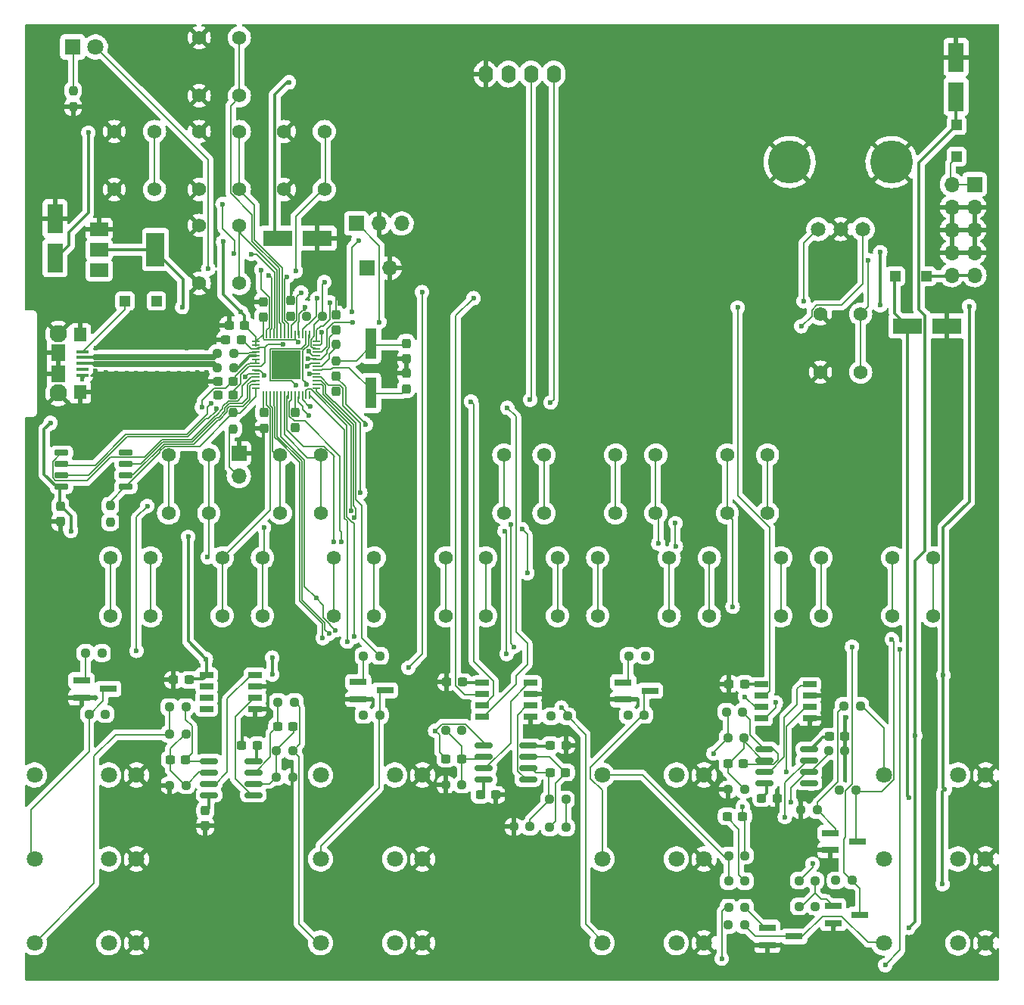
<source format=gtl>
G04 #@! TF.GenerationSoftware,KiCad,Pcbnew,(6.0.0)*
G04 #@! TF.CreationDate,2022-04-06T23:58:58+02:00*
G04 #@! TF.ProjectId,GenerativeEngine,47656e65-7261-4746-9976-65456e67696e,rev?*
G04 #@! TF.SameCoordinates,Original*
G04 #@! TF.FileFunction,Copper,L1,Top*
G04 #@! TF.FilePolarity,Positive*
%FSLAX46Y46*%
G04 Gerber Fmt 4.6, Leading zero omitted, Abs format (unit mm)*
G04 Created by KiCad (PCBNEW (6.0.0)) date 2022-04-06 23:58:58*
%MOMM*%
%LPD*%
G01*
G04 APERTURE LIST*
G04 Aperture macros list*
%AMRoundRect*
0 Rectangle with rounded corners*
0 $1 Rounding radius*
0 $2 $3 $4 $5 $6 $7 $8 $9 X,Y pos of 4 corners*
0 Add a 4 corners polygon primitive as box body*
4,1,4,$2,$3,$4,$5,$6,$7,$8,$9,$2,$3,0*
0 Add four circle primitives for the rounded corners*
1,1,$1+$1,$2,$3*
1,1,$1+$1,$4,$5*
1,1,$1+$1,$6,$7*
1,1,$1+$1,$8,$9*
0 Add four rect primitives between the rounded corners*
20,1,$1+$1,$2,$3,$4,$5,0*
20,1,$1+$1,$4,$5,$6,$7,0*
20,1,$1+$1,$6,$7,$8,$9,0*
20,1,$1+$1,$8,$9,$2,$3,0*%
G04 Aperture macros list end*
G04 #@! TA.AperFunction,SMDPad,CuDef*
%ADD10RoundRect,0.237500X-0.250000X-0.237500X0.250000X-0.237500X0.250000X0.237500X-0.250000X0.237500X0*%
G04 #@! TD*
G04 #@! TA.AperFunction,SMDPad,CuDef*
%ADD11RoundRect,0.237500X-0.237500X0.300000X-0.237500X-0.300000X0.237500X-0.300000X0.237500X0.300000X0*%
G04 #@! TD*
G04 #@! TA.AperFunction,SMDPad,CuDef*
%ADD12RoundRect,0.237500X0.237500X-0.300000X0.237500X0.300000X-0.237500X0.300000X-0.237500X-0.300000X0*%
G04 #@! TD*
G04 #@! TA.AperFunction,SMDPad,CuDef*
%ADD13R,1.500000X0.650000*%
G04 #@! TD*
G04 #@! TA.AperFunction,SMDPad,CuDef*
%ADD14R,1.150000X1.150000*%
G04 #@! TD*
G04 #@! TA.AperFunction,ComponentPad*
%ADD15C,1.575000*%
G04 #@! TD*
G04 #@! TA.AperFunction,ComponentPad*
%ADD16C,1.800000*%
G04 #@! TD*
G04 #@! TA.AperFunction,SMDPad,CuDef*
%ADD17RoundRect,0.150000X-0.825000X-0.150000X0.825000X-0.150000X0.825000X0.150000X-0.825000X0.150000X0*%
G04 #@! TD*
G04 #@! TA.AperFunction,SMDPad,CuDef*
%ADD18RoundRect,0.237500X0.250000X0.237500X-0.250000X0.237500X-0.250000X-0.237500X0.250000X-0.237500X0*%
G04 #@! TD*
G04 #@! TA.AperFunction,SMDPad,CuDef*
%ADD19R,1.800000X3.300000*%
G04 #@! TD*
G04 #@! TA.AperFunction,SMDPad,CuDef*
%ADD20RoundRect,0.237500X0.300000X0.237500X-0.300000X0.237500X-0.300000X-0.237500X0.300000X-0.237500X0*%
G04 #@! TD*
G04 #@! TA.AperFunction,SMDPad,CuDef*
%ADD21RoundRect,0.150000X0.650000X0.150000X-0.650000X0.150000X-0.650000X-0.150000X0.650000X-0.150000X0*%
G04 #@! TD*
G04 #@! TA.AperFunction,SMDPad,CuDef*
%ADD22R,3.300000X1.800000*%
G04 #@! TD*
G04 #@! TA.AperFunction,SMDPad,CuDef*
%ADD23RoundRect,0.237500X-0.300000X-0.237500X0.300000X-0.237500X0.300000X0.237500X-0.300000X0.237500X0*%
G04 #@! TD*
G04 #@! TA.AperFunction,SMDPad,CuDef*
%ADD24R,1.900000X0.800000*%
G04 #@! TD*
G04 #@! TA.AperFunction,SMDPad,CuDef*
%ADD25RoundRect,0.237500X0.237500X-0.250000X0.237500X0.250000X-0.237500X0.250000X-0.237500X-0.250000X0*%
G04 #@! TD*
G04 #@! TA.AperFunction,SMDPad,CuDef*
%ADD26R,1.350000X0.400000*%
G04 #@! TD*
G04 #@! TA.AperFunction,ComponentPad*
%ADD27C,1.950000*%
G04 #@! TD*
G04 #@! TA.AperFunction,SMDPad,CuDef*
%ADD28R,1.400000X1.600000*%
G04 #@! TD*
G04 #@! TA.AperFunction,SMDPad,CuDef*
%ADD29R,1.600000X1.900000*%
G04 #@! TD*
G04 #@! TA.AperFunction,SMDPad,CuDef*
%ADD30R,0.177800X0.812800*%
G04 #@! TD*
G04 #@! TA.AperFunction,SMDPad,CuDef*
%ADD31R,0.812800X0.177800*%
G04 #@! TD*
G04 #@! TA.AperFunction,SMDPad,CuDef*
%ADD32R,3.200400X3.200400*%
G04 #@! TD*
G04 #@! TA.AperFunction,ComponentPad*
%ADD33R,1.800000X1.800000*%
G04 #@! TD*
G04 #@! TA.AperFunction,SMDPad,CuDef*
%ADD34RoundRect,0.237500X-0.237500X0.250000X-0.237500X-0.250000X0.237500X-0.250000X0.237500X0.250000X0*%
G04 #@! TD*
G04 #@! TA.AperFunction,SMDPad,CuDef*
%ADD35R,1.200000X3.500000*%
G04 #@! TD*
G04 #@! TA.AperFunction,ComponentPad*
%ADD36C,1.650000*%
G04 #@! TD*
G04 #@! TA.AperFunction,ComponentPad*
%ADD37C,4.800000*%
G04 #@! TD*
G04 #@! TA.AperFunction,ComponentPad*
%ADD38O,1.600000X2.000000*%
G04 #@! TD*
G04 #@! TA.AperFunction,SMDPad,CuDef*
%ADD39R,2.000000X1.500000*%
G04 #@! TD*
G04 #@! TA.AperFunction,SMDPad,CuDef*
%ADD40R,2.000000X3.800000*%
G04 #@! TD*
G04 #@! TA.AperFunction,ComponentPad*
%ADD41R,1.700000X1.700000*%
G04 #@! TD*
G04 #@! TA.AperFunction,ComponentPad*
%ADD42O,1.700000X1.700000*%
G04 #@! TD*
G04 #@! TA.AperFunction,ViaPad*
%ADD43C,0.600000*%
G04 #@! TD*
G04 #@! TA.AperFunction,Conductor*
%ADD44C,0.127000*%
G04 #@! TD*
G04 #@! TA.AperFunction,Conductor*
%ADD45C,0.300000*%
G04 #@! TD*
G04 #@! TA.AperFunction,Conductor*
%ADD46C,0.642820*%
G04 #@! TD*
G04 APERTURE END LIST*
D10*
X128621900Y-134016600D03*
X130446900Y-134016600D03*
D11*
X64160400Y-79376100D03*
X64160400Y-81101100D03*
D12*
X72263000Y-89433400D03*
X72263000Y-87708400D03*
D13*
X57823700Y-121138800D03*
X57823700Y-122408800D03*
X57823700Y-123678800D03*
X57823700Y-124948800D03*
X63223700Y-124948800D03*
X63223700Y-123678800D03*
X63223700Y-122408800D03*
X63223700Y-121138800D03*
D12*
X67741800Y-93470900D03*
X67741800Y-91745900D03*
D10*
X92178500Y-138125200D03*
X94003500Y-138125200D03*
D14*
X138345600Y-76536400D03*
X134845600Y-76536400D03*
D15*
X109560400Y-108027400D03*
X109560400Y-114527400D03*
X114060400Y-108027400D03*
X114060400Y-114527400D03*
D10*
X96338500Y-125761600D03*
X98163500Y-125761600D03*
X105056300Y-118999000D03*
X106881300Y-118999000D03*
D15*
X66060900Y-96527400D03*
X66060900Y-103027400D03*
X70560900Y-96527400D03*
X70560900Y-103027400D03*
D16*
X144964200Y-141734400D03*
X141864200Y-141734400D03*
X133564200Y-141734400D03*
D17*
X58098400Y-130765400D03*
X58098400Y-132035400D03*
X58098400Y-133305400D03*
X58098400Y-134575400D03*
X63048400Y-134575400D03*
X63048400Y-133305400D03*
X63048400Y-132035400D03*
X63048400Y-130765400D03*
D18*
X126128900Y-136251800D03*
X124303900Y-136251800D03*
D10*
X44276000Y-118694200D03*
X46101000Y-118694200D03*
D19*
X141655800Y-56429000D03*
X141655800Y-52029000D03*
D12*
X72263000Y-82574300D03*
X72263000Y-80849300D03*
D18*
X55516900Y-127742800D03*
X53691900Y-127742800D03*
D10*
X96168200Y-135077200D03*
X97993200Y-135077200D03*
D15*
X59560900Y-108027400D03*
X59560900Y-114527400D03*
X64060900Y-108027400D03*
X64060900Y-114527400D03*
D20*
X63467900Y-129012800D03*
X61742900Y-129012800D03*
D15*
X56984200Y-49834400D03*
X56984200Y-56334400D03*
X61484200Y-49834400D03*
X61484200Y-56334400D03*
D21*
X48786600Y-100076000D03*
X48786600Y-98806000D03*
X48786600Y-97536000D03*
X48786600Y-96266000D03*
X41586600Y-96266000D03*
X41586600Y-97536000D03*
X41586600Y-98806000D03*
X41586600Y-100076000D03*
D14*
X141706600Y-59641800D03*
X141706600Y-63141800D03*
D22*
X140640000Y-82099000D03*
X136240000Y-82099000D03*
D15*
X66484200Y-60334400D03*
X66484200Y-66834400D03*
X70984200Y-60334400D03*
X70984200Y-66834400D03*
D18*
X129227700Y-129647800D03*
X127402700Y-129647800D03*
D10*
X124080900Y-147040600D03*
X125905900Y-147040600D03*
X124075300Y-144151200D03*
X125900300Y-144151200D03*
D15*
X72060900Y-108027400D03*
X72060900Y-114527400D03*
X76560900Y-108027400D03*
X76560900Y-114527400D03*
D23*
X84678000Y-121926200D03*
X86403000Y-121926200D03*
D15*
X47484200Y-60334400D03*
X47484200Y-66834400D03*
X51984200Y-60334400D03*
X51984200Y-66834400D03*
D10*
X59006100Y-85166200D03*
X60831100Y-85166200D03*
D14*
X52194400Y-79298800D03*
X48694400Y-79298800D03*
D19*
X40843200Y-74488400D03*
X40843200Y-70088400D03*
D24*
X120547000Y-149443400D03*
X120547000Y-151343400D03*
X123547000Y-150393400D03*
D20*
X60781100Y-89814400D03*
X59056100Y-89814400D03*
D18*
X117950100Y-128174600D03*
X116125100Y-128174600D03*
D15*
X84560900Y-108027400D03*
X84560900Y-114527400D03*
X89060900Y-108027400D03*
X89060900Y-114527400D03*
D25*
X60807600Y-93597100D03*
X60807600Y-91772100D03*
D23*
X116048100Y-136963000D03*
X117773100Y-136963000D03*
D24*
X104418000Y-121960600D03*
X104418000Y-123860600D03*
X107418000Y-122910600D03*
D10*
X84554800Y-133407000D03*
X86379800Y-133407000D03*
D18*
X130929500Y-124618600D03*
X129104500Y-124618600D03*
D16*
X49964200Y-151110800D03*
X46864200Y-151110800D03*
X38564200Y-151110800D03*
D26*
X43900400Y-84983800D03*
X43900400Y-85633800D03*
X43900400Y-86283800D03*
X43900400Y-86933800D03*
X43900400Y-87583800D03*
D27*
X41225400Y-82983800D03*
X41225400Y-89583800D03*
D28*
X43675400Y-83083800D03*
D29*
X41225400Y-85083800D03*
X41225400Y-87483800D03*
D28*
X43675400Y-89483800D03*
D12*
X57652400Y-138027600D03*
X57652400Y-136302600D03*
D30*
X64125800Y-89839800D03*
X64525799Y-89839800D03*
X64925801Y-89839800D03*
X65325800Y-89839800D03*
X65725799Y-89839800D03*
X66125801Y-89839800D03*
X66525800Y-89839800D03*
X66925800Y-89839800D03*
X67325799Y-89839800D03*
X67725801Y-89839800D03*
X68125800Y-89839800D03*
X68525799Y-89839800D03*
X68925801Y-89839800D03*
X69325800Y-89839800D03*
D31*
X70129400Y-89036200D03*
X70129400Y-88636201D03*
X70129400Y-88236199D03*
X70129400Y-87836200D03*
X70129400Y-87436201D03*
X70129400Y-87036199D03*
X70129400Y-86636200D03*
X70129400Y-86236200D03*
X70129400Y-85836201D03*
X70129400Y-85436199D03*
X70129400Y-85036200D03*
X70129400Y-84636201D03*
X70129400Y-84236199D03*
X70129400Y-83836200D03*
D30*
X69325800Y-83032600D03*
X68925801Y-83032600D03*
X68525799Y-83032600D03*
X68125800Y-83032600D03*
X67725801Y-83032600D03*
X67325799Y-83032600D03*
X66925800Y-83032600D03*
X66525800Y-83032600D03*
X66125801Y-83032600D03*
X65725799Y-83032600D03*
X65325800Y-83032600D03*
X64925801Y-83032600D03*
X64525799Y-83032600D03*
X64125800Y-83032600D03*
D31*
X63322200Y-83836200D03*
X63322200Y-84236199D03*
X63322200Y-84636201D03*
X63322200Y-85036200D03*
X63322200Y-85436199D03*
X63322200Y-85836201D03*
X63322200Y-86236200D03*
X63322200Y-86636200D03*
X63322200Y-87036199D03*
X63322200Y-87436201D03*
X63322200Y-87836200D03*
X63322200Y-88236199D03*
X63322200Y-88636201D03*
X63322200Y-89036200D03*
D32*
X66725800Y-86436200D03*
D10*
X44655100Y-125526800D03*
X46480100Y-125526800D03*
D15*
X91060900Y-96527400D03*
X91060900Y-103027400D03*
X95560900Y-96527400D03*
X95560900Y-103027400D03*
D13*
X119874800Y-122205600D03*
X119874800Y-123475600D03*
X119874800Y-124745600D03*
X119874800Y-126015600D03*
X125274800Y-126015600D03*
X125274800Y-124745600D03*
X125274800Y-123475600D03*
X125274800Y-122205600D03*
D18*
X60831100Y-86741000D03*
X59006100Y-86741000D03*
D15*
X134560400Y-108027400D03*
X134560400Y-114527400D03*
X139060400Y-108027400D03*
X139060400Y-114527400D03*
D10*
X84552900Y-127311000D03*
X86377900Y-127311000D03*
D16*
X81964200Y-132334400D03*
X78864200Y-132334400D03*
X70564200Y-132334400D03*
X49959200Y-132334400D03*
X46859200Y-132334400D03*
X38559200Y-132334400D03*
D20*
X55468000Y-130613000D03*
X53743000Y-130613000D03*
D10*
X65809600Y-124161400D03*
X67634600Y-124161400D03*
D20*
X62051100Y-82016600D03*
X60326100Y-82016600D03*
X117874700Y-131095600D03*
X116149700Y-131095600D03*
D13*
X88658200Y-122027800D03*
X88658200Y-123297800D03*
X88658200Y-124567800D03*
X88658200Y-125837800D03*
X94058200Y-125837800D03*
X94058200Y-124567800D03*
X94058200Y-123297800D03*
X94058200Y-122027800D03*
D33*
X42839200Y-50882400D03*
D16*
X45379200Y-50882400D03*
D34*
X72263000Y-84152100D03*
X72263000Y-85977100D03*
D10*
X96191700Y-138176000D03*
X98016700Y-138176000D03*
D24*
X43813600Y-121757400D03*
X43813600Y-123657400D03*
X46813600Y-122707400D03*
D20*
X90162200Y-134550000D03*
X88437200Y-134550000D03*
D18*
X117977300Y-149098000D03*
X116152300Y-149098000D03*
D20*
X121633900Y-134931000D03*
X119908900Y-134931000D03*
D34*
X42875200Y-55754900D03*
X42875200Y-57579900D03*
D15*
X122060400Y-108027400D03*
X122060400Y-114527400D03*
X126560400Y-108027400D03*
X126560400Y-114527400D03*
X116060900Y-96527400D03*
X116060900Y-103027400D03*
X120560900Y-96527400D03*
X120560900Y-103027400D03*
D18*
X106779700Y-125628400D03*
X104954700Y-125628400D03*
X55491500Y-124720200D03*
X53666500Y-124720200D03*
D12*
X80137000Y-89127500D03*
X80137000Y-87402500D03*
D17*
X88807000Y-129038200D03*
X88807000Y-130308200D03*
X88807000Y-131578200D03*
X88807000Y-132848200D03*
X93757000Y-132848200D03*
X93757000Y-131578200D03*
X93757000Y-130308200D03*
X93757000Y-129038200D03*
D35*
X76225400Y-89592600D03*
X76225400Y-84092600D03*
D17*
X120252200Y-129419200D03*
X120252200Y-130689200D03*
X120252200Y-131959200D03*
X120252200Y-133229200D03*
X125202200Y-133229200D03*
X125202200Y-131959200D03*
X125202200Y-130689200D03*
X125202200Y-129419200D03*
D11*
X67233800Y-79274500D03*
X67233800Y-80999500D03*
D10*
X75365600Y-119024400D03*
X77190600Y-119024400D03*
D18*
X118030000Y-144195800D03*
X116205000Y-144195800D03*
D16*
X113464200Y-132334400D03*
X110364200Y-132334400D03*
X102064200Y-132334400D03*
D23*
X96288000Y-128987400D03*
X98013000Y-128987400D03*
D20*
X97966700Y-132054600D03*
X96241700Y-132054600D03*
D12*
X64236600Y-93522800D03*
X64236600Y-91797800D03*
D22*
X65795800Y-72288400D03*
X70195800Y-72288400D03*
D23*
X116251300Y-122154800D03*
X117976300Y-122154800D03*
D15*
X53560900Y-96527400D03*
X53560900Y-103027400D03*
X58060900Y-96527400D03*
X58060900Y-103027400D03*
D16*
X113464200Y-141734400D03*
X110364200Y-141734400D03*
X102064200Y-141734400D03*
D15*
X56984200Y-70834400D03*
X56984200Y-77334400D03*
X61484200Y-70834400D03*
X61484200Y-77334400D03*
D16*
X113464200Y-151110800D03*
X110364200Y-151110800D03*
X102064200Y-151110800D03*
D25*
X47040800Y-104036500D03*
X47040800Y-102211500D03*
D23*
X65757200Y-126904600D03*
X67482200Y-126904600D03*
D16*
X144964200Y-151134400D03*
X141864200Y-151134400D03*
X133564200Y-151134400D03*
D10*
X116150500Y-133965800D03*
X117975500Y-133965800D03*
D18*
X118033800Y-141351000D03*
X116208800Y-141351000D03*
X67429500Y-132543400D03*
X65604500Y-132543400D03*
D36*
X126227000Y-71267500D03*
X131227000Y-71267500D03*
X128727000Y-71267500D03*
D37*
X134427000Y-63767500D03*
X123027000Y-63767500D03*
D24*
X127602600Y-138832400D03*
X127602600Y-140732400D03*
X130602600Y-139782400D03*
D38*
X89018600Y-53912200D03*
X91558600Y-53912200D03*
X94098600Y-53912200D03*
X96638600Y-53912200D03*
D18*
X77188700Y-125628400D03*
X75363700Y-125628400D03*
D16*
X144964200Y-132334400D03*
X141864200Y-132334400D03*
X133564200Y-132334400D03*
D15*
X97060900Y-108027400D03*
X97060900Y-114527400D03*
X101560900Y-108027400D03*
X101560900Y-114527400D03*
D39*
X45795800Y-71258400D03*
X45795800Y-73558400D03*
D40*
X52095800Y-73558400D03*
D39*
X45795800Y-75858400D03*
D24*
X74776200Y-121935200D03*
X74776200Y-123835200D03*
X77776200Y-122885200D03*
D23*
X54122900Y-121697600D03*
X55847900Y-121697600D03*
D16*
X81964200Y-151110800D03*
X78864200Y-151110800D03*
X70564200Y-151110800D03*
D11*
X80137000Y-84049700D03*
X80137000Y-85774700D03*
D23*
X84604000Y-130511400D03*
X86329000Y-130511400D03*
D10*
X65629900Y-129622400D03*
X67454900Y-129622400D03*
X53691900Y-133483200D03*
X55516900Y-133483200D03*
D23*
X127452700Y-128047600D03*
X129177700Y-128047600D03*
X59056100Y-88265000D03*
X60781100Y-88265000D03*
D15*
X126485328Y-80758410D03*
X126485328Y-87258410D03*
X130985328Y-80758410D03*
X130985328Y-87258410D03*
D10*
X68962900Y-81051400D03*
X70787900Y-81051400D03*
D20*
X61695500Y-83642200D03*
X59970500Y-83642200D03*
D15*
X47060900Y-108027400D03*
X47060900Y-114527400D03*
X51560900Y-108027400D03*
X51560900Y-114527400D03*
D18*
X118030000Y-147167600D03*
X116205000Y-147167600D03*
D24*
X127913000Y-147005000D03*
X127913000Y-148905000D03*
X130913000Y-147955000D03*
D16*
X81964200Y-141734400D03*
X78864200Y-141734400D03*
X70564200Y-141734400D03*
D15*
X56984200Y-60334400D03*
X56984200Y-66834400D03*
X61484200Y-60334400D03*
X61484200Y-66834400D03*
D11*
X41452800Y-102261500D03*
X41452800Y-103986500D03*
D15*
X103560900Y-96527400D03*
X103560900Y-103027400D03*
X108060900Y-96527400D03*
X108060900Y-103027400D03*
D18*
X117797700Y-125279000D03*
X115972700Y-125279000D03*
D10*
X128192000Y-144125800D03*
X130017000Y-144125800D03*
D16*
X49964200Y-141734400D03*
X46864200Y-141734400D03*
X38564200Y-141734400D03*
D41*
X61417200Y-96337200D03*
D42*
X61417200Y-98877200D03*
D41*
X74549000Y-70637400D03*
D42*
X77089000Y-70637400D03*
X79629000Y-70637400D03*
D41*
X143718200Y-66248200D03*
D42*
X141178200Y-66248200D03*
X143718200Y-68788200D03*
X141178200Y-68788200D03*
X143718200Y-71328200D03*
X141178200Y-71328200D03*
X143718200Y-73868200D03*
X141178200Y-73868200D03*
X143718200Y-76408200D03*
X141178200Y-76408200D03*
D41*
X75763200Y-75615800D03*
D42*
X78303200Y-75615800D03*
D43*
X59918600Y-83642200D03*
X45339000Y-87147400D03*
X66675000Y-86537800D03*
X54737000Y-87350600D03*
X59004200Y-88163400D03*
X43566600Y-89681200D03*
X48996600Y-96189800D03*
X72263000Y-80849300D03*
X65608200Y-85318600D03*
X56819800Y-87299800D03*
X129362200Y-125907800D03*
X51993800Y-84455000D03*
X41427400Y-104216200D03*
X56718200Y-84505800D03*
X49453800Y-84455000D03*
X59207400Y-89789000D03*
X67843400Y-86537800D03*
X53263800Y-84505800D03*
X69367400Y-87452200D03*
X50723800Y-84455000D03*
X49961800Y-87350600D03*
X54483000Y-84505800D03*
X80137000Y-86588600D03*
X67995800Y-93599000D03*
X52349400Y-87350600D03*
X127990600Y-149174200D03*
X48895000Y-87350600D03*
X67183000Y-79273400D03*
X40767000Y-70180200D03*
X66725800Y-87503000D03*
X60325000Y-82067400D03*
X57785000Y-87249000D03*
X67792600Y-85369400D03*
X48133000Y-84455000D03*
X125857000Y-147142200D03*
X64033400Y-93599000D03*
X66675000Y-85369400D03*
X53568600Y-87350600D03*
X65608200Y-86487000D03*
X43922200Y-87801600D03*
X46558200Y-87299800D03*
X51079400Y-87350600D03*
X64135000Y-79375000D03*
X72263000Y-89382600D03*
X55753000Y-87350600D03*
X45440600Y-84607400D03*
X46710600Y-84505800D03*
X65608200Y-87503000D03*
X57835800Y-84556600D03*
X69926200Y-72313800D03*
X47777400Y-87350600D03*
X125450600Y-126111000D03*
X55600600Y-84556600D03*
X67792600Y-87503000D03*
X45948600Y-71247000D03*
X141655800Y-56464200D03*
X52349400Y-79171800D03*
X136372600Y-149428200D03*
X137083800Y-127939800D03*
X46405800Y-125603000D03*
X44577000Y-60477400D03*
X127381000Y-128092200D03*
X45897800Y-75971400D03*
X96088200Y-129108200D03*
X75361800Y-125755400D03*
X116154200Y-149123400D03*
X40868600Y-74599800D03*
X63423800Y-129057400D03*
X104927400Y-125704600D03*
X88773000Y-132918200D03*
X136372600Y-134848600D03*
X58039000Y-134594600D03*
X120472200Y-133324600D03*
X57277000Y-91211400D03*
X72212200Y-87757000D03*
X133172200Y-73837800D03*
X64185800Y-91821000D03*
X68961000Y-81153000D03*
X65151000Y-119202200D03*
X119862600Y-122199400D03*
X61645800Y-80543400D03*
X66116200Y-72415400D03*
X40360600Y-92938600D03*
X42646600Y-105029000D03*
X133172200Y-79781400D03*
X140131800Y-144551400D03*
X128651000Y-134035800D03*
X88620600Y-121996200D03*
X68046600Y-83896200D03*
X140233400Y-121132600D03*
X59664600Y-72669400D03*
X47117000Y-104063800D03*
X55753000Y-105689400D03*
X117932200Y-122148600D03*
X57734200Y-119354600D03*
X143129000Y-79883000D03*
X67030600Y-54838600D03*
X67741800Y-91719400D03*
X140385800Y-133934200D03*
X67284600Y-81051400D03*
X69113400Y-86639400D03*
X128092200Y-144145000D03*
X55092600Y-79984600D03*
X65151000Y-121081800D03*
X75615800Y-93141800D03*
X66370200Y-84155989D03*
X69164200Y-85775800D03*
X83388200Y-127381000D03*
X96393000Y-125806200D03*
X116052600Y-137083800D03*
X122504200Y-137033000D03*
X117779800Y-135864600D03*
X123164600Y-135407400D03*
X125603000Y-142265400D03*
X98018600Y-138252200D03*
X114528600Y-129921000D03*
X57988200Y-75717400D03*
X63931800Y-75819000D03*
X77139800Y-81661000D03*
X74142600Y-81661000D03*
X74803000Y-72517000D03*
X69265800Y-84912200D03*
X74041000Y-80543400D03*
X96291400Y-90652600D03*
X69214510Y-92074510D03*
X94005400Y-90347800D03*
X69418200Y-91109800D03*
X80391000Y-120319800D03*
X68402200Y-78359000D03*
X57835800Y-122402600D03*
X81915000Y-78308200D03*
X87401400Y-90551000D03*
X88671400Y-124637800D03*
X118033800Y-123571000D03*
X69011800Y-88620600D03*
X57886600Y-123723400D03*
X57886600Y-124993400D03*
X121488200Y-124231400D03*
X88722200Y-125857000D03*
X67792600Y-88722200D03*
X91465400Y-91262200D03*
X87665771Y-78986600D03*
X70180200Y-79019400D03*
X68859400Y-80035400D03*
X117221000Y-80035400D03*
X130022600Y-117983000D03*
X73990200Y-102743000D03*
X92227400Y-117983000D03*
X91821000Y-104267000D03*
X70993000Y-77190600D03*
X133731000Y-153593800D03*
X115443000Y-152882600D03*
X73540667Y-117412230D03*
X135407400Y-118287800D03*
X51181000Y-102235000D03*
X75006200Y-100711000D03*
X46050200Y-118846600D03*
X49961800Y-118440200D03*
X74295000Y-103555800D03*
X91160600Y-105029000D03*
X106959400Y-119049800D03*
X91363800Y-118795800D03*
X72246717Y-116137917D03*
X110312200Y-106756200D03*
X110261400Y-104165400D03*
X70078600Y-112547400D03*
X57937400Y-107975400D03*
X93091000Y-104825800D03*
X93700600Y-109753400D03*
X64236600Y-104673400D03*
X72872600Y-106248200D03*
X72059800Y-106248200D03*
X108350993Y-106433400D03*
X70789800Y-117017800D03*
X71501000Y-116527800D03*
X116662200Y-113512600D03*
X60883800Y-73990200D03*
X62814200Y-74041000D03*
X59613800Y-68453000D03*
X66827400Y-76581000D03*
X131851400Y-74752200D03*
X58343800Y-90754200D03*
X62111284Y-87820750D03*
X64287400Y-87655400D03*
X58902600Y-91363800D03*
X71653400Y-79476600D03*
X124587000Y-79324200D03*
X124333000Y-82118200D03*
X70725811Y-82791789D03*
X67792600Y-75971400D03*
X64795400Y-76428600D03*
X122707400Y-132003800D03*
X125450600Y-133324600D03*
X74295000Y-116865400D03*
X134460816Y-117156250D03*
X86436200Y-127330200D03*
X97510600Y-124790200D03*
D44*
X79933800Y-84251800D02*
X80086200Y-84099400D01*
X76276200Y-84251800D02*
X79933800Y-84251800D01*
X80016800Y-84168800D02*
X80137000Y-84048600D01*
X74550900Y-85977100D02*
X76276200Y-84251800D01*
X72263000Y-85977100D02*
X74550900Y-85977100D01*
X80137000Y-86588600D02*
X80137000Y-87350600D01*
X72263000Y-80849300D02*
X72263000Y-77851000D01*
X70129400Y-87436201D02*
X69383399Y-87436201D01*
X80137000Y-85774700D02*
X80137000Y-86588600D01*
X80137000Y-87350600D02*
X80086200Y-87401400D01*
D45*
X44577000Y-69457622D02*
X42443400Y-71591222D01*
X137494089Y-80250067D02*
X138166511Y-80922489D01*
X96088200Y-129108200D02*
X93903800Y-129108200D01*
X42443400Y-71591222D02*
X42443400Y-73025000D01*
X126771400Y-128092200D02*
X125349000Y-129514600D01*
X141706600Y-59641800D02*
X137494089Y-63854311D01*
X138166511Y-107299089D02*
X137083800Y-108381800D01*
X63423800Y-130632200D02*
X63271400Y-130784600D01*
X137083800Y-127939800D02*
X137083800Y-148717000D01*
X137083800Y-148717000D02*
X136372600Y-149428200D01*
X63423800Y-129057400D02*
X63423800Y-130632200D01*
X42443400Y-73025000D02*
X40868600Y-74599800D01*
X93802200Y-129006600D02*
X93853000Y-129006600D01*
X44577000Y-60477400D02*
X44577000Y-69457622D01*
X141655800Y-59512200D02*
X141706600Y-59563000D01*
X137083800Y-108381800D02*
X137083800Y-127939800D01*
X138166511Y-80922489D02*
X138166511Y-107299089D01*
X127381000Y-128092200D02*
X126771400Y-128092200D01*
X141655800Y-56464200D02*
X141655800Y-59512200D01*
X93903800Y-129108200D02*
X93802200Y-129006600D01*
X137494089Y-63854311D02*
X137494089Y-80250067D01*
D44*
X70662800Y-87036199D02*
X70718119Y-86980880D01*
X73736200Y-86741000D02*
X76664000Y-89668800D01*
X71958200Y-86741000D02*
X73736200Y-86741000D01*
X79698400Y-89668800D02*
X80187800Y-89179400D01*
X76664000Y-89668800D02*
X79698400Y-89668800D01*
X71718320Y-86980880D02*
X71958200Y-86741000D01*
X70718119Y-86980880D02*
X71718320Y-86980880D01*
X70129400Y-87036199D02*
X70662800Y-87036199D01*
D45*
X134797800Y-80695800D02*
X136321800Y-82219800D01*
X136240000Y-82099000D02*
X136240000Y-134716000D01*
X88773000Y-134289800D02*
X88417400Y-134645400D01*
X120472200Y-134340600D02*
X119964200Y-134848600D01*
X134797800Y-76530200D02*
X134797800Y-80695800D01*
X88773000Y-132918200D02*
X88773000Y-134289800D01*
X120472200Y-133324600D02*
X120472200Y-134340600D01*
X136240000Y-134716000D02*
X136372600Y-134848600D01*
X58039000Y-136017000D02*
X57683400Y-136372600D01*
X58039000Y-134594600D02*
X58039000Y-136017000D01*
X119811800Y-122148600D02*
X117932200Y-122148600D01*
X62052200Y-80949800D02*
X62052200Y-82118200D01*
D44*
X69265800Y-86436200D02*
X69469000Y-86233000D01*
X67725801Y-91703401D02*
X67741800Y-91719400D01*
X59969400Y-89077800D02*
X60731400Y-88315800D01*
D45*
X39649400Y-93649800D02*
X40360600Y-92938600D01*
D44*
X68046600Y-83896200D02*
X68046600Y-83845400D01*
D45*
X55194200Y-79883000D02*
X55092600Y-79984600D01*
X55753000Y-117373400D02*
X55753000Y-105689400D01*
D44*
X63322200Y-86236200D02*
X63322200Y-85877400D01*
X63322200Y-86236200D02*
X62706482Y-86236200D01*
D45*
X51993800Y-73685400D02*
X55194200Y-76885800D01*
D44*
X57277000Y-90451396D02*
X57277000Y-91211400D01*
X67830211Y-83629011D02*
X64246888Y-83629011D01*
D45*
X41427400Y-102133400D02*
X41427400Y-100152200D01*
X140233400Y-104673400D02*
X140233400Y-121132600D01*
X59664600Y-78562200D02*
X59664600Y-72669400D01*
X41478200Y-102184200D02*
X41427400Y-102133400D01*
D44*
X64246888Y-83629011D02*
X64135000Y-83517123D01*
D45*
X119862600Y-122199400D02*
X119811800Y-122148600D01*
X55194200Y-76885800D02*
X55194200Y-79883000D01*
D44*
X64135000Y-83517123D02*
X64135000Y-81254600D01*
D45*
X65420189Y-56245811D02*
X66827400Y-54838600D01*
X66116200Y-72415400D02*
X65420189Y-71719389D01*
X41586600Y-100076000D02*
X41046400Y-100076000D01*
X140131800Y-134188200D02*
X140131800Y-144348200D01*
X61645800Y-80543400D02*
X62052200Y-80949800D01*
X140233400Y-104673400D02*
X143129000Y-101777800D01*
D44*
X64125800Y-83041800D02*
X63322200Y-83845400D01*
X67725801Y-89839800D02*
X67725801Y-91703401D01*
D45*
X66827400Y-54838600D02*
X67030600Y-54838600D01*
X42646600Y-103352600D02*
X41478200Y-102184200D01*
D44*
X75565000Y-92786200D02*
X75615800Y-92837000D01*
D45*
X143129000Y-79883000D02*
X143129000Y-101777800D01*
X57785000Y-119405400D02*
X57785000Y-121234200D01*
D44*
X75615800Y-92837000D02*
X75615800Y-93141800D01*
X67725801Y-83032600D02*
X67725801Y-83566000D01*
D45*
X41046400Y-100076000D02*
X39649400Y-98679000D01*
X57734200Y-119354600D02*
X55753000Y-117373400D01*
X65151000Y-121081800D02*
X65151000Y-119202200D01*
X133172200Y-73837800D02*
X133172200Y-79781400D01*
D44*
X69469000Y-86233000D02*
X70180200Y-86233000D01*
X73380600Y-88925400D02*
X73380600Y-90805000D01*
D45*
X39649400Y-98679000D02*
X39649400Y-93649800D01*
D44*
X58650596Y-89077800D02*
X57277000Y-90451396D01*
X62356792Y-86382690D02*
X61036200Y-87703282D01*
D45*
X57785000Y-121234200D02*
X57429400Y-121589800D01*
D44*
X63322200Y-83836200D02*
X63322200Y-84302600D01*
D45*
X140233400Y-133781800D02*
X140385800Y-133934200D01*
D44*
X73380600Y-90805000D02*
X75361800Y-92786200D01*
X63322200Y-83287700D02*
X63322200Y-83845400D01*
X63322200Y-85877400D02*
X63322200Y-85826600D01*
X58650596Y-89077800D02*
X59969400Y-89077800D01*
X62559992Y-86382690D02*
X62356792Y-86382690D01*
D45*
X140131800Y-144348200D02*
X140131800Y-144551400D01*
X57429400Y-121589800D02*
X55956200Y-121589800D01*
D44*
X72212200Y-87757000D02*
X73380600Y-88925400D01*
X68046600Y-83845400D02*
X67830211Y-83629011D01*
X62706482Y-86236200D02*
X62559992Y-86382690D01*
X64185800Y-91821000D02*
X64185800Y-89941400D01*
X62051100Y-82016600D02*
X63322200Y-83287700D01*
D45*
X65420189Y-71719389D02*
X65420189Y-56245811D01*
X51892200Y-73583800D02*
X51993800Y-73685400D01*
X61645800Y-80543400D02*
X59664600Y-78562200D01*
X140385800Y-133934200D02*
X140131800Y-134188200D01*
X57734200Y-119354600D02*
X57785000Y-119405400D01*
X86537800Y-121996200D02*
X86436200Y-121894600D01*
X42646600Y-105029000D02*
X42646600Y-103352600D01*
X45999400Y-73583800D02*
X51892200Y-73583800D01*
D44*
X75361800Y-92786200D02*
X75565000Y-92786200D01*
X64125800Y-83032600D02*
X64125800Y-83041800D01*
D45*
X140233400Y-121132600D02*
X140233400Y-133781800D01*
D44*
X61036200Y-87703282D02*
X61036200Y-88265000D01*
D45*
X88620600Y-121996200D02*
X86537800Y-121996200D01*
D44*
X63566890Y-84515110D02*
X63423800Y-84658200D01*
X64296710Y-86223690D02*
X63881000Y-86639400D01*
X71278991Y-84809539D02*
X71562401Y-84526129D01*
X60833000Y-89355204D02*
X61621283Y-88566921D01*
X61621283Y-87578317D02*
X62563400Y-86636200D01*
X60833000Y-89738200D02*
X60833000Y-89355204D01*
X64296710Y-84515110D02*
X64655831Y-84155989D01*
X69164200Y-85775800D02*
X70027800Y-85775800D01*
X62563400Y-86636200D02*
X63322200Y-86636200D01*
X64655831Y-84155989D02*
X66370200Y-84155989D01*
X63881000Y-86639400D02*
X63373000Y-86639400D01*
X70612361Y-85836201D02*
X71278991Y-85169571D01*
X62805396Y-84636201D02*
X61862195Y-83693000D01*
X70129400Y-85836201D02*
X70612361Y-85836201D01*
X61621283Y-88566921D02*
X61621283Y-87578317D01*
X63322200Y-84636201D02*
X62805396Y-84636201D01*
X70027800Y-85775800D02*
X70078600Y-85826600D01*
X64296710Y-84515110D02*
X63566890Y-84515110D01*
X71562401Y-84526129D02*
X71562401Y-83377599D01*
X64296710Y-84515110D02*
X64296710Y-86223690D01*
X61862195Y-83693000D02*
X61798200Y-83693000D01*
X71562401Y-83377599D02*
X72263000Y-82677000D01*
X71278991Y-85169571D02*
X71278991Y-84809539D01*
X55683000Y-130765400D02*
X55499000Y-130581400D01*
X55468000Y-130613000D02*
X56194420Y-129886580D01*
X55448200Y-126111000D02*
X56194420Y-126857220D01*
X56194420Y-129886580D02*
X56194420Y-126857220D01*
X58098400Y-130765400D02*
X55683000Y-130765400D01*
X55448200Y-126111000D02*
X55448200Y-124790200D01*
X55516900Y-133483200D02*
X56996300Y-132003800D01*
X53743000Y-130613000D02*
X53743000Y-131822600D01*
X53743000Y-131822600D02*
X55600600Y-133680200D01*
X53743000Y-130613000D02*
X53743000Y-129391000D01*
X53743000Y-129391000D02*
X55499000Y-127635000D01*
X56996300Y-132003800D02*
X58140600Y-132003800D01*
X63048400Y-132035400D02*
X63234260Y-132035400D01*
X64952380Y-127681220D02*
X65760600Y-126873000D01*
X65811400Y-126822200D02*
X65811400Y-124129800D01*
X64952380Y-130317280D02*
X64952380Y-127681220D01*
X63234260Y-132035400D02*
X64952380Y-130317280D01*
X65760600Y-126873000D02*
X65811400Y-126822200D01*
X65604500Y-132543400D02*
X65604500Y-129518300D01*
X65604500Y-129518300D02*
X65608200Y-129514600D01*
X63048400Y-133305400D02*
X64865400Y-133305400D01*
X65608200Y-129514600D02*
X67538600Y-127584200D01*
X67538600Y-127584200D02*
X67538600Y-126822200D01*
X64865400Y-133305400D02*
X65709800Y-132461000D01*
X83875380Y-129782780D02*
X83875380Y-127868180D01*
X88807000Y-128647996D02*
X86804984Y-126645980D01*
X84123220Y-126645980D02*
X83388200Y-127381000D01*
X86804984Y-126645980D02*
X84123220Y-126645980D01*
X83875380Y-127868180D02*
X83388200Y-127381000D01*
X88807000Y-129038200D02*
X88807000Y-128647996D01*
X84604000Y-130511400D02*
X83875380Y-129782780D01*
X88385800Y-130511400D02*
X88569800Y-130327400D01*
X86329000Y-129102600D02*
X84556600Y-127330200D01*
X86379800Y-130525000D02*
X86334600Y-130479800D01*
X86379800Y-133407000D02*
X86379800Y-130525000D01*
X86329000Y-130511400D02*
X86329000Y-129102600D01*
X86329000Y-130511400D02*
X88385800Y-130511400D01*
X97966700Y-132054600D02*
X96188700Y-130276600D01*
X96845720Y-133227480D02*
X98018600Y-132054600D01*
X96845720Y-137521980D02*
X96845720Y-133227480D01*
X96191700Y-138176000D02*
X96845720Y-137521980D01*
X96188700Y-130276600D02*
X93903800Y-130276600D01*
X94003500Y-138125200D02*
X94003500Y-137288900D01*
X96088200Y-134997200D02*
X96088200Y-131953000D01*
X96168200Y-135077200D02*
X96088200Y-134997200D01*
X94003500Y-137288900D02*
X96189800Y-135102600D01*
X96241700Y-132054600D02*
X94615000Y-132054600D01*
X94615000Y-132054600D02*
X94107000Y-131546600D01*
X117874700Y-131095600D02*
X117958320Y-131179220D01*
X121742200Y-129971800D02*
X121234200Y-129463800D01*
X118627620Y-126108920D02*
X118627620Y-127873220D01*
X117797700Y-125279000D02*
X118627620Y-126108920D01*
X118627620Y-127873220D02*
X120319800Y-129565400D01*
X121234200Y-129463800D02*
X120370600Y-129463800D01*
X117958320Y-131179220D02*
X121218040Y-131179220D01*
X121218040Y-131179220D02*
X121742200Y-130655060D01*
X121742200Y-130655060D02*
X121742200Y-129971800D01*
X117950100Y-128174600D02*
X117950100Y-129344300D01*
X120066340Y-130689200D02*
X117983000Y-128605860D01*
X117950100Y-129344300D02*
X116154200Y-131140200D01*
X116149700Y-132100900D02*
X118084600Y-134035800D01*
X120252200Y-130689200D02*
X120066340Y-130689200D01*
X117983000Y-128605860D02*
X117983000Y-128295400D01*
X116149700Y-131095600D02*
X116149700Y-132100900D01*
X117356280Y-143522080D02*
X117356280Y-138387480D01*
X125202200Y-130689200D02*
X125016340Y-130689200D01*
X118030000Y-144195800D02*
X117356280Y-143522080D01*
X117356280Y-138387480D02*
X116052600Y-137083800D01*
X125016340Y-130689200D02*
X122504200Y-133201340D01*
X122504200Y-133201340D02*
X122504200Y-137033000D01*
X118033800Y-141351000D02*
X118033800Y-137083800D01*
X124942600Y-132032940D02*
X124942600Y-132003800D01*
X127381000Y-129966260D02*
X127381000Y-129667000D01*
X124942600Y-132003800D02*
X125343460Y-132003800D01*
X117773100Y-135871300D02*
X117779800Y-135864600D01*
X123164600Y-135407400D02*
X123164600Y-133810940D01*
X125343460Y-132003800D02*
X127381000Y-129966260D01*
X117773100Y-136963000D02*
X117773100Y-135871300D01*
X123164600Y-133810940D02*
X124942600Y-132032940D01*
X118033800Y-137083800D02*
X117881400Y-136931400D01*
X124075300Y-144151200D02*
X125603000Y-142623500D01*
X125603000Y-142623500D02*
X125603000Y-142265400D01*
X124466578Y-150393400D02*
X126727178Y-148132800D01*
X126727178Y-148132800D02*
X128870822Y-148132800D01*
X131791822Y-151053800D02*
X133273800Y-151053800D01*
X128870822Y-148132800D02*
X131791822Y-151053800D01*
X119202200Y-150393400D02*
X124466578Y-150393400D01*
X117983000Y-149174200D02*
X119202200Y-150393400D01*
X98018600Y-135102600D02*
X97967800Y-135051800D01*
X98018600Y-138252200D02*
X98018600Y-135102600D01*
X114528600Y-129771100D02*
X114528600Y-129921000D01*
X116125100Y-128174600D02*
X114528600Y-129771100D01*
X116125100Y-125319900D02*
X116001800Y-125196600D01*
X116125100Y-128174600D02*
X116125100Y-125319900D01*
X116205000Y-144195800D02*
X116205000Y-141300200D01*
X106578800Y-132334400D02*
X115697000Y-141452600D01*
X102064200Y-132334400D02*
X106578800Y-132334400D01*
X115697000Y-141452600D02*
X116205000Y-141452600D01*
X61484200Y-60334400D02*
X61484200Y-66767400D01*
X63169311Y-72510675D02*
X63169311Y-68604911D01*
X66525800Y-81870318D02*
X66269090Y-81613608D01*
X66269090Y-75610454D02*
X63169311Y-72510675D01*
X63169311Y-68604911D02*
X61442600Y-66878200D01*
X61544200Y-66827400D02*
X61442600Y-66827400D01*
X61484200Y-66767400D02*
X61544200Y-66827400D01*
X66525800Y-83032600D02*
X66525800Y-81870318D01*
X66269090Y-81613608D02*
X66269090Y-75610454D01*
X42875200Y-55754900D02*
X42875200Y-50952400D01*
X42875200Y-50952400D02*
X42900600Y-50927000D01*
X63931800Y-78005396D02*
X64825420Y-78899016D01*
X45379200Y-50882400D02*
X57988200Y-63491400D01*
X64825420Y-78899016D02*
X64825420Y-82257659D01*
X64541400Y-82541679D02*
X64541400Y-82981800D01*
X63931800Y-75819000D02*
X63931800Y-78005396D01*
X64825420Y-82257659D02*
X64541400Y-82541679D01*
X57988200Y-63491400D02*
X57988200Y-75717400D01*
X71257601Y-82437595D02*
X72034196Y-81661000D01*
X70129400Y-85036200D02*
X70665800Y-85036200D01*
X72034196Y-81661000D02*
X74142600Y-81661000D01*
X77139800Y-81661000D02*
X77139800Y-73126600D01*
X70665800Y-85036200D02*
X71257601Y-84444399D01*
X77139800Y-73126600D02*
X74549000Y-70535800D01*
X71257601Y-84444399D02*
X71257601Y-82437595D01*
X69316600Y-85098722D02*
X69638078Y-85420200D01*
X74041000Y-80543400D02*
X74041000Y-73279000D01*
X69316600Y-84861400D02*
X69316600Y-85098722D01*
X74041000Y-73279000D02*
X74803000Y-72517000D01*
X69638078Y-85420200D02*
X70180200Y-85420200D01*
X68097400Y-90043000D02*
X68148200Y-89992200D01*
X68097400Y-90604718D02*
X68097400Y-90043000D01*
X68605400Y-91112718D02*
X68605400Y-91465400D01*
X68605400Y-91465400D02*
X69214510Y-92074510D01*
X96638600Y-90305400D02*
X96240600Y-90703400D01*
X68605400Y-91112718D02*
X68097400Y-90604718D01*
X96638600Y-53912200D02*
X96638600Y-90305400D01*
X68525799Y-90373200D02*
X69262399Y-91109800D01*
X94098600Y-90254600D02*
X94005400Y-90347800D01*
X94098600Y-53912200D02*
X94098600Y-90254600D01*
X68525799Y-89839800D02*
X68525799Y-90373200D01*
X69262399Y-91109800D02*
X69418200Y-91109800D01*
X44655100Y-125526800D02*
X44655100Y-129738382D01*
X44655100Y-129738382D02*
X38176200Y-136217282D01*
X46251100Y-122707400D02*
X46251100Y-124030500D01*
X46251100Y-124030500D02*
X44678600Y-125603000D01*
X38176200Y-136217282D02*
X38176200Y-142214600D01*
X77089000Y-133731000D02*
X77089000Y-125653800D01*
X77188700Y-125628400D02*
X77188700Y-122857900D01*
X70564200Y-141734400D02*
X70564200Y-140255800D01*
X70564200Y-140255800D02*
X77089000Y-133731000D01*
X106502200Y-125704600D02*
X106857800Y-125704600D01*
X100761800Y-132715000D02*
X100761800Y-131445000D01*
X106779700Y-125628400D02*
X106779700Y-122988700D01*
X106779700Y-122988700D02*
X106908600Y-122859800D01*
X102064200Y-134017400D02*
X100761800Y-132715000D01*
X102064200Y-141734400D02*
X102064200Y-134017400D01*
X100761800Y-131445000D02*
X106502200Y-125704600D01*
X81915000Y-78308200D02*
X81915000Y-118795800D01*
X67898820Y-81476584D02*
X67898820Y-78862380D01*
X67898820Y-78862380D02*
X68402200Y-78359000D01*
X81915000Y-118795800D02*
X80391000Y-120319800D01*
X67325799Y-82049605D02*
X67898820Y-81476584D01*
X67325799Y-83032600D02*
X67325799Y-82049605D01*
X68605400Y-84861400D02*
X68605400Y-88112600D01*
X69011800Y-88468200D02*
X69011800Y-88620600D01*
X68808600Y-88265000D02*
X69011800Y-88468200D01*
X69325800Y-83032600D02*
X69204712Y-83153688D01*
X88569800Y-124536200D02*
X88874822Y-124536200D01*
X88874822Y-124536200D02*
X89941400Y-123469622D01*
X87718189Y-90867789D02*
X87401400Y-90551000D01*
X89941400Y-123469622D02*
X89941400Y-121855978D01*
X118033800Y-123571000D02*
X119253000Y-124790200D01*
X119253000Y-124790200D02*
X119913400Y-124790200D01*
X68605400Y-88112600D02*
X68757800Y-88265000D01*
X68757800Y-88265000D02*
X68808600Y-88265000D01*
X87718189Y-119632767D02*
X87718189Y-90867789D01*
X69204712Y-83153688D02*
X69204712Y-84262088D01*
X69204712Y-84262088D02*
X68605400Y-84861400D01*
X89941400Y-121855978D02*
X87718189Y-119632767D01*
X92430600Y-116357400D02*
X93700600Y-117627400D01*
X68925801Y-83032600D02*
X68925801Y-84131681D01*
X91465400Y-91262200D02*
X92430600Y-92227400D01*
X119874800Y-126015600D02*
X120299800Y-126015600D01*
X93700600Y-119964200D02*
X92430600Y-121234200D01*
X121488200Y-124827200D02*
X121488200Y-124231400D01*
X64935589Y-88226411D02*
X67296811Y-88226411D01*
X92430600Y-92227400D02*
X92430600Y-116357400D01*
X64935589Y-84645989D02*
X64935589Y-88226411D01*
X92430600Y-122199400D02*
X88722200Y-125907800D01*
X68462293Y-84645989D02*
X64935589Y-84645989D01*
X92430600Y-121234200D02*
X92430600Y-122199400D01*
X120299800Y-126015600D02*
X121488200Y-124827200D01*
X67296811Y-88226411D02*
X67792600Y-88722200D01*
X68504289Y-84603993D02*
X68462293Y-84645989D01*
X93700600Y-117627400D02*
X93700600Y-119964200D01*
X68925801Y-84131681D02*
X68504289Y-84553193D01*
X68504289Y-84553193D02*
X68504289Y-84603993D01*
X70110380Y-80996024D02*
X70110380Y-79089220D01*
X68525799Y-82499200D02*
X69160799Y-81864200D01*
X88671400Y-123317000D02*
X86651696Y-123317000D01*
X86651696Y-123317000D02*
X85675480Y-122340784D01*
X69242204Y-81864200D02*
X70110380Y-80996024D01*
X68525799Y-83032600D02*
X68525799Y-82499200D01*
X69160799Y-81864200D02*
X69242204Y-81864200D01*
X70110380Y-79089220D02*
X70180200Y-79019400D01*
X85675480Y-122340784D02*
X85675480Y-80976891D01*
X85675480Y-80976891D02*
X87665771Y-78986600D01*
X68152330Y-81581592D02*
X68097400Y-81636522D01*
X117221000Y-101069910D02*
X117221000Y-80035400D01*
X119874800Y-123475600D02*
X120299800Y-123475600D01*
X68097400Y-81636522D02*
X68097400Y-83083400D01*
X68152331Y-80769865D02*
X68152330Y-81581592D01*
X120814811Y-104663721D02*
X117221000Y-101069910D01*
X120299800Y-123475600D02*
X120814811Y-122960589D01*
X68859400Y-80035400D02*
X68859400Y-80386380D01*
X68859400Y-80386380D02*
X68535816Y-80386380D01*
X68535816Y-80386380D02*
X68152331Y-80769865D01*
X120814811Y-122960589D02*
X120814811Y-104663721D01*
X63119000Y-123672600D02*
X63169800Y-123672600D01*
X63048400Y-134575400D02*
X62862540Y-134575400D01*
X62862540Y-134575400D02*
X61015380Y-132728240D01*
X61015380Y-125776220D02*
X63119000Y-123672600D01*
X61015380Y-132728240D02*
X61015380Y-125776220D01*
X60121800Y-123815700D02*
X60121800Y-132003800D01*
X62798700Y-121138800D02*
X60121800Y-123815700D01*
X60121800Y-132003800D02*
X58648600Y-133477000D01*
X63223700Y-121138800D02*
X62798700Y-121138800D01*
X58648600Y-133477000D02*
X58140600Y-133477000D01*
D46*
X59006100Y-85166200D02*
X58603610Y-85568690D01*
X58603610Y-85568690D02*
X45372795Y-85568690D01*
D45*
X43900400Y-85633800D02*
X45307685Y-85633800D01*
X45307685Y-85633800D02*
X45372795Y-85568690D01*
D46*
X59006100Y-86741000D02*
X58603610Y-86338510D01*
D45*
X43900400Y-86283800D02*
X45318085Y-86283800D01*
X45318085Y-86283800D02*
X45372795Y-86338510D01*
D46*
X58603610Y-86338510D02*
X45372795Y-86338510D01*
D44*
X61417200Y-98877200D02*
X60377189Y-97837189D01*
X60377189Y-93902411D02*
X60731400Y-93548200D01*
X60377189Y-97837189D02*
X60377189Y-93902411D01*
X61484200Y-56334400D02*
X61484200Y-49952600D01*
X60506689Y-57450911D02*
X61544200Y-56413400D01*
X65963800Y-81711800D02*
X65963800Y-75663682D01*
X65939859Y-75639741D02*
X62915800Y-72615682D01*
X60506689Y-67239299D02*
X60506689Y-57450911D01*
X62915800Y-72615682D02*
X62915800Y-69648410D01*
X65963800Y-75663682D02*
X65939859Y-75639741D01*
X66125801Y-81873801D02*
X65963800Y-81711800D01*
X62915800Y-69648410D02*
X60506689Y-67239299D01*
X61484200Y-49952600D02*
X61391800Y-49860200D01*
X66125801Y-83032600D02*
X66125801Y-81873801D01*
X53691900Y-127742800D02*
X53691900Y-124862700D01*
X45237400Y-144437600D02*
X45237400Y-130225800D01*
X53691900Y-124862700D02*
X53670200Y-124841000D01*
X45237400Y-130225800D02*
X47625000Y-127838200D01*
X47625000Y-127838200D02*
X53771800Y-127838200D01*
X38564200Y-151110800D02*
X45237400Y-144437600D01*
X67454900Y-129622400D02*
X68107020Y-130274520D01*
X67634600Y-124161400D02*
X68209720Y-124736520D01*
X68107020Y-130274520D02*
X68107020Y-148980620D01*
X68209720Y-128894280D02*
X67437000Y-129667000D01*
X68107020Y-148980620D02*
X70434200Y-151307800D01*
X68209720Y-124736520D02*
X68209720Y-128894280D01*
X65710289Y-81816807D02*
X65710289Y-75849947D01*
X65725799Y-83032600D02*
X65725799Y-81832317D01*
X65725799Y-81832317D02*
X65710289Y-81816807D01*
X61645800Y-71785458D02*
X61645800Y-70942200D01*
X61484200Y-70834400D02*
X61484200Y-77537000D01*
X65710289Y-75849947D02*
X61645800Y-71785458D01*
X126568200Y-146227800D02*
X125900300Y-145559900D01*
X124231400Y-147228800D02*
X124231400Y-147345400D01*
X125900300Y-145559900D02*
X125900300Y-144151200D01*
X124180600Y-147345400D02*
X124028200Y-147193000D01*
X127913000Y-147005000D02*
X127135800Y-146227800D01*
X124231400Y-147345400D02*
X124180600Y-147345400D01*
X125900300Y-145559900D02*
X124231400Y-147228800D01*
X127135800Y-146227800D02*
X126568200Y-146227800D01*
X124028200Y-147193000D02*
X124028200Y-147040600D01*
X124028200Y-147040600D02*
X124079000Y-146989800D01*
X73990689Y-93297607D02*
X73990689Y-102387889D01*
X129299420Y-134071976D02*
X129299420Y-139304720D01*
X70129400Y-89436318D02*
X73990689Y-93297607D01*
X130913000Y-147955000D02*
X130913000Y-145035400D01*
X129112580Y-143285780D02*
X130124200Y-144297400D01*
X129112580Y-139491560D02*
X129112580Y-143285780D01*
X91821000Y-117576600D02*
X91821000Y-104267000D01*
X73990689Y-102387889D02*
X73990200Y-102388378D01*
X129299420Y-139304720D02*
X129112580Y-139491560D01*
X73990200Y-102388378D02*
X73990200Y-102743000D01*
X92227400Y-117983000D02*
X91821000Y-117576600D01*
X70129400Y-89036200D02*
X70129400Y-89436318D01*
X130022600Y-117983000D02*
X130022600Y-133348796D01*
X130913000Y-145035400D02*
X129971800Y-144094200D01*
X130022600Y-133348796D02*
X129299420Y-134071976D01*
X118030000Y-147167600D02*
X120392200Y-149529800D01*
X44276000Y-118694200D02*
X44276000Y-121695200D01*
X75338700Y-121935200D02*
X75338700Y-118869700D01*
X104980500Y-121960600D02*
X104980500Y-119149100D01*
X72212200Y-84587239D02*
X72212200Y-84251800D01*
X71512963Y-85786037D02*
X71512963Y-85286476D01*
X70662800Y-86636200D02*
X71512963Y-85786037D01*
X71512963Y-85286476D02*
X72212200Y-84587239D01*
X70129400Y-86636200D02*
X70662800Y-86636200D01*
X69458223Y-83669929D02*
X69875400Y-83252752D01*
X70787900Y-81051400D02*
X70787900Y-77395700D01*
X69532989Y-84404200D02*
X69736189Y-84607400D01*
X69519800Y-84404200D02*
X69532989Y-84404200D01*
X69875400Y-81915000D02*
X70739000Y-81051400D01*
X70787900Y-77395700D02*
X70993000Y-77190600D01*
X69458223Y-83669929D02*
X69469000Y-83680706D01*
X69486989Y-84371389D02*
X69519800Y-84404200D01*
X69469000Y-83680706D02*
X69469000Y-84302600D01*
X69469000Y-84302600D02*
X69469000Y-84353400D01*
X69469000Y-84353400D02*
X69486989Y-84371389D01*
X69875400Y-83252752D02*
X69875400Y-81915000D01*
X69736189Y-84607400D02*
X69977000Y-84607400D01*
D45*
X63322200Y-85436199D02*
X62673880Y-85436199D01*
X61369079Y-86741000D02*
X60831100Y-86741000D01*
X62673880Y-85436199D02*
X61369079Y-86741000D01*
D44*
X62564631Y-85064600D02*
X63322200Y-85064600D01*
X62463031Y-85166200D02*
X62564631Y-85064600D01*
X60831100Y-85166200D02*
X62463031Y-85166200D01*
X53156001Y-95549889D02*
X52583389Y-96122501D01*
X63322200Y-89998036D02*
X61499236Y-91821000D01*
X48691800Y-100101400D02*
X47066200Y-101727000D01*
X47066200Y-101727000D02*
X47066200Y-102387400D01*
X52583389Y-96290071D02*
X48772060Y-100101400D01*
X48772060Y-100101400D02*
X48691800Y-100101400D01*
X52583389Y-96122501D02*
X52583389Y-96290071D01*
X57029811Y-95549889D02*
X53156001Y-95549889D01*
X60807600Y-91772100D02*
X57029811Y-95549889D01*
X61499236Y-91821000D02*
X60528200Y-91821000D01*
X63322200Y-89036200D02*
X63322200Y-89998036D01*
X73533000Y-117404563D02*
X73540667Y-117412230D01*
X69325800Y-89839800D02*
X73246689Y-93760689D01*
X73246689Y-103628007D02*
X73533000Y-103914318D01*
X135407400Y-118287800D02*
X135407400Y-151917400D01*
X115443000Y-152882600D02*
X115443000Y-147599400D01*
X115443000Y-147599400D02*
X115951000Y-147091400D01*
X115951000Y-147091400D02*
X116306600Y-147091400D01*
X135407400Y-151917400D02*
X133731000Y-153593800D01*
X73533000Y-103914318D02*
X73533000Y-117404563D01*
X73246689Y-93760689D02*
X73246689Y-103628007D01*
X70579849Y-87836200D02*
X71449529Y-88705880D01*
X72677584Y-88705880D02*
X73025000Y-89053296D01*
X73025000Y-89053296D02*
X73025000Y-91008200D01*
X51181000Y-102235000D02*
X49961800Y-103454200D01*
X71449529Y-88705880D02*
X72677584Y-88705880D01*
X75006200Y-92989400D02*
X75006200Y-100711000D01*
X49961800Y-103454200D02*
X49961800Y-118440200D01*
X73025000Y-91008200D02*
X75006200Y-92989400D01*
X70129400Y-87836200D02*
X70579849Y-87836200D01*
X70621330Y-88236199D02*
X71094600Y-88709469D01*
X74498200Y-101523800D02*
X75158600Y-102184200D01*
X75158600Y-102184200D02*
X75158600Y-117017800D01*
X70129400Y-88236199D02*
X70621330Y-88236199D01*
X71094600Y-89636600D02*
X72059800Y-90601800D01*
X74498200Y-92989400D02*
X74498200Y-101523800D01*
X72059800Y-90601800D02*
X72110600Y-90601800D01*
X72110600Y-90601800D02*
X74498200Y-92989400D01*
X71094600Y-88709469D02*
X71094600Y-89636600D01*
X75158600Y-117017800D02*
X77190600Y-119049800D01*
X91363800Y-105232200D02*
X91160600Y-105029000D01*
X74244200Y-93144718D02*
X74244200Y-102202433D01*
X74244200Y-102202433D02*
X74531001Y-102489234D01*
X70129400Y-88636201D02*
X70662800Y-88636201D01*
X74531001Y-102489234D02*
X74531001Y-103319799D01*
X74531001Y-103319799D02*
X74295000Y-103555800D01*
X70662800Y-88636201D02*
X70841090Y-88814491D01*
X70841090Y-88814491D02*
X70841090Y-89741608D01*
X70841090Y-89741608D02*
X74244200Y-93144718D01*
X91363800Y-118795800D02*
X91363800Y-105232200D01*
X59560900Y-108027400D02*
X59560900Y-114628100D01*
X84560900Y-108027400D02*
X84560900Y-114473500D01*
X72060900Y-108027400D02*
X72060900Y-114629100D01*
X47060900Y-108027400D02*
X47060900Y-114787900D01*
X64525799Y-89839800D02*
X64525799Y-90944895D01*
X64901620Y-102738380D02*
X59359800Y-108280200D01*
X64901620Y-91320716D02*
X64901620Y-102738380D01*
X64525799Y-90944895D02*
X64901620Y-91320716D01*
X110261400Y-106705400D02*
X110312200Y-106756200D01*
X68757320Y-111226120D02*
X70078600Y-112547400D01*
X70891400Y-113360200D02*
X70891400Y-114740310D01*
X66125801Y-89839800D02*
X66125801Y-94492841D01*
X58089800Y-107823000D02*
X58089800Y-103352600D01*
X110261400Y-104165400D02*
X110261400Y-106705400D01*
X68757320Y-97124361D02*
X68757320Y-111226120D01*
X101560900Y-108027400D02*
X101560900Y-114593100D01*
X120560900Y-96527400D02*
X120560900Y-103263900D01*
X71656001Y-115547201D02*
X72246717Y-116137917D01*
X70078600Y-112547400D02*
X70891400Y-113360200D01*
X58060900Y-96527400D02*
X58060900Y-103018900D01*
X70891400Y-114740310D02*
X71656001Y-115504911D01*
X57937400Y-107975400D02*
X58089800Y-107823000D01*
X66125801Y-94492841D02*
X68757320Y-97124361D01*
X71656001Y-115504911D02*
X71656001Y-115547201D01*
X51560900Y-108027400D02*
X51560900Y-114605900D01*
X93700600Y-105435400D02*
X93700600Y-109753400D01*
X114060400Y-108269200D02*
X113919000Y-108127800D01*
X69113400Y-96850200D02*
X70586600Y-96850200D01*
X64060900Y-108027400D02*
X64060900Y-114657700D01*
X64236600Y-107924600D02*
X64033400Y-108127800D01*
X93091000Y-104825800D02*
X93700600Y-105435400D01*
X70560900Y-96571100D02*
X70586600Y-96545400D01*
X66525800Y-89839800D02*
X66525800Y-94262600D01*
X66525800Y-94262600D02*
X69113400Y-96850200D01*
X64185800Y-114782600D02*
X64135000Y-114782600D01*
X64236600Y-104673400D02*
X64236600Y-107924600D01*
X64135000Y-114731800D02*
X64185800Y-114782600D01*
X114060400Y-114527400D02*
X114060400Y-108269200D01*
X70560900Y-103027400D02*
X70560900Y-96571100D01*
X64060900Y-114657700D02*
X64135000Y-114731800D01*
X67076780Y-92222984D02*
X67597176Y-92743380D01*
X72872600Y-105130600D02*
X72872600Y-106248200D01*
X72720200Y-96647000D02*
X72720200Y-104978200D01*
X68816580Y-92743380D02*
X72720200Y-96647000D01*
X67076780Y-90622219D02*
X67076780Y-92222984D01*
X76560900Y-114527400D02*
X76560900Y-108300300D01*
X67325799Y-90373200D02*
X67076780Y-90622219D01*
X67597176Y-92743380D02*
X68816580Y-92743380D01*
X72720200Y-104978200D02*
X72872600Y-105130600D01*
X67325799Y-89839800D02*
X67325799Y-90373200D01*
X95560900Y-103027400D02*
X95560900Y-96475300D01*
X76560900Y-108300300D02*
X76682600Y-108178600D01*
X126560400Y-114527400D02*
X126560400Y-108221600D01*
X72059800Y-96697800D02*
X72086755Y-96670845D01*
X70965799Y-95549889D02*
X72086755Y-96670845D01*
X66823270Y-89942330D02*
X66823270Y-93694474D01*
X108381800Y-106402593D02*
X108350993Y-106433400D01*
X108381800Y-103200200D02*
X108381800Y-106402593D01*
X108127800Y-102946200D02*
X108381800Y-103200200D01*
X66823270Y-93694474D02*
X68678685Y-95549889D01*
X72059800Y-106248200D02*
X72059800Y-96697800D01*
X89060900Y-108027400D02*
X89060900Y-114714900D01*
X68678685Y-95549889D02*
X70965799Y-95549889D01*
X139060400Y-114527400D02*
X139060400Y-107980000D01*
X66925800Y-89839800D02*
X66823270Y-89942330D01*
X108060900Y-96527400D02*
X108060900Y-103184100D01*
X53560900Y-96527400D02*
X53560900Y-103106300D01*
X64925801Y-89839800D02*
X64925801Y-90986382D01*
X65218778Y-91279359D02*
X65218778Y-96105178D01*
X91060900Y-96527400D02*
X91060900Y-103096700D01*
X103560900Y-96527400D02*
X103560900Y-102849700D01*
X66060900Y-96527400D02*
X66060900Y-103103100D01*
X65218778Y-96105178D02*
X65862200Y-96748600D01*
X64925801Y-90986382D02*
X65218778Y-91279359D01*
X103560900Y-102849700D02*
X103657400Y-102946200D01*
X65620792Y-94732110D02*
X65648020Y-94732110D01*
X68250289Y-112852689D02*
X70789800Y-115392200D01*
X97060900Y-108027400D02*
X97060900Y-114724300D01*
X122060400Y-114527400D02*
X122060400Y-108192000D01*
X65325800Y-89839800D02*
X65325800Y-91027863D01*
X134560400Y-114527400D02*
X134560400Y-108060400D01*
X65472288Y-94583606D02*
X65620792Y-94732110D01*
X65648020Y-94732110D02*
X68250289Y-97334379D01*
X65472289Y-91174352D02*
X65472288Y-94583606D01*
X65325800Y-91027863D02*
X65472289Y-91174352D01*
X109560400Y-114527400D02*
X109560400Y-107985600D01*
X68250289Y-97334379D02*
X68250289Y-112852689D01*
X70789800Y-115392200D02*
X70789800Y-117017800D01*
X65725799Y-94451371D02*
X68503809Y-97229381D01*
X116662200Y-113512600D02*
X116662200Y-103759000D01*
X116060900Y-103027400D02*
X116060900Y-97010900D01*
X71043311Y-115287193D02*
X71043311Y-116070111D01*
X116060900Y-97010900D02*
X115798600Y-96748600D01*
X68503809Y-97229381D02*
X68503809Y-112747691D01*
X65725799Y-89839800D02*
X65725799Y-94451371D01*
X68503809Y-112747691D02*
X71043311Y-115287193D01*
X71043311Y-116070111D02*
X71501000Y-116527800D01*
X116662200Y-103759000D02*
X116154200Y-103251000D01*
X65325800Y-83032600D02*
X65325800Y-82457236D01*
X59613800Y-71196200D02*
X60985400Y-72567800D01*
X59613800Y-68453000D02*
X59613800Y-71196200D01*
X60985400Y-73888600D02*
X60883800Y-73990200D01*
X51984200Y-60925000D02*
X51689000Y-60629800D01*
X63373000Y-74041000D02*
X62814200Y-74041000D01*
X65454821Y-76122821D02*
X63373000Y-74041000D01*
X65454821Y-82328215D02*
X65454821Y-76122821D01*
X65325800Y-82457236D02*
X65454821Y-82328215D01*
X51984200Y-66834400D02*
X51984200Y-60925000D01*
X60985400Y-72567800D02*
X60985400Y-73888600D01*
X66925800Y-83032600D02*
X66925800Y-81833604D01*
X130985328Y-80758410D02*
X130985328Y-87251472D01*
X66522600Y-81430404D02*
X66522600Y-76885800D01*
X131851400Y-74752200D02*
X131851400Y-79933800D01*
X131851400Y-79933800D02*
X130987800Y-80797400D01*
X66522600Y-76885800D02*
X66827400Y-76581000D01*
X66925800Y-81833604D02*
X66522600Y-81430404D01*
X53050989Y-95296383D02*
X49617572Y-98729800D01*
X62661312Y-88779324D02*
X62661311Y-90300407D01*
X63322200Y-88636201D02*
X62804435Y-88636201D01*
X59265015Y-92582021D02*
X59064733Y-92582021D01*
X60393016Y-91094580D02*
X60131423Y-91356173D01*
X59064733Y-92582021D02*
X56350371Y-95296383D01*
X62661311Y-90300407D02*
X61867138Y-91094580D01*
X61867138Y-91094580D02*
X60393016Y-91094580D01*
X60131422Y-91715614D02*
X59265015Y-92582021D01*
X62804435Y-88636201D02*
X62661312Y-88779324D01*
X60131423Y-91356173D02*
X60131422Y-91715614D01*
X56350371Y-95296383D02*
X53050989Y-95296383D01*
X49617572Y-98729800D02*
X48691800Y-98729800D01*
X52945979Y-95042872D02*
X56235632Y-95042872D01*
X58949994Y-92328510D02*
X59160008Y-92328510D01*
X62407800Y-90144600D02*
X62407801Y-88674317D01*
X62817118Y-88265000D02*
X63220600Y-88265000D01*
X59877912Y-91251166D02*
X60374878Y-90754200D01*
X62407801Y-88674317D02*
X62817118Y-88265000D01*
X59877912Y-91610606D02*
X59877912Y-91251166D01*
X60374878Y-90754200D02*
X61798200Y-90754200D01*
X59160008Y-92328510D02*
X59877912Y-91610606D01*
X56235632Y-95042872D02*
X58949994Y-92328510D01*
X50452851Y-97536000D02*
X52945979Y-95042872D01*
X48786600Y-97536000D02*
X50452851Y-97536000D01*
X61798200Y-90754200D02*
X62407800Y-90144600D01*
X60247098Y-90479420D02*
X59624401Y-91102117D01*
X61798200Y-88826800D02*
X61798200Y-89939404D01*
X50874309Y-96756020D02*
X47061701Y-96756020D01*
X47061701Y-96756020D02*
X44427521Y-99390200D01*
X61798200Y-89939404D02*
X61258184Y-90479420D01*
X58803918Y-92075000D02*
X56089557Y-94789361D01*
X52840968Y-94789361D02*
X50874309Y-96756020D01*
X62788800Y-87836200D02*
X61798200Y-88826800D01*
X40889940Y-99390200D02*
X40596580Y-99096840D01*
X44427521Y-99390200D02*
X40889940Y-99390200D01*
X56089557Y-94789361D02*
X52840968Y-94789361D01*
X61258184Y-90479420D02*
X60247098Y-90479420D01*
X59624401Y-91102117D02*
X59624401Y-91384129D01*
X58933530Y-92075000D02*
X58803918Y-92075000D01*
X59624401Y-91384129D02*
X58933530Y-92075000D01*
X40596580Y-99096840D02*
X40596580Y-97245160D01*
X63322200Y-87836200D02*
X62788800Y-87836200D01*
X41575740Y-96266000D02*
X41586600Y-96266000D01*
X40596580Y-97245160D02*
X41575740Y-96266000D01*
X55600600Y-94259400D02*
X48742600Y-94259400D01*
X62495833Y-87436201D02*
X62111284Y-87820750D01*
X57886600Y-91211400D02*
X57886600Y-91973400D01*
X63322200Y-87436201D02*
X62495833Y-87436201D01*
X57886600Y-91973400D02*
X55600600Y-94259400D01*
X58343800Y-90754200D02*
X57886600Y-91211400D01*
X45339000Y-97663000D02*
X41478200Y-97663000D01*
X48742600Y-94259400D02*
X45339000Y-97663000D01*
X44607222Y-98806000D02*
X41586600Y-98806000D01*
X58902600Y-91567000D02*
X57988200Y-92481400D01*
X63857921Y-87096600D02*
X63271400Y-87096600D01*
X64287400Y-87526079D02*
X64287400Y-87655400D01*
X63230201Y-87036199D02*
X63220600Y-87045800D01*
X63322200Y-87036199D02*
X63230201Y-87036199D01*
X57988200Y-92481400D02*
X57737118Y-92481400D01*
X48900311Y-94512911D02*
X44607222Y-98806000D01*
X55705608Y-94512910D02*
X48900311Y-94512911D01*
X63857921Y-87096600D02*
X64287400Y-87526079D01*
X57737118Y-92481400D02*
X55705608Y-94512910D01*
X58902600Y-91363800D02*
X58902600Y-91567000D01*
X70848283Y-82107599D02*
X71597980Y-81357902D01*
X71597980Y-81357902D02*
X71597980Y-79532020D01*
X71597980Y-79532020D02*
X71653400Y-79476600D01*
X124587000Y-79324200D02*
X124587000Y-72821800D01*
X70129400Y-83836200D02*
X70129400Y-82544470D01*
X70129400Y-82544470D02*
X70566271Y-82107599D01*
X70566271Y-82107599D02*
X70848283Y-82107599D01*
X124587000Y-72821800D02*
X126060200Y-71348600D01*
X70725811Y-84030859D02*
X70555670Y-84201000D01*
X126080429Y-79780899D02*
X125507817Y-80353511D01*
X70725811Y-84030859D02*
X70725811Y-82791789D01*
X124383800Y-82118200D02*
X124333000Y-82118200D01*
X128845249Y-79780899D02*
X126080429Y-79780899D01*
X125507817Y-80994183D02*
X124383800Y-82118200D01*
X131227000Y-71267500D02*
X131227000Y-77399148D01*
X70555670Y-84201000D02*
X70180200Y-84201000D01*
X125507817Y-80353511D02*
X125507817Y-80994183D01*
X131227000Y-77399148D02*
X128845249Y-79780899D01*
X70739000Y-66878200D02*
X71145400Y-66878200D01*
X64925801Y-82515796D02*
X65078931Y-82362666D01*
X65078931Y-76712131D02*
X64795400Y-76428600D01*
X67792600Y-75971400D02*
X67792600Y-69824600D01*
X67792600Y-69824600D02*
X70739000Y-66878200D01*
X65078931Y-82362666D02*
X65078931Y-76712131D01*
X64925801Y-83032600D02*
X64925801Y-82515796D01*
X71145400Y-66878200D02*
X71145400Y-60172600D01*
X93633200Y-124567800D02*
X92591980Y-125609020D01*
X92591980Y-131869040D02*
X93590340Y-132867400D01*
X93590340Y-132867400D02*
X93751400Y-132867400D01*
X94058200Y-124567800D02*
X93633200Y-124567800D01*
X92591980Y-125609020D02*
X92591980Y-131869040D01*
X91821000Y-124079978D02*
X93752378Y-122148600D01*
X93752378Y-122148600D02*
X93903800Y-122148600D01*
X91821000Y-128750060D02*
X91821000Y-124079978D01*
X88992860Y-131578200D02*
X91821000Y-128750060D01*
X88807000Y-131578200D02*
X88992860Y-131578200D01*
X122707400Y-126888000D02*
X122707400Y-132003800D01*
X125274800Y-124745600D02*
X124849800Y-124745600D01*
X124849800Y-124745600D02*
X122707400Y-126888000D01*
X123875800Y-124434600D02*
X123875800Y-122707400D01*
X123875800Y-122707400D02*
X124282200Y-122301000D01*
X122453889Y-130301889D02*
X122453889Y-125856511D01*
X120252200Y-131959200D02*
X120796578Y-131959200D01*
X120796578Y-131959200D02*
X122453889Y-130301889D01*
X124282200Y-122301000D02*
X125349000Y-122301000D01*
X122453889Y-125856511D02*
X123875800Y-124434600D01*
X129104500Y-124618600D02*
X128450180Y-125272920D01*
X128193800Y-138316700D02*
X128193800Y-138912600D01*
X126128900Y-136251800D02*
X128193800Y-138316700D01*
X126161800Y-135384596D02*
X126161800Y-136271000D01*
X128450180Y-133096216D02*
X126161800Y-135384596D01*
X128450180Y-125272920D02*
X128450180Y-133096216D01*
X74124601Y-104045801D02*
X74295000Y-104216200D01*
X73500199Y-103453966D02*
X74092034Y-104045801D01*
X134701221Y-117396655D02*
X134460816Y-117156250D01*
X68925801Y-89839800D02*
X68925801Y-89306400D01*
X74092034Y-104045801D02*
X74124601Y-104045801D01*
X134701221Y-132805371D02*
X134701221Y-117396655D01*
X133318392Y-134188200D02*
X134701221Y-132805371D01*
X73500199Y-93210599D02*
X73500199Y-103453966D01*
X130429000Y-134188200D02*
X133318392Y-134188200D01*
X69469000Y-89179400D02*
X73500199Y-93210599D01*
X69052801Y-89179400D02*
X69469000Y-89179400D01*
X74295000Y-104216200D02*
X74295000Y-116865400D01*
X68925801Y-89306400D02*
X69052801Y-89179400D01*
X130446900Y-134016600D02*
X130446900Y-139656700D01*
X141046200Y-66319400D02*
X141046200Y-63881000D01*
X141046200Y-63881000D02*
X141757400Y-63169800D01*
X141757400Y-63169800D02*
X141757400Y-63119000D01*
X143718200Y-66248200D02*
X141117400Y-66248200D01*
X141117400Y-66248200D02*
X141046200Y-66319400D01*
X98163500Y-125761600D02*
X98163500Y-125443100D01*
X98163500Y-125443100D02*
X97510600Y-124790200D01*
X100203000Y-149021800D02*
X102387400Y-151206200D01*
X100203000Y-127801100D02*
X100203000Y-149021800D01*
X98163500Y-125761600D02*
X100203000Y-127801100D01*
X43900400Y-84983800D02*
X48641000Y-80243200D01*
X48641000Y-80243200D02*
X48641000Y-79222600D01*
D45*
X143718200Y-76408200D02*
X141015800Y-76408200D01*
X140893800Y-76530200D02*
X138353800Y-76530200D01*
X141015800Y-76408200D02*
X140893800Y-76530200D01*
D44*
X133564200Y-132334400D02*
X133564200Y-127061800D01*
X133564200Y-127061800D02*
X130987800Y-124485400D01*
G04 #@! TA.AperFunction,Conductor*
G36*
X56658046Y-48362402D02*
G01*
X56704539Y-48416058D01*
X56714643Y-48486332D01*
X56685149Y-48550912D01*
X56622536Y-48590107D01*
X56544730Y-48610955D01*
X56534438Y-48614701D01*
X56338961Y-48705854D01*
X56329471Y-48711333D01*
X56280124Y-48745885D01*
X56271750Y-48756361D01*
X56278818Y-48769808D01*
X56971388Y-49462378D01*
X56985332Y-49469992D01*
X56987165Y-49469861D01*
X56993780Y-49465610D01*
X57690303Y-48769087D01*
X57696733Y-48757313D01*
X57687436Y-48745297D01*
X57638930Y-48711333D01*
X57629444Y-48705855D01*
X57433962Y-48614701D01*
X57423670Y-48610955D01*
X57345864Y-48590107D01*
X57285241Y-48553155D01*
X57254220Y-48489294D01*
X57262648Y-48418800D01*
X57307851Y-48364053D01*
X57378475Y-48342400D01*
X61087991Y-48342400D01*
X61156112Y-48362402D01*
X61202605Y-48416058D01*
X61212709Y-48486332D01*
X61183215Y-48550912D01*
X61120603Y-48590107D01*
X61039249Y-48611906D01*
X60943076Y-48656752D01*
X60838712Y-48705417D01*
X60838709Y-48705419D01*
X60833725Y-48707743D01*
X60780093Y-48745297D01*
X60652476Y-48834655D01*
X60652473Y-48834657D01*
X60647965Y-48837814D01*
X60487614Y-48998165D01*
X60357543Y-49183925D01*
X60355220Y-49188907D01*
X60355217Y-49188912D01*
X60355101Y-49189161D01*
X60261706Y-49389449D01*
X60203013Y-49608492D01*
X60183249Y-49834400D01*
X60203013Y-50060308D01*
X60261706Y-50279351D01*
X60298972Y-50359268D01*
X60355217Y-50479888D01*
X60355220Y-50479893D01*
X60357543Y-50484875D01*
X60396494Y-50540503D01*
X60470754Y-50646556D01*
X60487614Y-50670635D01*
X60647965Y-50830986D01*
X60833724Y-50961057D01*
X60838709Y-50963382D01*
X60838715Y-50963385D01*
X60839449Y-50963727D01*
X60839718Y-50963964D01*
X60843475Y-50966133D01*
X60843039Y-50966888D01*
X60892734Y-51010643D01*
X60912200Y-51077922D01*
X60912200Y-55090879D01*
X60892198Y-55159000D01*
X60843048Y-55201930D01*
X60843474Y-55202668D01*
X60839727Y-55204831D01*
X60839450Y-55205074D01*
X60833725Y-55207743D01*
X60778280Y-55246566D01*
X60652476Y-55334655D01*
X60652473Y-55334657D01*
X60647965Y-55337814D01*
X60487614Y-55498165D01*
X60357543Y-55683925D01*
X60355220Y-55688907D01*
X60355217Y-55688912D01*
X60331314Y-55740174D01*
X60261706Y-55889449D01*
X60203013Y-56108492D01*
X60183249Y-56334400D01*
X60203013Y-56560308D01*
X60261706Y-56779351D01*
X60263371Y-56782921D01*
X60267846Y-56853292D01*
X60234036Y-56914634D01*
X60134575Y-57014095D01*
X60122184Y-57024962D01*
X60098734Y-57042956D01*
X60007048Y-57162443D01*
X59949412Y-57301589D01*
X59934689Y-57413419D01*
X59934689Y-57413425D01*
X59929754Y-57450911D01*
X59930832Y-57459099D01*
X59930832Y-57459100D01*
X59933611Y-57480209D01*
X59934689Y-57496655D01*
X59934689Y-67193555D01*
X59933611Y-67210001D01*
X59931579Y-67225440D01*
X59929754Y-67239299D01*
X59934689Y-67276785D01*
X59934689Y-67276791D01*
X59942819Y-67338540D01*
X59949412Y-67388621D01*
X59978818Y-67459612D01*
X59999064Y-67508491D01*
X60006653Y-67579081D01*
X59974874Y-67642568D01*
X59913816Y-67678795D01*
X59840390Y-67675409D01*
X59799590Y-67660881D01*
X59792602Y-67660048D01*
X59792599Y-67660047D01*
X59669498Y-67645368D01*
X59619480Y-67639404D01*
X59612477Y-67640140D01*
X59612476Y-67640140D01*
X59446088Y-67657628D01*
X59446086Y-67657629D01*
X59439088Y-67658364D01*
X59267379Y-67716818D01*
X59204909Y-67755250D01*
X59118895Y-67808166D01*
X59118892Y-67808168D01*
X59112888Y-67811862D01*
X59107853Y-67816793D01*
X59107850Y-67816795D01*
X58988903Y-67933277D01*
X58983293Y-67938771D01*
X58885035Y-68091238D01*
X58882626Y-68097858D01*
X58882624Y-68097861D01*
X58825406Y-68255066D01*
X58822997Y-68261685D01*
X58813201Y-68339227D01*
X58811206Y-68355019D01*
X58782824Y-68420096D01*
X58728836Y-68456113D01*
X58768712Y-68474325D01*
X58807096Y-68534051D01*
X58811599Y-68557254D01*
X58817963Y-68622160D01*
X58875218Y-68794273D01*
X58878865Y-68800295D01*
X58878866Y-68800297D01*
X58889778Y-68818314D01*
X58969180Y-68949424D01*
X58989157Y-68970111D01*
X59006437Y-68988005D01*
X59039369Y-69050902D01*
X59041800Y-69075532D01*
X59041800Y-71150456D01*
X59040722Y-71166902D01*
X59036865Y-71196200D01*
X59041800Y-71233686D01*
X59041800Y-71233692D01*
X59048663Y-71285817D01*
X59056523Y-71345522D01*
X59059682Y-71353149D01*
X59059683Y-71353152D01*
X59102923Y-71457542D01*
X59114159Y-71484668D01*
X59119184Y-71491216D01*
X59119187Y-71491222D01*
X59168167Y-71555053D01*
X59200814Y-71597600D01*
X59200819Y-71597605D01*
X59205845Y-71604155D01*
X59212395Y-71609181D01*
X59212398Y-71609184D01*
X59229295Y-71622149D01*
X59241686Y-71633016D01*
X59344124Y-71735454D01*
X59378150Y-71797766D01*
X59373085Y-71868581D01*
X59330538Y-71925417D01*
X59318012Y-71932947D01*
X59318179Y-71933218D01*
X59169695Y-72024566D01*
X59169692Y-72024568D01*
X59163688Y-72028262D01*
X59158653Y-72033193D01*
X59158650Y-72033195D01*
X59045674Y-72143830D01*
X59034093Y-72155171D01*
X58935835Y-72307638D01*
X58933426Y-72314258D01*
X58933424Y-72314261D01*
X58891633Y-72429080D01*
X58873797Y-72478085D01*
X58851063Y-72658040D01*
X58868763Y-72838560D01*
X58926018Y-73010673D01*
X58929665Y-73016695D01*
X58929666Y-73016697D01*
X58948650Y-73048043D01*
X58986730Y-73110920D01*
X58987876Y-73112813D01*
X59006100Y-73178084D01*
X59006100Y-75436875D01*
X58986098Y-75504996D01*
X58932442Y-75551489D01*
X58862168Y-75561593D01*
X58797588Y-75532099D01*
X58761109Y-75478312D01*
X58724264Y-75372506D01*
X58724262Y-75372503D01*
X58721945Y-75365848D01*
X58718209Y-75359869D01*
X58629559Y-75217998D01*
X58625826Y-75212024D01*
X58596794Y-75182789D01*
X58562987Y-75120359D01*
X58560200Y-75094005D01*
X58560200Y-68569549D01*
X58580202Y-68501428D01*
X58633858Y-68454935D01*
X58641631Y-68453817D01*
X58592403Y-68423359D01*
X58561808Y-68359293D01*
X58560200Y-68339227D01*
X58560200Y-63537151D01*
X58561278Y-63520704D01*
X58564058Y-63499588D01*
X58565136Y-63491400D01*
X58545477Y-63342078D01*
X58487841Y-63202932D01*
X58419176Y-63113446D01*
X58419175Y-63113445D01*
X58396155Y-63083445D01*
X58372705Y-63065451D01*
X58360314Y-63054584D01*
X57134909Y-61829179D01*
X57100883Y-61766867D01*
X57105948Y-61696052D01*
X57148495Y-61639216D01*
X57202122Y-61615999D01*
X57215326Y-61613670D01*
X57423670Y-61557845D01*
X57433962Y-61554099D01*
X57629444Y-61462945D01*
X57638930Y-61457467D01*
X57688274Y-61422917D01*
X57696649Y-61412439D01*
X57689581Y-61398991D01*
X56626122Y-60335532D01*
X57348608Y-60335532D01*
X57348739Y-60337365D01*
X57352990Y-60343980D01*
X58049513Y-61040503D01*
X58061287Y-61046933D01*
X58073302Y-61037637D01*
X58107267Y-60989129D01*
X58112746Y-60979639D01*
X58203899Y-60784162D01*
X58207645Y-60773870D01*
X58263468Y-60565536D01*
X58265371Y-60554741D01*
X58284170Y-60339875D01*
X58284170Y-60328925D01*
X58265371Y-60114059D01*
X58263468Y-60103264D01*
X58207645Y-59894930D01*
X58203899Y-59884638D01*
X58112746Y-59689161D01*
X58107267Y-59679671D01*
X58072715Y-59630324D01*
X58062239Y-59621950D01*
X58048792Y-59629018D01*
X57356222Y-60321588D01*
X57348608Y-60335532D01*
X56626122Y-60335532D01*
X55918887Y-59628297D01*
X55907113Y-59621867D01*
X55895098Y-59631163D01*
X55861133Y-59679671D01*
X55855654Y-59689161D01*
X55764501Y-59884638D01*
X55760755Y-59894930D01*
X55704930Y-60103274D01*
X55702601Y-60116478D01*
X55671073Y-60180090D01*
X55610158Y-60216558D01*
X55539197Y-60214304D01*
X55489421Y-60183691D01*
X54562091Y-59256361D01*
X56271750Y-59256361D01*
X56278818Y-59269808D01*
X56971388Y-59962378D01*
X56985332Y-59969992D01*
X56987165Y-59969861D01*
X56993780Y-59965610D01*
X57690303Y-59269087D01*
X57696733Y-59257313D01*
X57687436Y-59245297D01*
X57638930Y-59211333D01*
X57629444Y-59205855D01*
X57433962Y-59114701D01*
X57423670Y-59110955D01*
X57215336Y-59055132D01*
X57204541Y-59053229D01*
X56989675Y-59034430D01*
X56978725Y-59034430D01*
X56763859Y-59053229D01*
X56753064Y-59055132D01*
X56544730Y-59110955D01*
X56534438Y-59114701D01*
X56338961Y-59205854D01*
X56329471Y-59211333D01*
X56280124Y-59245885D01*
X56271750Y-59256361D01*
X54562091Y-59256361D01*
X52717217Y-57411487D01*
X56271667Y-57411487D01*
X56280964Y-57423503D01*
X56329470Y-57457467D01*
X56338956Y-57462945D01*
X56534438Y-57554099D01*
X56544730Y-57557845D01*
X56753064Y-57613668D01*
X56763859Y-57615571D01*
X56978725Y-57634370D01*
X56989675Y-57634370D01*
X57204541Y-57615571D01*
X57215336Y-57613668D01*
X57423670Y-57557845D01*
X57433962Y-57554099D01*
X57629444Y-57462945D01*
X57638930Y-57457467D01*
X57688274Y-57422917D01*
X57696649Y-57412439D01*
X57689581Y-57398991D01*
X56997012Y-56706422D01*
X56983068Y-56698808D01*
X56981235Y-56698939D01*
X56974620Y-56703190D01*
X56278097Y-57399713D01*
X56271667Y-57411487D01*
X52717217Y-57411487D01*
X51645605Y-56339875D01*
X55684230Y-56339875D01*
X55703029Y-56554741D01*
X55704932Y-56565536D01*
X55760755Y-56773870D01*
X55764501Y-56784162D01*
X55855654Y-56979639D01*
X55861133Y-56989129D01*
X55895685Y-57038476D01*
X55906161Y-57046850D01*
X55919608Y-57039782D01*
X56612178Y-56347212D01*
X56618556Y-56335532D01*
X57348608Y-56335532D01*
X57348739Y-56337365D01*
X57352990Y-56343980D01*
X58049513Y-57040503D01*
X58061287Y-57046933D01*
X58073302Y-57037637D01*
X58107267Y-56989129D01*
X58112746Y-56979639D01*
X58203899Y-56784162D01*
X58207645Y-56773870D01*
X58263468Y-56565536D01*
X58265371Y-56554741D01*
X58284170Y-56339875D01*
X58284170Y-56328925D01*
X58265371Y-56114059D01*
X58263468Y-56103264D01*
X58207645Y-55894930D01*
X58203899Y-55884638D01*
X58112746Y-55689161D01*
X58107267Y-55679671D01*
X58072715Y-55630324D01*
X58062239Y-55621950D01*
X58048792Y-55629018D01*
X57356222Y-56321588D01*
X57348608Y-56335532D01*
X56618556Y-56335532D01*
X56619792Y-56333268D01*
X56619661Y-56331435D01*
X56615410Y-56324820D01*
X55918887Y-55628297D01*
X55907113Y-55621867D01*
X55895098Y-55631163D01*
X55861133Y-55679671D01*
X55855654Y-55689161D01*
X55764501Y-55884638D01*
X55760755Y-55894930D01*
X55704932Y-56103264D01*
X55703029Y-56114059D01*
X55684230Y-56328925D01*
X55684230Y-56339875D01*
X51645605Y-56339875D01*
X50562091Y-55256361D01*
X56271750Y-55256361D01*
X56278818Y-55269808D01*
X56971388Y-55962378D01*
X56985332Y-55969992D01*
X56987165Y-55969861D01*
X56993780Y-55965610D01*
X57690303Y-55269087D01*
X57696733Y-55257313D01*
X57687436Y-55245297D01*
X57638930Y-55211333D01*
X57629444Y-55205855D01*
X57433962Y-55114701D01*
X57423670Y-55110955D01*
X57215336Y-55055132D01*
X57204541Y-55053229D01*
X56989675Y-55034430D01*
X56978725Y-55034430D01*
X56763859Y-55053229D01*
X56753064Y-55055132D01*
X56544730Y-55110955D01*
X56534438Y-55114701D01*
X56338961Y-55205854D01*
X56329471Y-55211333D01*
X56280124Y-55245885D01*
X56271750Y-55256361D01*
X50562091Y-55256361D01*
X46750232Y-51444502D01*
X46716206Y-51382190D01*
X46718769Y-51318778D01*
X46759103Y-51186024D01*
X46760608Y-51181071D01*
X46790840Y-50951441D01*
X46791816Y-50911487D01*
X56271667Y-50911487D01*
X56280964Y-50923503D01*
X56329470Y-50957467D01*
X56338956Y-50962945D01*
X56534438Y-51054099D01*
X56544730Y-51057845D01*
X56753064Y-51113668D01*
X56763859Y-51115571D01*
X56978725Y-51134370D01*
X56989675Y-51134370D01*
X57204541Y-51115571D01*
X57215336Y-51113668D01*
X57423670Y-51057845D01*
X57433962Y-51054099D01*
X57629444Y-50962945D01*
X57638930Y-50957467D01*
X57688274Y-50922917D01*
X57696649Y-50912439D01*
X57689581Y-50898991D01*
X56997012Y-50206422D01*
X56983068Y-50198808D01*
X56981235Y-50198939D01*
X56974620Y-50203190D01*
X56278097Y-50899713D01*
X56271667Y-50911487D01*
X46791816Y-50911487D01*
X46792527Y-50882400D01*
X46786232Y-50805834D01*
X46773973Y-50656718D01*
X46773972Y-50656712D01*
X46773549Y-50651567D01*
X46731679Y-50484875D01*
X46718384Y-50431944D01*
X46718383Y-50431940D01*
X46717125Y-50426933D01*
X46676859Y-50334328D01*
X46626830Y-50219268D01*
X46626828Y-50219265D01*
X46624770Y-50214531D01*
X46498964Y-50020065D01*
X46343087Y-49848758D01*
X46339036Y-49845559D01*
X46339032Y-49845555D01*
X46331840Y-49839875D01*
X55684230Y-49839875D01*
X55703029Y-50054741D01*
X55704932Y-50065536D01*
X55760755Y-50273870D01*
X55764501Y-50284162D01*
X55855654Y-50479639D01*
X55861133Y-50489129D01*
X55895685Y-50538476D01*
X55906161Y-50546850D01*
X55919608Y-50539782D01*
X56612178Y-49847212D01*
X56618556Y-49835532D01*
X57348608Y-49835532D01*
X57348739Y-49837365D01*
X57352990Y-49843980D01*
X58049513Y-50540503D01*
X58061287Y-50546933D01*
X58073302Y-50537637D01*
X58107267Y-50489129D01*
X58112746Y-50479639D01*
X58203899Y-50284162D01*
X58207645Y-50273870D01*
X58263468Y-50065536D01*
X58265371Y-50054741D01*
X58284170Y-49839875D01*
X58284170Y-49828925D01*
X58265371Y-49614059D01*
X58263468Y-49603264D01*
X58207645Y-49394930D01*
X58203899Y-49384638D01*
X58112746Y-49189161D01*
X58107267Y-49179671D01*
X58072715Y-49130324D01*
X58062239Y-49121950D01*
X58048792Y-49129018D01*
X57356222Y-49821588D01*
X57348608Y-49835532D01*
X56618556Y-49835532D01*
X56619792Y-49833268D01*
X56619661Y-49831435D01*
X56615410Y-49824820D01*
X55918887Y-49128297D01*
X55907113Y-49121867D01*
X55895098Y-49131163D01*
X55861133Y-49179671D01*
X55855654Y-49189161D01*
X55764501Y-49384638D01*
X55760755Y-49394930D01*
X55704932Y-49603264D01*
X55703029Y-49614059D01*
X55684230Y-49828925D01*
X55684230Y-49839875D01*
X46331840Y-49839875D01*
X46165377Y-49708411D01*
X46165372Y-49708408D01*
X46161323Y-49705210D01*
X46156807Y-49702717D01*
X46156804Y-49702715D01*
X45963079Y-49595773D01*
X45963075Y-49595771D01*
X45958555Y-49593276D01*
X45953686Y-49591552D01*
X45953682Y-49591550D01*
X45745103Y-49517688D01*
X45745099Y-49517687D01*
X45740228Y-49515962D01*
X45735135Y-49515055D01*
X45735132Y-49515054D01*
X45517295Y-49476251D01*
X45517289Y-49476250D01*
X45512206Y-49475345D01*
X45439296Y-49474454D01*
X45285781Y-49472579D01*
X45285779Y-49472579D01*
X45280611Y-49472516D01*
X45051664Y-49507550D01*
X44831514Y-49579506D01*
X44826926Y-49581894D01*
X44826922Y-49581896D01*
X44630661Y-49684063D01*
X44626072Y-49686452D01*
X44621939Y-49689555D01*
X44621936Y-49689557D01*
X44444990Y-49822412D01*
X44440855Y-49825517D01*
X44429533Y-49837365D01*
X44423370Y-49843814D01*
X44361846Y-49879244D01*
X44290933Y-49875787D01*
X44233147Y-49834541D01*
X44214294Y-49800992D01*
X44192968Y-49744105D01*
X44192967Y-49744103D01*
X44189815Y-49735695D01*
X44102461Y-49619139D01*
X43985905Y-49531785D01*
X43849516Y-49480655D01*
X43787334Y-49473900D01*
X41891066Y-49473900D01*
X41828884Y-49480655D01*
X41692495Y-49531785D01*
X41575939Y-49619139D01*
X41488585Y-49735695D01*
X41437455Y-49872084D01*
X41430700Y-49934266D01*
X41430700Y-51830534D01*
X41437455Y-51892716D01*
X41488585Y-52029105D01*
X41575939Y-52145661D01*
X41692495Y-52233015D01*
X41828884Y-52284145D01*
X41891066Y-52290900D01*
X42177200Y-52290900D01*
X42245321Y-52310902D01*
X42291814Y-52364558D01*
X42303200Y-52416900D01*
X42303200Y-54764379D01*
X42283198Y-54832500D01*
X42243504Y-54871522D01*
X42171169Y-54916284D01*
X42165996Y-54921466D01*
X42053442Y-55034216D01*
X42053438Y-55034221D01*
X42048271Y-55039397D01*
X42044431Y-55045627D01*
X42044430Y-55045628D01*
X41961564Y-55180062D01*
X41956991Y-55187480D01*
X41902226Y-55352591D01*
X41901526Y-55359427D01*
X41901525Y-55359430D01*
X41898873Y-55385316D01*
X41891700Y-55455328D01*
X41891700Y-56054472D01*
X41892037Y-56057718D01*
X41892037Y-56057722D01*
X41897883Y-56114059D01*
X41902493Y-56158493D01*
X41957546Y-56323507D01*
X42049084Y-56471431D01*
X42156341Y-56578501D01*
X42190420Y-56640782D01*
X42185417Y-56711602D01*
X42156496Y-56756691D01*
X42053837Y-56859529D01*
X42044825Y-56870940D01*
X41961288Y-57006463D01*
X41955144Y-57019641D01*
X41904885Y-57171166D01*
X41902019Y-57184532D01*
X41892528Y-57277170D01*
X41892200Y-57283585D01*
X41892200Y-57307785D01*
X41896675Y-57323024D01*
X41898065Y-57324229D01*
X41905748Y-57325900D01*
X43840085Y-57325900D01*
X43855324Y-57321425D01*
X43856529Y-57320035D01*
X43858200Y-57312352D01*
X43858200Y-57283634D01*
X43857863Y-57277118D01*
X43848125Y-57183268D01*
X43845232Y-57169872D01*
X43794712Y-57018447D01*
X43788547Y-57005285D01*
X43704774Y-56869908D01*
X43695740Y-56858510D01*
X43594060Y-56757007D01*
X43559981Y-56694724D01*
X43564984Y-56623904D01*
X43593905Y-56578816D01*
X43594222Y-56578499D01*
X43702129Y-56470403D01*
X43705970Y-56464172D01*
X43789569Y-56328550D01*
X43789570Y-56328548D01*
X43793409Y-56322320D01*
X43848174Y-56157209D01*
X43858700Y-56054472D01*
X43858700Y-55455328D01*
X43853555Y-55405743D01*
X43848619Y-55358165D01*
X43848618Y-55358161D01*
X43847907Y-55351307D01*
X43843406Y-55337814D01*
X43799120Y-55205075D01*
X43792854Y-55186293D01*
X43701316Y-55038369D01*
X43623208Y-54960397D01*
X43583384Y-54920642D01*
X43583379Y-54920638D01*
X43578203Y-54915471D01*
X43571975Y-54911632D01*
X43571970Y-54911628D01*
X43507083Y-54871631D01*
X43459590Y-54818859D01*
X43447200Y-54764372D01*
X43447200Y-52416900D01*
X43467202Y-52348779D01*
X43520858Y-52302286D01*
X43573200Y-52290900D01*
X43787334Y-52290900D01*
X43849516Y-52284145D01*
X43985905Y-52233015D01*
X44102461Y-52145661D01*
X44189815Y-52029105D01*
X44214380Y-51963578D01*
X44257022Y-51906814D01*
X44323583Y-51882114D01*
X44392932Y-51897321D01*
X44412847Y-51910864D01*
X44545142Y-52020697D01*
X44568549Y-52040130D01*
X44768522Y-52156984D01*
X44984894Y-52239609D01*
X44989960Y-52240640D01*
X44989961Y-52240640D01*
X45043046Y-52251440D01*
X45211856Y-52285785D01*
X45341289Y-52290531D01*
X45438149Y-52294083D01*
X45438153Y-52294083D01*
X45443313Y-52294272D01*
X45448433Y-52293616D01*
X45448435Y-52293616D01*
X45522366Y-52284145D01*
X45673047Y-52264842D01*
X45677996Y-52263357D01*
X45678002Y-52263356D01*
X45779133Y-52233015D01*
X45816088Y-52221928D01*
X45887082Y-52221512D01*
X45941389Y-52253519D01*
X52618321Y-58930451D01*
X52652347Y-58992763D01*
X52647282Y-59063578D01*
X52604735Y-59120414D01*
X52538215Y-59145225D01*
X52475977Y-59133741D01*
X52467489Y-59129783D01*
X52429151Y-59111906D01*
X52423847Y-59110485D01*
X52423842Y-59110483D01*
X52248790Y-59063578D01*
X52210108Y-59053213D01*
X51984200Y-59033449D01*
X51758292Y-59053213D01*
X51539249Y-59111906D01*
X51467796Y-59145225D01*
X51338712Y-59205417D01*
X51338709Y-59205419D01*
X51333725Y-59207743D01*
X51280093Y-59245297D01*
X51152476Y-59334655D01*
X51152473Y-59334657D01*
X51147965Y-59337814D01*
X50987614Y-59498165D01*
X50857543Y-59683925D01*
X50855220Y-59688907D01*
X50855217Y-59688912D01*
X50816271Y-59772433D01*
X50761706Y-59889449D01*
X50703013Y-60108492D01*
X50683249Y-60334400D01*
X50703013Y-60560308D01*
X50761706Y-60779351D01*
X50764031Y-60784336D01*
X50855217Y-60979888D01*
X50855220Y-60979893D01*
X50857543Y-60984875D01*
X50987614Y-61170635D01*
X51147965Y-61330986D01*
X51333724Y-61461057D01*
X51338709Y-61463382D01*
X51338715Y-61463385D01*
X51339449Y-61463727D01*
X51339718Y-61463964D01*
X51343475Y-61466133D01*
X51343039Y-61466888D01*
X51392734Y-61510643D01*
X51412200Y-61577922D01*
X51412200Y-65590879D01*
X51392198Y-65659000D01*
X51343048Y-65701930D01*
X51343474Y-65702668D01*
X51339727Y-65704831D01*
X51339450Y-65705074D01*
X51333725Y-65707743D01*
X51328598Y-65711333D01*
X51152476Y-65834655D01*
X51152473Y-65834657D01*
X51147965Y-65837814D01*
X50987614Y-65998165D01*
X50984457Y-66002673D01*
X50984455Y-66002676D01*
X50979692Y-66009479D01*
X50857543Y-66183925D01*
X50855220Y-66188907D01*
X50855217Y-66188912D01*
X50840697Y-66220051D01*
X50761706Y-66389449D01*
X50703013Y-66608492D01*
X50683249Y-66834400D01*
X50703013Y-67060308D01*
X50761706Y-67279351D01*
X50778883Y-67316187D01*
X50855217Y-67479888D01*
X50855220Y-67479893D01*
X50857543Y-67484875D01*
X50904522Y-67551968D01*
X50980611Y-67660633D01*
X50987614Y-67670635D01*
X51147965Y-67830986D01*
X51152474Y-67834143D01*
X51152476Y-67834145D01*
X51329220Y-67957904D01*
X51329226Y-67957908D01*
X51333724Y-67961057D01*
X51539249Y-68056894D01*
X51544553Y-68058315D01*
X51544558Y-68058317D01*
X51667421Y-68091238D01*
X51758292Y-68115587D01*
X51984200Y-68135351D01*
X52210108Y-68115587D01*
X52300979Y-68091238D01*
X52423842Y-68058317D01*
X52423847Y-68058315D01*
X52429151Y-68056894D01*
X52634676Y-67961057D01*
X52639174Y-67957908D01*
X52639180Y-67957904D01*
X52815924Y-67834145D01*
X52815926Y-67834143D01*
X52820435Y-67830986D01*
X52980786Y-67670635D01*
X52987790Y-67660633D01*
X53063878Y-67551968D01*
X53110857Y-67484875D01*
X53113180Y-67479893D01*
X53113183Y-67479888D01*
X53189517Y-67316187D01*
X53206694Y-67279351D01*
X53265387Y-67060308D01*
X53284672Y-66839875D01*
X55684230Y-66839875D01*
X55703029Y-67054741D01*
X55704932Y-67065536D01*
X55760755Y-67273870D01*
X55764501Y-67284162D01*
X55855654Y-67479639D01*
X55861133Y-67489129D01*
X55895685Y-67538476D01*
X55906161Y-67546850D01*
X55919608Y-67539782D01*
X56612178Y-66847212D01*
X56619792Y-66833268D01*
X56619661Y-66831435D01*
X56615410Y-66824820D01*
X55918887Y-66128297D01*
X55907113Y-66121867D01*
X55895098Y-66131163D01*
X55861133Y-66179671D01*
X55855654Y-66189161D01*
X55764501Y-66384638D01*
X55760755Y-66394930D01*
X55704932Y-66603264D01*
X55703029Y-66614059D01*
X55684230Y-66828925D01*
X55684230Y-66839875D01*
X53284672Y-66839875D01*
X53285151Y-66834400D01*
X53265387Y-66608492D01*
X53206694Y-66389449D01*
X53127703Y-66220051D01*
X53113183Y-66188912D01*
X53113180Y-66188907D01*
X53110857Y-66183925D01*
X52988708Y-66009479D01*
X52983945Y-66002676D01*
X52983943Y-66002673D01*
X52980786Y-65998165D01*
X52820435Y-65837814D01*
X52634676Y-65707743D01*
X52629688Y-65705417D01*
X52629685Y-65705415D01*
X52628951Y-65705073D01*
X52628682Y-65704836D01*
X52624925Y-65702667D01*
X52625361Y-65701912D01*
X52575666Y-65658157D01*
X52556200Y-65590878D01*
X52556200Y-61577922D01*
X52576202Y-61509801D01*
X52625351Y-61466871D01*
X52624925Y-61466133D01*
X52628676Y-61463968D01*
X52628951Y-61463727D01*
X52629685Y-61463385D01*
X52629691Y-61463382D01*
X52634676Y-61461057D01*
X52820435Y-61330986D01*
X52980786Y-61170635D01*
X53110857Y-60984875D01*
X53113180Y-60979893D01*
X53113183Y-60979888D01*
X53204369Y-60784336D01*
X53206694Y-60779351D01*
X53265387Y-60560308D01*
X53285151Y-60334400D01*
X53265387Y-60108492D01*
X53206694Y-59889449D01*
X53204372Y-59884469D01*
X53204370Y-59884464D01*
X53184859Y-59842624D01*
X53174198Y-59772433D01*
X53203178Y-59707620D01*
X53262597Y-59668763D01*
X53333592Y-59668200D01*
X53388149Y-59700279D01*
X57379295Y-63691425D01*
X57413321Y-63753737D01*
X57416200Y-63780520D01*
X57416200Y-65444747D01*
X57396198Y-65512868D01*
X57342542Y-65559361D01*
X57272268Y-65569465D01*
X57257588Y-65566454D01*
X57215333Y-65555132D01*
X57204541Y-65553229D01*
X56989675Y-65534430D01*
X56978725Y-65534430D01*
X56763859Y-65553229D01*
X56753064Y-65555132D01*
X56544730Y-65610955D01*
X56534438Y-65614701D01*
X56338961Y-65705854D01*
X56329471Y-65711333D01*
X56280124Y-65745885D01*
X56271750Y-65756361D01*
X56278818Y-65769808D01*
X57254315Y-66745305D01*
X57288341Y-66807617D01*
X57283276Y-66878432D01*
X57254315Y-66923495D01*
X56278097Y-67899713D01*
X56271667Y-67911487D01*
X56280964Y-67923503D01*
X56329470Y-67957467D01*
X56338956Y-67962945D01*
X56534438Y-68054099D01*
X56544730Y-68057845D01*
X56753064Y-68113668D01*
X56763859Y-68115571D01*
X56978725Y-68134370D01*
X56989675Y-68134370D01*
X57204541Y-68115571D01*
X57215333Y-68113668D01*
X57257588Y-68102346D01*
X57328565Y-68104036D01*
X57387361Y-68143830D01*
X57415309Y-68209094D01*
X57416200Y-68224053D01*
X57416200Y-69444747D01*
X57396198Y-69512868D01*
X57342542Y-69559361D01*
X57272268Y-69569465D01*
X57257588Y-69566454D01*
X57215333Y-69555132D01*
X57204541Y-69553229D01*
X56989675Y-69534430D01*
X56978725Y-69534430D01*
X56763859Y-69553229D01*
X56753064Y-69555132D01*
X56544730Y-69610955D01*
X56534438Y-69614701D01*
X56338961Y-69705854D01*
X56329471Y-69711333D01*
X56280124Y-69745885D01*
X56271750Y-69756361D01*
X56278818Y-69769808D01*
X57254315Y-70745305D01*
X57288341Y-70807617D01*
X57283276Y-70878432D01*
X57254315Y-70923495D01*
X56278097Y-71899713D01*
X56271667Y-71911487D01*
X56280964Y-71923503D01*
X56329470Y-71957467D01*
X56338956Y-71962945D01*
X56534438Y-72054099D01*
X56544730Y-72057845D01*
X56753064Y-72113668D01*
X56763859Y-72115571D01*
X56978725Y-72134370D01*
X56989675Y-72134370D01*
X57204541Y-72115571D01*
X57215333Y-72113668D01*
X57257588Y-72102346D01*
X57328565Y-72104036D01*
X57387361Y-72143830D01*
X57415309Y-72209094D01*
X57416200Y-72224053D01*
X57416200Y-75092911D01*
X57396198Y-75161032D01*
X57378358Y-75182934D01*
X57362730Y-75198238D01*
X57357693Y-75203171D01*
X57259435Y-75355638D01*
X57257026Y-75362258D01*
X57257024Y-75362261D01*
X57201005Y-75516171D01*
X57197397Y-75526085D01*
X57174663Y-75706040D01*
X57192363Y-75886560D01*
X57193546Y-75890115D01*
X57188243Y-75959605D01*
X57145426Y-76016238D01*
X57078788Y-76040731D01*
X57059416Y-76040531D01*
X56989686Y-76034430D01*
X56978725Y-76034430D01*
X56763859Y-76053229D01*
X56753064Y-76055132D01*
X56544730Y-76110955D01*
X56534438Y-76114701D01*
X56338961Y-76205854D01*
X56329471Y-76211333D01*
X56280124Y-76245885D01*
X56271750Y-76256361D01*
X56278818Y-76269808D01*
X58049513Y-78040503D01*
X58061287Y-78046933D01*
X58073302Y-78037637D01*
X58107267Y-77989129D01*
X58112746Y-77979639D01*
X58203899Y-77784162D01*
X58207645Y-77773870D01*
X58263468Y-77565536D01*
X58265371Y-77554741D01*
X58284170Y-77339875D01*
X58284170Y-77328925D01*
X58265371Y-77114059D01*
X58263468Y-77103264D01*
X58207645Y-76894930D01*
X58203899Y-76884638D01*
X58112745Y-76689158D01*
X58111751Y-76687436D01*
X58111544Y-76686582D01*
X58110422Y-76684176D01*
X58110906Y-76683951D01*
X58095015Y-76618440D01*
X58118238Y-76551349D01*
X58174046Y-76507463D01*
X58181929Y-76504609D01*
X58263490Y-76478108D01*
X58317609Y-76460524D01*
X58317612Y-76460523D01*
X58324308Y-76458347D01*
X58430191Y-76395228D01*
X58474060Y-76369077D01*
X58474062Y-76369076D01*
X58480112Y-76365469D01*
X58611466Y-76240382D01*
X58711843Y-76089302D01*
X58762312Y-75956443D01*
X58805201Y-75899865D01*
X58871870Y-75875456D01*
X58941151Y-75890966D01*
X58991050Y-75941470D01*
X59006100Y-76001187D01*
X59006100Y-78480144D01*
X59005541Y-78492000D01*
X59003812Y-78499737D01*
X59004061Y-78507659D01*
X59006038Y-78570569D01*
X59006100Y-78574527D01*
X59006100Y-78603632D01*
X59006656Y-78608032D01*
X59007588Y-78619864D01*
X59009038Y-78666031D01*
X59014399Y-78684481D01*
X59015019Y-78686616D01*
X59019030Y-78705982D01*
X59021718Y-78727264D01*
X59024634Y-78734629D01*
X59024635Y-78734633D01*
X59038726Y-78770221D01*
X59042565Y-78781431D01*
X59055455Y-78825800D01*
X59066375Y-78844265D01*
X59075066Y-78862005D01*
X59082965Y-78881956D01*
X59100508Y-78906102D01*
X59110116Y-78919326D01*
X59116633Y-78929248D01*
X59136107Y-78962177D01*
X59136110Y-78962181D01*
X59140147Y-78969007D01*
X59155311Y-78984171D01*
X59168151Y-78999204D01*
X59180759Y-79016557D01*
X59216352Y-79046002D01*
X59225132Y-79053992D01*
X60815483Y-80644343D01*
X60849398Y-80706803D01*
X60849963Y-80712560D01*
X60855946Y-80730545D01*
X60905142Y-80878434D01*
X60907665Y-80949386D01*
X60871428Y-81010438D01*
X60807936Y-81042208D01*
X60772741Y-81043550D01*
X60678830Y-81033928D01*
X60672415Y-81033600D01*
X60598215Y-81033600D01*
X60582976Y-81038075D01*
X60581771Y-81039465D01*
X60580100Y-81047148D01*
X60580100Y-82144600D01*
X60560098Y-82212721D01*
X60506442Y-82259214D01*
X60454100Y-82270600D01*
X59298715Y-82270600D01*
X59283476Y-82275075D01*
X59282271Y-82276465D01*
X59280600Y-82284148D01*
X59280600Y-82300366D01*
X59280937Y-82306882D01*
X59290675Y-82400732D01*
X59293568Y-82414128D01*
X59344088Y-82565553D01*
X59353359Y-82585345D01*
X59352063Y-82585952D01*
X59368760Y-82646640D01*
X59347595Y-82714409D01*
X59309080Y-82751629D01*
X59210508Y-82812627D01*
X59199110Y-82821660D01*
X59086637Y-82934329D01*
X59077625Y-82945740D01*
X58994088Y-83081263D01*
X58987944Y-83094441D01*
X58937685Y-83245966D01*
X58934819Y-83259332D01*
X58925328Y-83351970D01*
X58925000Y-83358385D01*
X58925000Y-83370085D01*
X58929475Y-83385324D01*
X58930865Y-83386529D01*
X58938548Y-83388200D01*
X60098500Y-83388200D01*
X60166621Y-83408202D01*
X60213114Y-83461858D01*
X60224500Y-83514200D01*
X60224500Y-83770200D01*
X60204498Y-83838321D01*
X60150842Y-83884814D01*
X60098500Y-83896200D01*
X58943115Y-83896200D01*
X58927876Y-83900675D01*
X58926671Y-83902065D01*
X58925000Y-83909748D01*
X58925000Y-83925966D01*
X58925337Y-83932482D01*
X58935076Y-84026335D01*
X58935889Y-84030101D01*
X58935714Y-84032491D01*
X58935787Y-84033190D01*
X58935663Y-84033203D01*
X58930719Y-84100909D01*
X58888087Y-84157681D01*
X58821530Y-84182392D01*
X58812729Y-84182700D01*
X58706528Y-84182700D01*
X58703282Y-84183037D01*
X58703278Y-84183037D01*
X58609365Y-84192781D01*
X58609361Y-84192782D01*
X58602507Y-84193493D01*
X58595971Y-84195674D01*
X58595969Y-84195674D01*
X58463205Y-84239968D01*
X58437493Y-84248546D01*
X58289569Y-84340084D01*
X58284396Y-84345266D01*
X58171842Y-84458016D01*
X58171838Y-84458021D01*
X58166671Y-84463197D01*
X58162831Y-84469427D01*
X58162830Y-84469428D01*
X58081007Y-84602170D01*
X58075391Y-84611280D01*
X58066172Y-84639075D01*
X58061736Y-84652449D01*
X58021304Y-84710808D01*
X57955740Y-84738044D01*
X57942143Y-84738780D01*
X45327745Y-84738780D01*
X45264544Y-84745646D01*
X45194663Y-84733118D01*
X45142647Y-84684798D01*
X45125012Y-84616026D01*
X45147358Y-84548638D01*
X45161842Y-84531288D01*
X47948645Y-81744485D01*
X59280600Y-81744485D01*
X59285075Y-81759724D01*
X59286465Y-81760929D01*
X59294148Y-81762600D01*
X60053985Y-81762600D01*
X60069224Y-81758125D01*
X60070429Y-81756735D01*
X60072100Y-81749052D01*
X60072100Y-81051715D01*
X60067625Y-81036476D01*
X60066235Y-81035271D01*
X60058552Y-81033600D01*
X59979834Y-81033600D01*
X59973318Y-81033937D01*
X59879468Y-81043675D01*
X59866072Y-81046568D01*
X59714647Y-81097088D01*
X59701485Y-81103253D01*
X59566108Y-81187026D01*
X59554710Y-81196060D01*
X59442237Y-81308729D01*
X59433225Y-81320140D01*
X59349688Y-81455663D01*
X59343544Y-81468841D01*
X59293285Y-81620366D01*
X59290419Y-81633732D01*
X59280928Y-81726370D01*
X59280600Y-81732785D01*
X59280600Y-81744485D01*
X47948645Y-81744485D01*
X49013114Y-80680016D01*
X49025505Y-80669149D01*
X49042402Y-80656184D01*
X49042405Y-80656181D01*
X49048955Y-80651155D01*
X49054183Y-80644343D01*
X49072446Y-80620542D01*
X49097523Y-80587861D01*
X49140641Y-80531668D01*
X49164113Y-80475001D01*
X49170293Y-80460082D01*
X49214841Y-80404801D01*
X49286702Y-80382300D01*
X49317534Y-80382300D01*
X49379716Y-80375545D01*
X49516105Y-80324415D01*
X49632661Y-80237061D01*
X49720015Y-80120505D01*
X49771145Y-79984116D01*
X49777900Y-79921934D01*
X51110900Y-79921934D01*
X51117655Y-79984116D01*
X51168785Y-80120505D01*
X51256139Y-80237061D01*
X51372695Y-80324415D01*
X51509084Y-80375545D01*
X51571266Y-80382300D01*
X52817534Y-80382300D01*
X52879716Y-80375545D01*
X53016105Y-80324415D01*
X53132661Y-80237061D01*
X53220015Y-80120505D01*
X53271145Y-79984116D01*
X53277900Y-79921934D01*
X53277900Y-78675666D01*
X53271145Y-78613484D01*
X53220015Y-78477095D01*
X53132661Y-78360539D01*
X53016105Y-78273185D01*
X52879716Y-78222055D01*
X52817534Y-78215300D01*
X51571266Y-78215300D01*
X51509084Y-78222055D01*
X51372695Y-78273185D01*
X51256139Y-78360539D01*
X51168785Y-78477095D01*
X51117655Y-78613484D01*
X51110900Y-78675666D01*
X51110900Y-79921934D01*
X49777900Y-79921934D01*
X49777900Y-78675666D01*
X49771145Y-78613484D01*
X49720015Y-78477095D01*
X49632661Y-78360539D01*
X49516105Y-78273185D01*
X49379716Y-78222055D01*
X49317534Y-78215300D01*
X48071266Y-78215300D01*
X48009084Y-78222055D01*
X47872695Y-78273185D01*
X47756139Y-78360539D01*
X47668785Y-78477095D01*
X47617655Y-78613484D01*
X47610900Y-78675666D01*
X47610900Y-79921934D01*
X47617655Y-79984116D01*
X47668785Y-80120505D01*
X47725784Y-80196558D01*
X47750631Y-80263065D01*
X47735578Y-80332447D01*
X47714052Y-80361218D01*
X45098495Y-82976775D01*
X45036183Y-83010801D01*
X44965368Y-83005736D01*
X44908532Y-82963189D01*
X44883721Y-82896669D01*
X44883400Y-82887680D01*
X44883399Y-82239131D01*
X44883029Y-82232310D01*
X44877505Y-82181448D01*
X44873879Y-82166196D01*
X44828724Y-82045746D01*
X44820186Y-82030151D01*
X44743685Y-81928076D01*
X44731124Y-81915515D01*
X44629049Y-81839014D01*
X44613454Y-81830476D01*
X44493006Y-81785322D01*
X44477751Y-81781695D01*
X44426886Y-81776169D01*
X44420072Y-81775800D01*
X43947515Y-81775800D01*
X43932276Y-81780275D01*
X43931071Y-81781665D01*
X43929400Y-81789348D01*
X43929400Y-83211800D01*
X43909398Y-83279921D01*
X43855742Y-83326414D01*
X43803400Y-83337800D01*
X43547400Y-83337800D01*
X43479279Y-83317798D01*
X43432786Y-83264142D01*
X43421400Y-83211800D01*
X43421400Y-81793916D01*
X43416925Y-81778677D01*
X43415535Y-81777472D01*
X43407852Y-81775801D01*
X42930731Y-81775801D01*
X42923910Y-81776171D01*
X42873048Y-81781695D01*
X42857796Y-81785321D01*
X42737346Y-81830476D01*
X42721751Y-81839014D01*
X42619676Y-81915515D01*
X42607115Y-81928076D01*
X42530614Y-82030151D01*
X42522076Y-82045746D01*
X42517156Y-82058870D01*
X42474514Y-82115634D01*
X42451860Y-82129096D01*
X42428613Y-82139797D01*
X41314495Y-83253915D01*
X41252183Y-83287941D01*
X41181368Y-83282876D01*
X41136305Y-83253915D01*
X40025292Y-82142902D01*
X40013756Y-82136602D01*
X40001473Y-82146226D01*
X39934436Y-82244498D01*
X39929343Y-82253462D01*
X39831019Y-82465283D01*
X39827462Y-82474951D01*
X39765057Y-82699978D01*
X39763126Y-82710098D01*
X39738310Y-82942310D01*
X39738058Y-82952599D01*
X39751502Y-83185742D01*
X39752935Y-83195944D01*
X39804273Y-83423749D01*
X39807356Y-83433589D01*
X39895214Y-83649956D01*
X39899862Y-83659156D01*
X39968248Y-83770752D01*
X39986787Y-83839285D01*
X39974061Y-83886901D01*
X39975228Y-83887338D01*
X39926922Y-84016194D01*
X39923295Y-84031449D01*
X39917769Y-84082314D01*
X39917400Y-84089128D01*
X39917400Y-84811685D01*
X39921875Y-84826924D01*
X39923265Y-84828129D01*
X39930948Y-84829800D01*
X41353400Y-84829800D01*
X41421521Y-84849802D01*
X41468014Y-84903458D01*
X41479400Y-84955800D01*
X41479400Y-87611800D01*
X41459398Y-87679921D01*
X41405742Y-87726414D01*
X41353400Y-87737800D01*
X39935516Y-87737800D01*
X39920277Y-87742275D01*
X39919072Y-87743665D01*
X39917401Y-87751348D01*
X39917401Y-88478469D01*
X39917771Y-88485290D01*
X39923295Y-88536152D01*
X39926921Y-88551404D01*
X39975228Y-88680262D01*
X39973235Y-88681009D01*
X39985842Y-88738643D01*
X39964241Y-88800806D01*
X39934435Y-88844500D01*
X39929342Y-88853464D01*
X39831019Y-89065283D01*
X39827462Y-89074951D01*
X39765057Y-89299978D01*
X39763126Y-89310098D01*
X39738310Y-89542310D01*
X39738058Y-89552599D01*
X39751502Y-89785742D01*
X39752935Y-89795944D01*
X39804273Y-90023749D01*
X39807356Y-90033589D01*
X39895214Y-90249956D01*
X39899857Y-90259147D01*
X40000955Y-90424125D01*
X40011411Y-90433585D01*
X40020189Y-90429801D01*
X41136305Y-89313685D01*
X41198617Y-89279659D01*
X41269432Y-89284724D01*
X41314495Y-89313685D01*
X42425445Y-90424635D01*
X42459981Y-90443494D01*
X42510183Y-90493697D01*
X42517576Y-90509850D01*
X42522077Y-90521856D01*
X42530614Y-90537449D01*
X42607115Y-90639524D01*
X42619676Y-90652085D01*
X42721751Y-90728586D01*
X42737346Y-90737124D01*
X42857794Y-90782278D01*
X42873049Y-90785905D01*
X42923914Y-90791431D01*
X42930728Y-90791800D01*
X43403285Y-90791800D01*
X43418524Y-90787325D01*
X43419729Y-90785935D01*
X43421400Y-90778252D01*
X43421400Y-90773684D01*
X43929400Y-90773684D01*
X43933875Y-90788923D01*
X43935265Y-90790128D01*
X43942948Y-90791799D01*
X44420069Y-90791799D01*
X44426890Y-90791429D01*
X44477752Y-90785905D01*
X44493004Y-90782279D01*
X44613454Y-90737124D01*
X44629049Y-90728586D01*
X44731124Y-90652085D01*
X44743685Y-90639524D01*
X44820186Y-90537449D01*
X44828724Y-90521854D01*
X44873878Y-90401406D01*
X44877505Y-90386151D01*
X44883031Y-90335286D01*
X44883400Y-90328472D01*
X44883400Y-89755915D01*
X44878925Y-89740676D01*
X44877535Y-89739471D01*
X44869852Y-89737800D01*
X43947515Y-89737800D01*
X43932276Y-89742275D01*
X43931071Y-89743665D01*
X43929400Y-89751348D01*
X43929400Y-90773684D01*
X43421400Y-90773684D01*
X43421400Y-89355800D01*
X43441402Y-89287679D01*
X43495058Y-89241186D01*
X43547400Y-89229800D01*
X44865284Y-89229800D01*
X44880523Y-89225325D01*
X44881728Y-89223935D01*
X44883399Y-89216252D01*
X44883399Y-88639131D01*
X44883029Y-88632310D01*
X44877505Y-88581448D01*
X44873879Y-88566196D01*
X44828724Y-88445746D01*
X44820186Y-88430151D01*
X44802207Y-88406162D01*
X44777359Y-88339655D01*
X44792412Y-88270273D01*
X44827468Y-88229771D01*
X44931124Y-88152085D01*
X44943685Y-88139524D01*
X45020186Y-88037449D01*
X45028724Y-88021854D01*
X45073878Y-87901406D01*
X45077505Y-87886151D01*
X45083031Y-87835286D01*
X45083400Y-87828472D01*
X45083400Y-87801915D01*
X45078925Y-87786676D01*
X45077535Y-87785471D01*
X45069852Y-87783800D01*
X44934284Y-87783800D01*
X44866163Y-87763798D01*
X44819670Y-87710142D01*
X44809566Y-87639868D01*
X44839060Y-87575288D01*
X44858719Y-87556974D01*
X44894044Y-87530500D01*
X44938661Y-87497061D01*
X44986642Y-87433040D01*
X45043501Y-87390525D01*
X45051970Y-87387709D01*
X45080523Y-87379325D01*
X45081728Y-87377935D01*
X45083399Y-87370252D01*
X45083399Y-87339131D01*
X45083030Y-87332312D01*
X45078860Y-87293924D01*
X45091389Y-87224041D01*
X45139711Y-87172027D01*
X45208483Y-87154393D01*
X45231610Y-87157353D01*
X45274687Y-87166982D01*
X45274692Y-87166983D01*
X45279740Y-87168111D01*
X45285266Y-87168420D01*
X57942222Y-87168420D01*
X58010343Y-87188422D01*
X58056836Y-87242078D01*
X58061746Y-87254544D01*
X58075946Y-87297107D01*
X58148580Y-87414483D01*
X58162541Y-87437043D01*
X58181379Y-87505495D01*
X58162657Y-87569462D01*
X58079688Y-87704063D01*
X58073544Y-87717241D01*
X58023285Y-87868766D01*
X58020419Y-87882132D01*
X58010928Y-87974767D01*
X58010600Y-87981185D01*
X58010600Y-87992885D01*
X58015075Y-88008124D01*
X58016465Y-88009329D01*
X58024148Y-88011000D01*
X59184100Y-88011000D01*
X59252221Y-88031002D01*
X59298714Y-88084658D01*
X59310100Y-88137000D01*
X59310100Y-88379800D01*
X59290098Y-88447921D01*
X59236442Y-88494414D01*
X59184100Y-88505800D01*
X58696340Y-88505800D01*
X58679894Y-88504722D01*
X58658785Y-88501943D01*
X58658784Y-88501943D01*
X58650596Y-88500865D01*
X58642408Y-88501943D01*
X58642407Y-88501943D01*
X58613117Y-88505799D01*
X58613105Y-88505800D01*
X58613102Y-88505800D01*
X58613093Y-88505801D01*
X58521030Y-88517922D01*
X58504583Y-88519000D01*
X58028715Y-88519000D01*
X58013476Y-88523475D01*
X58012271Y-88524865D01*
X58010600Y-88532548D01*
X58010600Y-88548766D01*
X58010937Y-88555282D01*
X58020675Y-88649132D01*
X58023568Y-88662529D01*
X58057297Y-88763627D01*
X58059881Y-88834577D01*
X58026868Y-88892598D01*
X56904886Y-90014580D01*
X56892495Y-90025447D01*
X56869045Y-90043441D01*
X56846025Y-90073441D01*
X56846024Y-90073442D01*
X56846018Y-90073449D01*
X56846015Y-90073453D01*
X56822731Y-90103798D01*
X56810208Y-90120118D01*
X56777359Y-90162928D01*
X56719723Y-90302074D01*
X56705000Y-90413904D01*
X56705000Y-90413910D01*
X56700065Y-90451396D01*
X56701143Y-90459584D01*
X56701143Y-90459585D01*
X56703922Y-90480694D01*
X56705000Y-90497140D01*
X56705000Y-90586911D01*
X56684998Y-90655032D01*
X56667158Y-90676934D01*
X56654762Y-90689073D01*
X56646493Y-90697171D01*
X56548235Y-90849638D01*
X56545826Y-90856258D01*
X56545824Y-90856261D01*
X56512003Y-90949184D01*
X56486197Y-91020085D01*
X56463463Y-91200040D01*
X56481163Y-91380560D01*
X56538418Y-91552673D01*
X56542065Y-91558695D01*
X56542066Y-91558697D01*
X56627974Y-91700548D01*
X56632380Y-91707824D01*
X56637269Y-91712887D01*
X56637270Y-91712888D01*
X56654354Y-91730579D01*
X56758382Y-91838302D01*
X56764278Y-91842160D01*
X56764279Y-91842161D01*
X56903304Y-91933137D01*
X56949353Y-91987175D01*
X56958876Y-92057529D01*
X56928851Y-92121865D01*
X56923406Y-92127664D01*
X55400575Y-93650495D01*
X55338263Y-93684521D01*
X55311480Y-93687400D01*
X48788344Y-93687400D01*
X48771898Y-93686322D01*
X48750789Y-93683543D01*
X48750788Y-93683543D01*
X48742600Y-93682465D01*
X48734412Y-93683543D01*
X48734411Y-93683543D01*
X48705121Y-93687399D01*
X48705109Y-93687400D01*
X48705106Y-93687400D01*
X48705097Y-93687401D01*
X48635236Y-93696599D01*
X48594250Y-93701995D01*
X48593278Y-93702123D01*
X48585646Y-93705284D01*
X48585647Y-93705284D01*
X48461760Y-93756599D01*
X48461758Y-93756600D01*
X48454132Y-93759759D01*
X48405276Y-93797248D01*
X48334645Y-93851445D01*
X48329619Y-93857995D01*
X48329616Y-93857998D01*
X48316651Y-93874895D01*
X48305784Y-93887286D01*
X45138975Y-97054095D01*
X45076663Y-97088121D01*
X45049880Y-97091000D01*
X42899045Y-97091000D01*
X42830924Y-97070998D01*
X42790592Y-97029140D01*
X42765088Y-96986016D01*
X42761053Y-96979193D01*
X42758374Y-96976514D01*
X42733099Y-96912143D01*
X42746998Y-96842520D01*
X42757172Y-96826688D01*
X42761053Y-96822807D01*
X42845745Y-96679601D01*
X42892162Y-96519831D01*
X42895100Y-96482502D01*
X42895100Y-96049498D01*
X42894907Y-96047042D01*
X42892667Y-96018579D01*
X42892666Y-96018574D01*
X42892162Y-96012169D01*
X42854319Y-95881912D01*
X42847957Y-95860012D01*
X42847956Y-95860010D01*
X42845745Y-95852399D01*
X42810356Y-95792559D01*
X42765091Y-95716020D01*
X42765089Y-95716017D01*
X42761053Y-95709193D01*
X42643407Y-95591547D01*
X42636583Y-95587511D01*
X42636580Y-95587509D01*
X42507027Y-95510892D01*
X42507028Y-95510892D01*
X42500201Y-95506855D01*
X42492590Y-95504644D01*
X42492588Y-95504643D01*
X42436571Y-95488369D01*
X42340431Y-95460438D01*
X42334026Y-95459934D01*
X42334021Y-95459933D01*
X42305558Y-95457693D01*
X42305550Y-95457693D01*
X42303102Y-95457500D01*
X40870098Y-95457500D01*
X40867650Y-95457693D01*
X40867642Y-95457693D01*
X40839179Y-95459933D01*
X40839174Y-95459934D01*
X40832769Y-95460438D01*
X40736629Y-95488369D01*
X40680612Y-95504643D01*
X40680610Y-95504644D01*
X40672999Y-95506855D01*
X40666172Y-95510892D01*
X40666173Y-95510892D01*
X40536620Y-95587509D01*
X40536617Y-95587511D01*
X40529793Y-95591547D01*
X40522995Y-95598345D01*
X40521833Y-95598979D01*
X40517925Y-95602011D01*
X40517436Y-95601381D01*
X40460683Y-95632371D01*
X40389868Y-95627306D01*
X40333032Y-95584759D01*
X40308221Y-95518239D01*
X40307900Y-95509250D01*
X40307900Y-93974750D01*
X40327902Y-93906629D01*
X40344805Y-93885655D01*
X40461562Y-93768898D01*
X40523240Y-93735685D01*
X40524200Y-93735598D01*
X40630544Y-93701045D01*
X40690009Y-93681724D01*
X40690012Y-93681723D01*
X40696708Y-93679547D01*
X40794715Y-93621123D01*
X40846460Y-93590277D01*
X40846462Y-93590276D01*
X40852512Y-93586669D01*
X40983866Y-93461582D01*
X41084243Y-93310502D01*
X41139698Y-93164517D01*
X41146155Y-93147520D01*
X41146156Y-93147518D01*
X41148655Y-93140938D01*
X41165334Y-93022262D01*
X41173348Y-92965239D01*
X41173348Y-92965236D01*
X41173899Y-92961317D01*
X41174216Y-92938600D01*
X41153997Y-92758345D01*
X41151011Y-92749770D01*
X41096664Y-92593706D01*
X41096662Y-92593703D01*
X41094345Y-92587048D01*
X41087965Y-92576838D01*
X41001959Y-92439198D01*
X40998226Y-92433224D01*
X40993264Y-92428227D01*
X40875378Y-92309515D01*
X40875374Y-92309512D01*
X40870415Y-92304518D01*
X40859297Y-92297462D01*
X40795072Y-92256704D01*
X40717266Y-92207327D01*
X40639731Y-92179718D01*
X40553025Y-92148843D01*
X40553020Y-92148842D01*
X40546390Y-92146481D01*
X40539402Y-92145648D01*
X40539399Y-92145647D01*
X40381836Y-92126859D01*
X40366280Y-92125004D01*
X40359277Y-92125740D01*
X40359276Y-92125740D01*
X40192888Y-92143228D01*
X40192886Y-92143229D01*
X40185888Y-92143964D01*
X40014179Y-92202418D01*
X39988287Y-92218347D01*
X39865695Y-92293766D01*
X39865692Y-92293768D01*
X39859688Y-92297462D01*
X39854653Y-92302393D01*
X39854650Y-92302395D01*
X39737534Y-92417084D01*
X39730093Y-92424371D01*
X39631835Y-92576838D01*
X39629426Y-92583458D01*
X39629424Y-92583461D01*
X39585306Y-92704675D01*
X39569797Y-92747285D01*
X39567850Y-92762700D01*
X39539469Y-92827774D01*
X39531939Y-92836001D01*
X39241795Y-93126145D01*
X39233015Y-93134135D01*
X39233013Y-93134137D01*
X39226320Y-93138384D01*
X39220894Y-93144162D01*
X39220893Y-93144163D01*
X39177796Y-93190057D01*
X39175041Y-93192899D01*
X39154473Y-93213467D01*
X39151756Y-93216970D01*
X39144048Y-93225995D01*
X39112428Y-93259667D01*
X39108607Y-93266618D01*
X39108606Y-93266619D01*
X39102097Y-93278458D01*
X39091243Y-93294982D01*
X39083418Y-93305071D01*
X39078096Y-93311932D01*
X39074949Y-93319204D01*
X39074948Y-93319206D01*
X39059746Y-93354335D01*
X39054524Y-93364995D01*
X39032276Y-93405463D01*
X39026941Y-93426241D01*
X39020542Y-93444931D01*
X39012020Y-93464624D01*
X39010780Y-93472455D01*
X39004794Y-93510248D01*
X39002387Y-93521871D01*
X38990900Y-93566612D01*
X38990900Y-93588059D01*
X38989349Y-93607769D01*
X38985994Y-93628952D01*
X38989827Y-93669496D01*
X38990341Y-93674938D01*
X38990900Y-93686796D01*
X38990900Y-98596944D01*
X38990341Y-98608800D01*
X38988612Y-98616537D01*
X38988861Y-98624459D01*
X38990838Y-98687369D01*
X38990900Y-98691327D01*
X38990900Y-98720432D01*
X38991456Y-98724832D01*
X38992388Y-98736664D01*
X38993838Y-98782831D01*
X38996050Y-98790444D01*
X38996050Y-98790445D01*
X38999819Y-98803416D01*
X39003830Y-98822782D01*
X39006518Y-98844064D01*
X39009434Y-98851429D01*
X39009435Y-98851433D01*
X39023526Y-98887021D01*
X39027365Y-98898231D01*
X39040255Y-98942600D01*
X39051175Y-98961065D01*
X39059866Y-98978805D01*
X39067765Y-98998756D01*
X39086802Y-99024958D01*
X39094916Y-99036126D01*
X39101433Y-99046048D01*
X39120907Y-99078977D01*
X39120910Y-99078981D01*
X39124947Y-99085807D01*
X39140111Y-99100971D01*
X39152951Y-99116004D01*
X39165559Y-99133357D01*
X39197933Y-99160139D01*
X39201152Y-99162802D01*
X39209932Y-99170792D01*
X40241195Y-100202054D01*
X40275220Y-100264366D01*
X40277715Y-100287572D01*
X40278003Y-100287561D01*
X40278100Y-100290033D01*
X40278100Y-100292502D01*
X40281038Y-100329831D01*
X40327455Y-100489601D01*
X40331492Y-100496427D01*
X40408109Y-100625980D01*
X40408111Y-100625983D01*
X40412147Y-100632807D01*
X40529793Y-100750453D01*
X40536617Y-100754489D01*
X40536620Y-100754491D01*
X40626377Y-100807573D01*
X40672999Y-100835145D01*
X40680612Y-100837357D01*
X40687889Y-100840506D01*
X40687079Y-100842379D01*
X40737884Y-100874820D01*
X40767565Y-100939315D01*
X40768900Y-100957610D01*
X40768900Y-101300591D01*
X40748898Y-101368712D01*
X40732073Y-101389608D01*
X40631046Y-101490812D01*
X40631043Y-101490816D01*
X40625871Y-101495997D01*
X40622031Y-101502227D01*
X40622030Y-101502228D01*
X40539164Y-101636662D01*
X40534591Y-101644080D01*
X40479826Y-101809191D01*
X40479126Y-101816027D01*
X40479125Y-101816030D01*
X40476716Y-101839541D01*
X40469300Y-101911928D01*
X40469300Y-102611072D01*
X40469637Y-102614318D01*
X40469637Y-102614322D01*
X40470396Y-102621631D01*
X40480093Y-102715093D01*
X40535146Y-102880107D01*
X40626684Y-103028031D01*
X40633729Y-103035063D01*
X40633939Y-103035273D01*
X40634905Y-103037038D01*
X40636413Y-103038941D01*
X40636087Y-103039199D01*
X40668019Y-103097554D01*
X40663018Y-103168375D01*
X40634092Y-103213470D01*
X40631436Y-103216131D01*
X40622425Y-103227540D01*
X40538888Y-103363063D01*
X40532744Y-103376241D01*
X40482485Y-103527766D01*
X40479619Y-103541132D01*
X40470128Y-103633770D01*
X40469800Y-103640185D01*
X40469800Y-103714385D01*
X40474275Y-103729624D01*
X40475665Y-103730829D01*
X40483348Y-103732500D01*
X41580800Y-103732500D01*
X41648921Y-103752502D01*
X41695414Y-103806158D01*
X41706800Y-103858500D01*
X41706800Y-105013885D01*
X41711275Y-105029124D01*
X41712665Y-105030329D01*
X41733583Y-105034879D01*
X41733369Y-105035861D01*
X41788342Y-105052002D01*
X41834835Y-105105658D01*
X41845620Y-105145704D01*
X41850763Y-105198160D01*
X41908018Y-105370273D01*
X41911665Y-105376295D01*
X41911666Y-105376297D01*
X41975168Y-105481151D01*
X42001980Y-105525424D01*
X42127982Y-105655902D01*
X42179172Y-105689400D01*
X42239746Y-105729038D01*
X42279759Y-105755222D01*
X42286363Y-105757678D01*
X42286365Y-105757679D01*
X42443158Y-105815990D01*
X42443160Y-105815990D01*
X42449768Y-105818448D01*
X42533595Y-105829633D01*
X42622580Y-105841507D01*
X42622584Y-105841507D01*
X42629561Y-105842438D01*
X42636572Y-105841800D01*
X42636576Y-105841800D01*
X42779059Y-105828832D01*
X42810200Y-105825998D01*
X42816902Y-105823820D01*
X42816904Y-105823820D01*
X42976009Y-105772124D01*
X42976012Y-105772123D01*
X42982708Y-105769947D01*
X43079719Y-105712117D01*
X43132460Y-105680677D01*
X43132462Y-105680676D01*
X43138512Y-105677069D01*
X43269866Y-105551982D01*
X43370243Y-105400902D01*
X43434655Y-105231338D01*
X43437878Y-105208405D01*
X43459348Y-105055639D01*
X43459348Y-105055636D01*
X43459899Y-105051717D01*
X43460052Y-105040738D01*
X43460161Y-105032962D01*
X43460161Y-105032957D01*
X43460216Y-105029000D01*
X43439997Y-104848745D01*
X43437680Y-104842091D01*
X43382664Y-104684106D01*
X43382662Y-104684103D01*
X43380345Y-104677448D01*
X43373746Y-104666888D01*
X43324246Y-104587670D01*
X43305100Y-104520901D01*
X43305100Y-103434656D01*
X43305659Y-103422800D01*
X43305659Y-103422797D01*
X43307388Y-103415063D01*
X43305162Y-103344231D01*
X43305100Y-103340273D01*
X43305100Y-103311168D01*
X43304544Y-103306768D01*
X43303612Y-103294930D01*
X43302411Y-103256694D01*
X43302162Y-103248769D01*
X43296180Y-103228179D01*
X43292170Y-103208816D01*
X43290475Y-103195396D01*
X43290475Y-103195395D01*
X43289482Y-103187536D01*
X43286566Y-103180171D01*
X43286565Y-103180167D01*
X43272474Y-103144579D01*
X43268635Y-103133369D01*
X43255745Y-103089000D01*
X43244825Y-103070535D01*
X43236132Y-103052791D01*
X43228235Y-103032844D01*
X43201082Y-102995471D01*
X43194567Y-102985552D01*
X43175093Y-102952623D01*
X43175090Y-102952619D01*
X43171053Y-102945793D01*
X43155889Y-102930629D01*
X43143048Y-102915595D01*
X43135101Y-102904657D01*
X43130441Y-102898243D01*
X43094847Y-102868797D01*
X43086068Y-102860808D01*
X42473205Y-102247945D01*
X42439179Y-102185633D01*
X42436300Y-102158850D01*
X42436300Y-101911928D01*
X42435411Y-101903362D01*
X42426219Y-101814765D01*
X42426218Y-101814761D01*
X42425507Y-101807907D01*
X42423326Y-101801368D01*
X42372772Y-101649841D01*
X42370454Y-101642893D01*
X42278916Y-101494969D01*
X42254323Y-101470419D01*
X42160984Y-101377242D01*
X42160979Y-101377238D01*
X42155803Y-101372071D01*
X42149569Y-101368228D01*
X42145783Y-101365894D01*
X42098290Y-101313121D01*
X42085900Y-101258635D01*
X42085900Y-101010500D01*
X42105902Y-100942379D01*
X42159558Y-100895886D01*
X42211900Y-100884500D01*
X42303102Y-100884500D01*
X42305550Y-100884307D01*
X42305558Y-100884307D01*
X42334021Y-100882067D01*
X42334026Y-100882066D01*
X42340431Y-100881562D01*
X42440369Y-100852528D01*
X42492588Y-100837357D01*
X42492590Y-100837356D01*
X42500201Y-100835145D01*
X42546823Y-100807573D01*
X42636580Y-100754491D01*
X42636583Y-100754489D01*
X42643407Y-100750453D01*
X42761053Y-100632807D01*
X42765089Y-100625983D01*
X42765091Y-100625980D01*
X42841708Y-100496427D01*
X42845745Y-100489601D01*
X42892162Y-100329831D01*
X42895100Y-100292502D01*
X42895100Y-100088200D01*
X42915102Y-100020079D01*
X42968758Y-99973586D01*
X43021100Y-99962200D01*
X44381777Y-99962200D01*
X44398223Y-99963278D01*
X44419332Y-99966057D01*
X44419333Y-99966057D01*
X44427521Y-99967135D01*
X44435709Y-99966057D01*
X44435710Y-99966057D01*
X44465000Y-99962201D01*
X44465012Y-99962200D01*
X44465015Y-99962200D01*
X44465024Y-99962199D01*
X44546146Y-99951518D01*
X44576843Y-99947477D01*
X44715989Y-99889841D01*
X44790790Y-99832444D01*
X44805475Y-99821176D01*
X44805476Y-99821175D01*
X44828926Y-99803181D01*
X44835476Y-99798155D01*
X44853470Y-99774705D01*
X44864337Y-99762314D01*
X47261726Y-97364925D01*
X47324038Y-97330899D01*
X47350821Y-97328020D01*
X47352100Y-97328020D01*
X47420221Y-97348022D01*
X47466714Y-97401678D01*
X47478100Y-97454020D01*
X47478100Y-97752502D01*
X47478293Y-97754950D01*
X47478293Y-97754958D01*
X47479550Y-97770922D01*
X47481038Y-97789831D01*
X47527455Y-97949601D01*
X47612147Y-98092807D01*
X47614829Y-98095489D01*
X47640102Y-98159861D01*
X47626200Y-98229484D01*
X47616028Y-98245312D01*
X47612147Y-98249193D01*
X47527455Y-98392399D01*
X47525244Y-98400010D01*
X47525243Y-98400012D01*
X47520278Y-98417103D01*
X47481038Y-98552169D01*
X47478100Y-98589498D01*
X47478100Y-99022502D01*
X47478293Y-99024950D01*
X47478293Y-99024958D01*
X47479551Y-99040934D01*
X47481038Y-99059831D01*
X47488585Y-99085807D01*
X47513110Y-99170223D01*
X47527455Y-99219601D01*
X47612147Y-99362807D01*
X47614829Y-99365489D01*
X47640102Y-99429861D01*
X47626200Y-99499484D01*
X47616028Y-99515312D01*
X47612147Y-99519193D01*
X47527455Y-99662399D01*
X47481038Y-99822169D01*
X47478100Y-99859498D01*
X47478100Y-100292502D01*
X47481038Y-100329831D01*
X47482832Y-100336007D01*
X47482833Y-100336011D01*
X47499285Y-100392640D01*
X47499082Y-100463637D01*
X47467383Y-100516887D01*
X46802129Y-101182141D01*
X46739817Y-101216167D01*
X46726038Y-101218373D01*
X46656565Y-101225581D01*
X46656561Y-101225582D01*
X46649707Y-101226293D01*
X46643171Y-101228474D01*
X46643169Y-101228474D01*
X46552766Y-101258635D01*
X46484693Y-101281346D01*
X46336769Y-101372884D01*
X46331596Y-101378066D01*
X46219042Y-101490816D01*
X46219038Y-101490821D01*
X46213871Y-101495997D01*
X46210031Y-101502227D01*
X46210030Y-101502228D01*
X46127164Y-101636662D01*
X46122591Y-101644080D01*
X46067826Y-101809191D01*
X46067126Y-101816027D01*
X46067125Y-101816030D01*
X46064716Y-101839541D01*
X46057300Y-101911928D01*
X46057300Y-102511072D01*
X46057637Y-102514318D01*
X46057637Y-102514322D01*
X46067337Y-102607806D01*
X46068093Y-102615093D01*
X46123146Y-102780107D01*
X46214684Y-102928031D01*
X46219866Y-102933204D01*
X46321586Y-103034747D01*
X46355665Y-103097030D01*
X46350662Y-103167850D01*
X46321741Y-103212937D01*
X46219046Y-103315812D01*
X46219042Y-103315817D01*
X46213871Y-103320997D01*
X46210031Y-103327227D01*
X46210030Y-103327228D01*
X46127164Y-103461662D01*
X46122591Y-103469080D01*
X46067826Y-103634191D01*
X46067126Y-103641027D01*
X46067125Y-103641030D01*
X46065179Y-103660024D01*
X46057300Y-103736928D01*
X46057300Y-104336072D01*
X46057637Y-104339318D01*
X46057637Y-104339322D01*
X46067371Y-104433132D01*
X46068093Y-104440093D01*
X46070274Y-104446629D01*
X46070274Y-104446631D01*
X46099372Y-104533848D01*
X46123146Y-104605107D01*
X46214684Y-104753031D01*
X46219866Y-104758204D01*
X46332616Y-104870758D01*
X46332621Y-104870762D01*
X46337797Y-104875929D01*
X46344027Y-104879769D01*
X46344028Y-104879770D01*
X46467310Y-104955762D01*
X46485880Y-104967209D01*
X46650991Y-105021974D01*
X46657827Y-105022674D01*
X46657830Y-105022675D01*
X46705170Y-105027525D01*
X46753728Y-105032500D01*
X47327872Y-105032500D01*
X47331118Y-105032163D01*
X47331122Y-105032163D01*
X47425035Y-105022419D01*
X47425039Y-105022418D01*
X47431893Y-105021707D01*
X47438429Y-105019526D01*
X47438431Y-105019526D01*
X47571195Y-104975232D01*
X47596907Y-104966654D01*
X47744831Y-104875116D01*
X47775219Y-104844675D01*
X47862558Y-104757184D01*
X47862562Y-104757179D01*
X47867729Y-104752003D01*
X47876962Y-104737024D01*
X47955169Y-104610150D01*
X47955170Y-104610148D01*
X47959009Y-104603920D01*
X48013774Y-104438809D01*
X48015485Y-104422116D01*
X48023972Y-104339271D01*
X48024300Y-104336072D01*
X48024300Y-103736928D01*
X48017895Y-103675199D01*
X48014219Y-103639765D01*
X48014218Y-103639761D01*
X48013507Y-103632907D01*
X47994587Y-103576195D01*
X47960772Y-103474841D01*
X47958454Y-103467893D01*
X47866916Y-103319969D01*
X47805458Y-103258618D01*
X47760014Y-103213253D01*
X47725935Y-103150970D01*
X47730938Y-103080150D01*
X47759859Y-103035063D01*
X47862554Y-102932188D01*
X47862558Y-102932183D01*
X47867729Y-102927003D01*
X47888572Y-102893190D01*
X47955169Y-102785150D01*
X47955170Y-102785148D01*
X47959009Y-102778920D01*
X48013774Y-102613809D01*
X48024300Y-102511072D01*
X48024300Y-101911928D01*
X48023411Y-101903362D01*
X48014219Y-101814765D01*
X48014218Y-101814761D01*
X48013507Y-101807907D01*
X48011326Y-101801369D01*
X48011326Y-101801368D01*
X47983302Y-101717370D01*
X47980718Y-101646420D01*
X48013731Y-101588399D01*
X48680725Y-100921405D01*
X48743037Y-100887379D01*
X48769820Y-100884500D01*
X49503102Y-100884500D01*
X49505550Y-100884307D01*
X49505558Y-100884307D01*
X49534021Y-100882067D01*
X49534026Y-100882066D01*
X49540431Y-100881562D01*
X49640369Y-100852528D01*
X49692588Y-100837357D01*
X49692590Y-100837356D01*
X49700201Y-100835145D01*
X49746823Y-100807573D01*
X49836580Y-100754491D01*
X49836583Y-100754489D01*
X49843407Y-100750453D01*
X49961053Y-100632807D01*
X49965089Y-100625983D01*
X49965091Y-100625980D01*
X50041708Y-100496427D01*
X50045745Y-100489601D01*
X50092162Y-100329831D01*
X50095100Y-100292502D01*
X50095100Y-99859498D01*
X50092162Y-99822169D01*
X50090369Y-99815997D01*
X50090368Y-99815992D01*
X50060736Y-99714000D01*
X50060939Y-99643004D01*
X50092638Y-99589752D01*
X52357004Y-97325386D01*
X52419316Y-97291360D01*
X52490131Y-97296425D01*
X52549310Y-97342208D01*
X52561154Y-97359123D01*
X52561155Y-97359124D01*
X52564314Y-97363635D01*
X52724665Y-97523986D01*
X52910424Y-97654057D01*
X52915409Y-97656382D01*
X52915415Y-97656385D01*
X52916149Y-97656727D01*
X52916418Y-97656964D01*
X52920175Y-97659133D01*
X52919739Y-97659888D01*
X52969434Y-97703643D01*
X52988900Y-97770922D01*
X52988900Y-101783879D01*
X52968898Y-101852000D01*
X52919748Y-101894930D01*
X52920174Y-101895668D01*
X52916427Y-101897831D01*
X52916150Y-101898074D01*
X52910425Y-101900743D01*
X52889787Y-101915194D01*
X52729176Y-102027655D01*
X52729173Y-102027657D01*
X52724665Y-102030814D01*
X52564314Y-102191165D01*
X52561157Y-102195673D01*
X52561155Y-102195676D01*
X52531840Y-102237543D01*
X52434243Y-102376925D01*
X52431920Y-102381907D01*
X52431917Y-102381912D01*
X52409323Y-102430366D01*
X52338406Y-102582449D01*
X52279713Y-102801492D01*
X52259949Y-103027400D01*
X52279713Y-103253308D01*
X52338406Y-103472351D01*
X52364913Y-103529195D01*
X52431917Y-103672888D01*
X52431920Y-103672893D01*
X52434243Y-103677875D01*
X52480068Y-103743320D01*
X52534115Y-103820506D01*
X52564314Y-103863635D01*
X52724665Y-104023986D01*
X52729174Y-104027143D01*
X52729176Y-104027145D01*
X52905920Y-104150904D01*
X52905926Y-104150908D01*
X52910424Y-104154057D01*
X53115949Y-104249894D01*
X53121253Y-104251315D01*
X53121258Y-104251317D01*
X53218926Y-104277487D01*
X53334992Y-104308587D01*
X53560900Y-104328351D01*
X53786808Y-104308587D01*
X53902874Y-104277487D01*
X54000542Y-104251317D01*
X54000547Y-104251315D01*
X54005851Y-104249894D01*
X54211376Y-104154057D01*
X54215874Y-104150908D01*
X54215880Y-104150904D01*
X54392624Y-104027145D01*
X54392626Y-104027143D01*
X54397135Y-104023986D01*
X54557486Y-103863635D01*
X54587686Y-103820506D01*
X54641732Y-103743320D01*
X54687557Y-103677875D01*
X54689880Y-103672893D01*
X54689883Y-103672888D01*
X54756887Y-103529195D01*
X54783394Y-103472351D01*
X54842087Y-103253308D01*
X54861851Y-103027400D01*
X54842087Y-102801492D01*
X54783394Y-102582449D01*
X54712477Y-102430366D01*
X54689883Y-102381912D01*
X54689880Y-102381907D01*
X54687557Y-102376925D01*
X54589960Y-102237543D01*
X54560645Y-102195676D01*
X54560643Y-102195673D01*
X54557486Y-102191165D01*
X54397135Y-102030814D01*
X54392043Y-102027248D01*
X54239413Y-101920375D01*
X54211376Y-101900743D01*
X54206391Y-101898418D01*
X54206385Y-101898415D01*
X54205651Y-101898073D01*
X54205382Y-101897836D01*
X54201625Y-101895667D01*
X54202061Y-101894912D01*
X54152366Y-101851157D01*
X54132900Y-101783878D01*
X54132900Y-97770922D01*
X54152902Y-97702801D01*
X54202051Y-97659871D01*
X54201625Y-97659133D01*
X54205376Y-97656968D01*
X54205651Y-97656727D01*
X54206385Y-97656385D01*
X54206391Y-97656382D01*
X54211376Y-97654057D01*
X54397135Y-97523986D01*
X54557486Y-97363635D01*
X54560646Y-97359123D01*
X54641499Y-97243652D01*
X54687557Y-97177875D01*
X54689880Y-97172893D01*
X54689883Y-97172888D01*
X54777022Y-96986016D01*
X54783394Y-96972351D01*
X54842087Y-96753308D01*
X54861851Y-96527400D01*
X54842087Y-96301492D01*
X54840666Y-96296188D01*
X54840664Y-96296178D01*
X54836463Y-96280503D01*
X54838151Y-96209526D01*
X54877944Y-96150730D01*
X54943208Y-96122780D01*
X54958169Y-96121889D01*
X56663631Y-96121889D01*
X56731752Y-96141891D01*
X56778245Y-96195547D01*
X56788349Y-96265821D01*
X56785337Y-96280503D01*
X56781136Y-96296178D01*
X56781134Y-96296188D01*
X56779713Y-96301492D01*
X56759949Y-96527400D01*
X56779713Y-96753308D01*
X56838406Y-96972351D01*
X56844778Y-96986016D01*
X56931917Y-97172888D01*
X56931920Y-97172893D01*
X56934243Y-97177875D01*
X56980301Y-97243652D01*
X57061155Y-97359123D01*
X57064314Y-97363635D01*
X57224665Y-97523986D01*
X57410424Y-97654057D01*
X57415409Y-97656382D01*
X57415415Y-97656385D01*
X57416149Y-97656727D01*
X57416418Y-97656964D01*
X57420175Y-97659133D01*
X57419739Y-97659888D01*
X57469434Y-97703643D01*
X57488900Y-97770922D01*
X57488900Y-101783879D01*
X57468898Y-101852000D01*
X57419748Y-101894930D01*
X57420174Y-101895668D01*
X57416427Y-101897831D01*
X57416150Y-101898074D01*
X57410425Y-101900743D01*
X57389787Y-101915194D01*
X57229176Y-102027655D01*
X57229173Y-102027657D01*
X57224665Y-102030814D01*
X57064314Y-102191165D01*
X57061157Y-102195673D01*
X57061155Y-102195676D01*
X57031840Y-102237543D01*
X56934243Y-102376925D01*
X56931920Y-102381907D01*
X56931917Y-102381912D01*
X56909323Y-102430366D01*
X56838406Y-102582449D01*
X56779713Y-102801492D01*
X56759949Y-103027400D01*
X56779713Y-103253308D01*
X56838406Y-103472351D01*
X56864913Y-103529195D01*
X56931917Y-103672888D01*
X56931920Y-103672893D01*
X56934243Y-103677875D01*
X56980068Y-103743320D01*
X57034115Y-103820506D01*
X57064314Y-103863635D01*
X57224665Y-104023986D01*
X57229174Y-104027143D01*
X57229176Y-104027145D01*
X57299869Y-104076645D01*
X57410424Y-104154057D01*
X57415408Y-104156381D01*
X57415415Y-104156385D01*
X57445049Y-104170203D01*
X57498334Y-104217119D01*
X57517800Y-104284398D01*
X57517800Y-107213819D01*
X57497798Y-107281940D01*
X57457824Y-107321135D01*
X57442493Y-107330567D01*
X57442489Y-107330570D01*
X57436488Y-107334262D01*
X57431456Y-107339189D01*
X57431453Y-107339192D01*
X57313428Y-107454771D01*
X57306893Y-107461171D01*
X57208635Y-107613638D01*
X57206226Y-107620258D01*
X57206224Y-107620261D01*
X57196136Y-107647978D01*
X57146597Y-107784085D01*
X57123863Y-107964040D01*
X57141563Y-108144560D01*
X57198818Y-108316673D01*
X57292780Y-108471824D01*
X57418782Y-108602302D01*
X57424678Y-108606160D01*
X57541159Y-108682383D01*
X57570559Y-108701622D01*
X57577163Y-108704078D01*
X57577165Y-108704079D01*
X57733958Y-108762390D01*
X57733960Y-108762390D01*
X57740568Y-108764848D01*
X57824395Y-108776033D01*
X57913380Y-108787907D01*
X57913384Y-108787907D01*
X57920361Y-108788838D01*
X57927372Y-108788200D01*
X57927376Y-108788200D01*
X58069859Y-108775232D01*
X58101000Y-108772398D01*
X58107702Y-108770220D01*
X58107704Y-108770220D01*
X58266809Y-108718524D01*
X58266812Y-108718523D01*
X58273508Y-108716347D01*
X58305343Y-108697369D01*
X58374096Y-108679670D01*
X58441506Y-108701952D01*
X58473072Y-108733328D01*
X58511289Y-108787907D01*
X58564314Y-108863635D01*
X58724665Y-109023986D01*
X58729174Y-109027143D01*
X58729176Y-109027145D01*
X58782187Y-109064264D01*
X58910424Y-109154057D01*
X58915409Y-109156382D01*
X58915415Y-109156385D01*
X58916149Y-109156727D01*
X58916418Y-109156964D01*
X58920175Y-109159133D01*
X58919739Y-109159888D01*
X58969434Y-109203643D01*
X58988900Y-109270922D01*
X58988900Y-113283879D01*
X58968898Y-113352000D01*
X58919748Y-113394930D01*
X58920174Y-113395668D01*
X58916427Y-113397831D01*
X58916150Y-113398074D01*
X58910425Y-113400743D01*
X58859072Y-113436701D01*
X58729176Y-113527655D01*
X58729173Y-113527657D01*
X58724665Y-113530814D01*
X58564314Y-113691165D01*
X58561157Y-113695673D01*
X58561155Y-113695676D01*
X58547668Y-113714938D01*
X58434243Y-113876925D01*
X58431920Y-113881907D01*
X58431917Y-113881912D01*
X58427972Y-113890373D01*
X58338406Y-114082449D01*
X58279713Y-114301492D01*
X58259949Y-114527400D01*
X58279713Y-114753308D01*
X58338406Y-114972351D01*
X58340731Y-114977336D01*
X58431917Y-115172888D01*
X58431920Y-115172893D01*
X58434243Y-115177875D01*
X58564314Y-115363635D01*
X58724665Y-115523986D01*
X58729174Y-115527143D01*
X58729176Y-115527145D01*
X58905920Y-115650904D01*
X58905926Y-115650908D01*
X58910424Y-115654057D01*
X59115949Y-115749894D01*
X59121253Y-115751315D01*
X59121258Y-115751317D01*
X59270640Y-115791344D01*
X59334992Y-115808587D01*
X59560900Y-115828351D01*
X59786808Y-115808587D01*
X59851160Y-115791344D01*
X60000542Y-115751317D01*
X60000547Y-115751315D01*
X60005851Y-115749894D01*
X60211376Y-115654057D01*
X60215874Y-115650908D01*
X60215880Y-115650904D01*
X60392624Y-115527145D01*
X60392626Y-115527143D01*
X60397135Y-115523986D01*
X60557486Y-115363635D01*
X60687557Y-115177875D01*
X60689880Y-115172893D01*
X60689883Y-115172888D01*
X60781069Y-114977336D01*
X60783394Y-114972351D01*
X60842087Y-114753308D01*
X60861851Y-114527400D01*
X60842087Y-114301492D01*
X60783394Y-114082449D01*
X60693828Y-113890373D01*
X60689883Y-113881912D01*
X60689880Y-113881907D01*
X60687557Y-113876925D01*
X60574132Y-113714938D01*
X60560645Y-113695676D01*
X60560643Y-113695673D01*
X60557486Y-113691165D01*
X60397135Y-113530814D01*
X60383730Y-113521427D01*
X60262729Y-113436701D01*
X60211376Y-113400743D01*
X60206391Y-113398418D01*
X60206385Y-113398415D01*
X60205651Y-113398073D01*
X60205382Y-113397836D01*
X60201625Y-113395667D01*
X60202061Y-113394912D01*
X60152366Y-113351157D01*
X60132900Y-113283878D01*
X60132900Y-109270922D01*
X60152902Y-109202801D01*
X60202051Y-109159871D01*
X60201625Y-109159133D01*
X60205376Y-109156968D01*
X60205651Y-109156727D01*
X60206385Y-109156385D01*
X60206391Y-109156382D01*
X60211376Y-109154057D01*
X60339613Y-109064264D01*
X60392624Y-109027145D01*
X60392626Y-109027143D01*
X60397135Y-109023986D01*
X60557486Y-108863635D01*
X60610512Y-108787907D01*
X60659094Y-108718524D01*
X60687557Y-108677875D01*
X60689880Y-108672893D01*
X60689883Y-108672888D01*
X60781069Y-108477336D01*
X60783394Y-108472351D01*
X60842087Y-108253308D01*
X60861851Y-108027400D01*
X60842087Y-107801492D01*
X60819780Y-107718243D01*
X60821470Y-107647268D01*
X60852392Y-107596538D01*
X63360340Y-105088590D01*
X63422652Y-105054564D01*
X63493467Y-105059629D01*
X63550303Y-105102176D01*
X63557211Y-105112412D01*
X63591980Y-105169824D01*
X63612576Y-105191152D01*
X63629237Y-105208405D01*
X63662169Y-105271302D01*
X63664600Y-105295932D01*
X63664600Y-106701948D01*
X63644598Y-106770069D01*
X63591850Y-106816143D01*
X63415412Y-106898417D01*
X63415409Y-106898419D01*
X63410425Y-106900743D01*
X63313200Y-106968821D01*
X63229176Y-107027655D01*
X63229173Y-107027657D01*
X63224665Y-107030814D01*
X63064314Y-107191165D01*
X63061157Y-107195673D01*
X63061155Y-107195676D01*
X63033800Y-107234743D01*
X62934243Y-107376925D01*
X62931920Y-107381907D01*
X62931917Y-107381912D01*
X62892197Y-107467093D01*
X62838406Y-107582449D01*
X62779713Y-107801492D01*
X62759949Y-108027400D01*
X62779713Y-108253308D01*
X62838406Y-108472351D01*
X62840731Y-108477336D01*
X62931917Y-108672888D01*
X62931920Y-108672893D01*
X62934243Y-108677875D01*
X62962706Y-108718524D01*
X63011289Y-108787907D01*
X63064314Y-108863635D01*
X63224665Y-109023986D01*
X63229174Y-109027143D01*
X63229176Y-109027145D01*
X63282187Y-109064264D01*
X63410424Y-109154057D01*
X63415409Y-109156382D01*
X63415415Y-109156385D01*
X63416149Y-109156727D01*
X63416418Y-109156964D01*
X63420175Y-109159133D01*
X63419739Y-109159888D01*
X63469434Y-109203643D01*
X63488900Y-109270922D01*
X63488900Y-113283879D01*
X63468898Y-113352000D01*
X63419748Y-113394930D01*
X63420174Y-113395668D01*
X63416427Y-113397831D01*
X63416150Y-113398074D01*
X63410425Y-113400743D01*
X63359072Y-113436701D01*
X63229176Y-113527655D01*
X63229173Y-113527657D01*
X63224665Y-113530814D01*
X63064314Y-113691165D01*
X63061157Y-113695673D01*
X63061155Y-113695676D01*
X63047668Y-113714938D01*
X62934243Y-113876925D01*
X62931920Y-113881907D01*
X62931917Y-113881912D01*
X62927972Y-113890373D01*
X62838406Y-114082449D01*
X62779713Y-114301492D01*
X62759949Y-114527400D01*
X62779713Y-114753308D01*
X62838406Y-114972351D01*
X62840731Y-114977336D01*
X62931917Y-115172888D01*
X62931920Y-115172893D01*
X62934243Y-115177875D01*
X63064314Y-115363635D01*
X63224665Y-115523986D01*
X63229174Y-115527143D01*
X63229176Y-115527145D01*
X63405920Y-115650904D01*
X63405926Y-115650908D01*
X63410424Y-115654057D01*
X63615949Y-115749894D01*
X63621253Y-115751315D01*
X63621258Y-115751317D01*
X63770640Y-115791344D01*
X63834992Y-115808587D01*
X64060900Y-115828351D01*
X64286808Y-115808587D01*
X64351160Y-115791344D01*
X64500542Y-115751317D01*
X64500547Y-115751315D01*
X64505851Y-115749894D01*
X64711376Y-115654057D01*
X64715874Y-115650908D01*
X64715880Y-115650904D01*
X64892624Y-115527145D01*
X64892626Y-115527143D01*
X64897135Y-115523986D01*
X65057486Y-115363635D01*
X65187557Y-115177875D01*
X65189880Y-115172893D01*
X65189883Y-115172888D01*
X65281069Y-114977336D01*
X65283394Y-114972351D01*
X65342087Y-114753308D01*
X65361851Y-114527400D01*
X65342087Y-114301492D01*
X65283394Y-114082449D01*
X65193828Y-113890373D01*
X65189883Y-113881912D01*
X65189880Y-113881907D01*
X65187557Y-113876925D01*
X65074132Y-113714938D01*
X65060645Y-113695676D01*
X65060643Y-113695673D01*
X65057486Y-113691165D01*
X64897135Y-113530814D01*
X64883730Y-113521427D01*
X64762729Y-113436701D01*
X64711376Y-113400743D01*
X64706391Y-113398418D01*
X64706385Y-113398415D01*
X64705651Y-113398073D01*
X64705382Y-113397836D01*
X64701625Y-113395667D01*
X64702061Y-113394912D01*
X64652366Y-113351157D01*
X64632900Y-113283878D01*
X64632900Y-109270922D01*
X64652902Y-109202801D01*
X64702051Y-109159871D01*
X64701625Y-109159133D01*
X64705376Y-109156968D01*
X64705651Y-109156727D01*
X64706385Y-109156385D01*
X64706391Y-109156382D01*
X64711376Y-109154057D01*
X64839613Y-109064264D01*
X64892624Y-109027145D01*
X64892626Y-109027143D01*
X64897135Y-109023986D01*
X65057486Y-108863635D01*
X65110512Y-108787907D01*
X65159094Y-108718524D01*
X65187557Y-108677875D01*
X65189880Y-108672893D01*
X65189883Y-108672888D01*
X65281069Y-108477336D01*
X65283394Y-108472351D01*
X65342087Y-108253308D01*
X65361851Y-108027400D01*
X65342087Y-107801492D01*
X65283394Y-107582449D01*
X65229603Y-107467093D01*
X65189883Y-107381912D01*
X65189880Y-107381907D01*
X65187557Y-107376925D01*
X65088000Y-107234743D01*
X65060645Y-107195676D01*
X65060643Y-107195673D01*
X65057486Y-107191165D01*
X64897135Y-107030814D01*
X64862329Y-107006442D01*
X64818001Y-106950987D01*
X64808600Y-106903230D01*
X64808600Y-105299206D01*
X64828602Y-105231085D01*
X64847708Y-105207961D01*
X64854759Y-105201247D01*
X64854766Y-105201239D01*
X64859866Y-105196382D01*
X64960243Y-105045302D01*
X65011923Y-104909255D01*
X65022155Y-104882320D01*
X65022156Y-104882318D01*
X65024655Y-104875738D01*
X65025635Y-104868766D01*
X65049348Y-104700039D01*
X65049348Y-104700036D01*
X65049899Y-104696117D01*
X65050216Y-104673400D01*
X65029997Y-104493145D01*
X65025735Y-104480906D01*
X64972664Y-104328506D01*
X64972662Y-104328503D01*
X64970345Y-104321848D01*
X64929053Y-104255766D01*
X64877959Y-104173998D01*
X64874226Y-104168024D01*
X64867710Y-104161462D01*
X64751378Y-104044315D01*
X64751374Y-104044312D01*
X64746415Y-104039318D01*
X64673159Y-103992828D01*
X64626362Y-103939442D01*
X64615857Y-103869226D01*
X64644980Y-103804478D01*
X64651580Y-103797350D01*
X64760856Y-103688074D01*
X64823168Y-103654048D01*
X64893983Y-103659113D01*
X64953164Y-103704898D01*
X65042461Y-103832426D01*
X65064314Y-103863635D01*
X65224665Y-104023986D01*
X65229174Y-104027143D01*
X65229176Y-104027145D01*
X65405920Y-104150904D01*
X65405926Y-104150908D01*
X65410424Y-104154057D01*
X65615949Y-104249894D01*
X65621253Y-104251315D01*
X65621258Y-104251317D01*
X65718926Y-104277487D01*
X65834992Y-104308587D01*
X66060900Y-104328351D01*
X66286808Y-104308587D01*
X66402874Y-104277487D01*
X66500542Y-104251317D01*
X66500547Y-104251315D01*
X66505851Y-104249894D01*
X66711376Y-104154057D01*
X66715874Y-104150908D01*
X66715880Y-104150904D01*
X66892624Y-104027145D01*
X66892626Y-104027143D01*
X66897135Y-104023986D01*
X67057486Y-103863635D01*
X67087686Y-103820506D01*
X67141732Y-103743320D01*
X67187557Y-103677875D01*
X67189880Y-103672893D01*
X67189883Y-103672888D01*
X67256887Y-103529195D01*
X67283394Y-103472351D01*
X67342087Y-103253308D01*
X67361851Y-103027400D01*
X67342087Y-102801492D01*
X67283394Y-102582449D01*
X67212477Y-102430366D01*
X67189883Y-102381912D01*
X67189880Y-102381907D01*
X67187557Y-102376925D01*
X67089960Y-102237543D01*
X67060645Y-102195676D01*
X67060643Y-102195673D01*
X67057486Y-102191165D01*
X66897135Y-102030814D01*
X66892043Y-102027248D01*
X66739413Y-101920375D01*
X66711376Y-101900743D01*
X66706391Y-101898418D01*
X66706385Y-101898415D01*
X66705651Y-101898073D01*
X66705382Y-101897836D01*
X66701625Y-101895667D01*
X66702061Y-101894912D01*
X66652366Y-101851157D01*
X66632900Y-101783878D01*
X66632900Y-97770922D01*
X66652902Y-97702801D01*
X66702051Y-97659871D01*
X66701625Y-97659133D01*
X66705376Y-97656968D01*
X66705651Y-97656727D01*
X66706385Y-97656385D01*
X66706391Y-97656382D01*
X66711376Y-97654057D01*
X66897135Y-97523986D01*
X67057486Y-97363635D01*
X67060645Y-97359124D01*
X67141500Y-97243652D01*
X67196958Y-97199324D01*
X67267577Y-97192015D01*
X67333808Y-97226828D01*
X67641384Y-97534404D01*
X67675410Y-97596716D01*
X67678289Y-97623499D01*
X67678289Y-112806945D01*
X67677211Y-112823391D01*
X67673354Y-112852689D01*
X67678289Y-112890175D01*
X67678289Y-112890181D01*
X67689900Y-112978376D01*
X67693012Y-113002011D01*
X67750648Y-113141157D01*
X67816625Y-113227139D01*
X67842334Y-113260644D01*
X67848884Y-113265670D01*
X67865784Y-113278638D01*
X67878175Y-113289505D01*
X70180895Y-115592225D01*
X70214921Y-115654537D01*
X70217800Y-115681320D01*
X70217800Y-116393311D01*
X70197798Y-116461432D01*
X70179958Y-116483334D01*
X70159293Y-116503571D01*
X70061035Y-116656038D01*
X70058626Y-116662658D01*
X70058624Y-116662661D01*
X70002167Y-116817775D01*
X69998997Y-116826485D01*
X69976263Y-117006440D01*
X69993963Y-117186960D01*
X70051218Y-117359073D01*
X70054865Y-117365095D01*
X70054866Y-117365097D01*
X70138714Y-117503547D01*
X70145180Y-117514224D01*
X70150069Y-117519287D01*
X70150070Y-117519288D01*
X70176305Y-117546455D01*
X70271182Y-117644702D01*
X70333967Y-117685787D01*
X70391432Y-117723391D01*
X70422959Y-117744022D01*
X70429563Y-117746478D01*
X70429565Y-117746479D01*
X70586358Y-117804790D01*
X70586360Y-117804790D01*
X70592968Y-117807248D01*
X70664593Y-117816805D01*
X70765780Y-117830307D01*
X70765784Y-117830307D01*
X70772761Y-117831238D01*
X70779772Y-117830600D01*
X70779776Y-117830600D01*
X70922259Y-117817632D01*
X70953400Y-117814798D01*
X70960102Y-117812620D01*
X70960104Y-117812620D01*
X71119209Y-117760924D01*
X71119212Y-117760923D01*
X71125908Y-117758747D01*
X71235938Y-117693156D01*
X71275660Y-117669477D01*
X71275662Y-117669476D01*
X71281712Y-117665869D01*
X71413066Y-117540782D01*
X71513443Y-117389702D01*
X71515053Y-117390771D01*
X71557368Y-117346288D01*
X71609077Y-117329851D01*
X71664600Y-117324798D01*
X71671302Y-117322620D01*
X71671304Y-117322620D01*
X71830409Y-117270924D01*
X71830412Y-117270923D01*
X71837108Y-117268747D01*
X71967729Y-117190881D01*
X71986860Y-117179477D01*
X71986862Y-117179476D01*
X71992912Y-117175869D01*
X72124266Y-117050782D01*
X72149068Y-117013453D01*
X72154386Y-117005448D01*
X72208744Y-116959778D01*
X72247912Y-116949696D01*
X72410317Y-116934915D01*
X72417019Y-116932737D01*
X72417021Y-116932737D01*
X72576126Y-116881041D01*
X72576129Y-116881040D01*
X72582825Y-116878864D01*
X72672955Y-116825135D01*
X72741708Y-116807436D01*
X72809118Y-116829718D01*
X72853780Y-116884907D01*
X72861515Y-116955481D01*
X72843384Y-117001617D01*
X72811902Y-117050468D01*
X72809493Y-117057088D01*
X72809491Y-117057091D01*
X72759936Y-117193243D01*
X72749864Y-117220915D01*
X72727130Y-117400870D01*
X72744830Y-117581390D01*
X72802085Y-117753503D01*
X72805732Y-117759525D01*
X72805733Y-117759527D01*
X72880191Y-117882472D01*
X72896047Y-117908654D01*
X72900936Y-117913717D01*
X72900937Y-117913718D01*
X72960253Y-117975141D01*
X73022049Y-118039132D01*
X73173826Y-118138452D01*
X73180430Y-118140908D01*
X73180432Y-118140909D01*
X73337225Y-118199220D01*
X73337227Y-118199220D01*
X73343835Y-118201678D01*
X73427662Y-118212863D01*
X73516647Y-118224737D01*
X73516651Y-118224737D01*
X73523628Y-118225668D01*
X73530639Y-118225030D01*
X73530643Y-118225030D01*
X73673126Y-118212062D01*
X73704267Y-118209228D01*
X73710969Y-118207050D01*
X73710971Y-118207050D01*
X73870076Y-118155354D01*
X73870079Y-118155353D01*
X73876775Y-118153177D01*
X73990804Y-118085202D01*
X74026527Y-118063907D01*
X74026529Y-118063906D01*
X74032579Y-118060299D01*
X74163933Y-117935212D01*
X74233437Y-117830600D01*
X74260409Y-117790004D01*
X74260410Y-117790002D01*
X74264310Y-117784132D01*
X74277292Y-117749955D01*
X74320180Y-117693378D01*
X74383659Y-117669218D01*
X74458600Y-117662398D01*
X74465302Y-117660220D01*
X74465304Y-117660220D01*
X74624409Y-117608524D01*
X74624412Y-117608523D01*
X74631108Y-117606347D01*
X74658685Y-117589908D01*
X74739265Y-117541873D01*
X74808020Y-117524173D01*
X74875429Y-117546455D01*
X74892877Y-117561007D01*
X75157675Y-117825805D01*
X75191701Y-117888117D01*
X75186636Y-117958932D01*
X75144089Y-118015768D01*
X75077569Y-118040579D01*
X75070883Y-118040818D01*
X75069297Y-118040900D01*
X75066028Y-118040900D01*
X75062782Y-118041237D01*
X75062778Y-118041237D01*
X74968865Y-118050981D01*
X74968861Y-118050982D01*
X74962007Y-118051693D01*
X74955471Y-118053874D01*
X74955469Y-118053874D01*
X74863280Y-118084631D01*
X74796993Y-118106746D01*
X74649069Y-118198284D01*
X74643896Y-118203466D01*
X74531342Y-118316216D01*
X74531338Y-118316221D01*
X74526171Y-118321397D01*
X74522331Y-118327627D01*
X74522330Y-118327628D01*
X74438937Y-118462917D01*
X74434891Y-118469480D01*
X74380126Y-118634591D01*
X74379426Y-118641427D01*
X74379425Y-118641430D01*
X74378637Y-118649120D01*
X74369600Y-118737328D01*
X74369600Y-119311472D01*
X74369937Y-119314718D01*
X74369937Y-119314722D01*
X74379139Y-119403404D01*
X74380393Y-119415493D01*
X74382574Y-119422029D01*
X74382574Y-119422031D01*
X74420861Y-119536790D01*
X74435446Y-119580507D01*
X74526984Y-119728431D01*
X74532166Y-119733604D01*
X74644916Y-119846158D01*
X74644921Y-119846162D01*
X74650097Y-119851329D01*
X74656327Y-119855169D01*
X74656328Y-119855170D01*
X74706816Y-119886291D01*
X74754309Y-119939063D01*
X74766700Y-119993551D01*
X74766700Y-120900700D01*
X74746698Y-120968821D01*
X74693042Y-121015314D01*
X74640700Y-121026700D01*
X73778066Y-121026700D01*
X73715884Y-121033455D01*
X73579495Y-121084585D01*
X73462939Y-121171939D01*
X73375585Y-121288495D01*
X73324455Y-121424884D01*
X73317700Y-121487066D01*
X73317700Y-122383334D01*
X73324455Y-122445516D01*
X73375585Y-122581905D01*
X73462939Y-122698461D01*
X73556927Y-122768901D01*
X73577990Y-122784687D01*
X73620504Y-122841547D01*
X73625529Y-122912365D01*
X73591470Y-122974658D01*
X73577989Y-122986339D01*
X73470476Y-123066915D01*
X73457915Y-123079476D01*
X73381414Y-123181551D01*
X73372876Y-123197146D01*
X73327722Y-123317594D01*
X73324095Y-123332849D01*
X73318569Y-123383714D01*
X73318200Y-123390528D01*
X73318200Y-123563085D01*
X73322675Y-123578324D01*
X73324065Y-123579529D01*
X73331748Y-123581200D01*
X76216084Y-123581200D01*
X76241531Y-123573728D01*
X76284085Y-123546381D01*
X76355082Y-123546381D01*
X76414807Y-123584766D01*
X76420407Y-123591711D01*
X76462939Y-123648461D01*
X76470119Y-123653842D01*
X76470120Y-123653843D01*
X76566265Y-123725900D01*
X76608780Y-123782759D01*
X76616700Y-123826726D01*
X76616700Y-124642642D01*
X76596698Y-124710763D01*
X76557003Y-124749786D01*
X76478395Y-124798430D01*
X76478388Y-124798436D01*
X76472169Y-124802284D01*
X76467000Y-124807462D01*
X76365453Y-124909186D01*
X76303170Y-124943265D01*
X76232350Y-124938262D01*
X76187263Y-124909341D01*
X76084384Y-124806642D01*
X76084379Y-124806638D01*
X76079203Y-124801471D01*
X76078242Y-124800879D01*
X76038651Y-124745034D01*
X76035421Y-124674111D01*
X76071048Y-124612701D01*
X76081732Y-124603677D01*
X76094485Y-124590924D01*
X76170986Y-124488849D01*
X76179524Y-124473254D01*
X76224678Y-124352806D01*
X76228305Y-124337551D01*
X76233831Y-124286686D01*
X76234200Y-124279872D01*
X76234200Y-124107315D01*
X76229725Y-124092076D01*
X76228335Y-124090871D01*
X76220652Y-124089200D01*
X73336316Y-124089200D01*
X73321077Y-124093675D01*
X73319872Y-124095065D01*
X73318201Y-124102748D01*
X73318201Y-124279869D01*
X73318571Y-124286690D01*
X73324095Y-124337552D01*
X73327721Y-124352804D01*
X73372876Y-124473254D01*
X73381414Y-124488849D01*
X73457915Y-124590924D01*
X73470476Y-124603485D01*
X73572551Y-124679986D01*
X73588146Y-124688524D01*
X73708594Y-124733678D01*
X73723849Y-124737305D01*
X73774714Y-124742831D01*
X73781528Y-124743200D01*
X74410897Y-124743200D01*
X74479018Y-124763202D01*
X74525511Y-124816858D01*
X74535615Y-124887132D01*
X74518157Y-124935315D01*
X74488055Y-124984150D01*
X74437564Y-125066062D01*
X74432991Y-125073480D01*
X74378226Y-125238591D01*
X74377526Y-125245427D01*
X74377525Y-125245430D01*
X74374916Y-125270900D01*
X74367700Y-125341328D01*
X74367700Y-125915472D01*
X74368037Y-125918718D01*
X74368037Y-125918722D01*
X74375540Y-125991030D01*
X74378493Y-126019493D01*
X74380674Y-126026029D01*
X74380674Y-126026031D01*
X74401273Y-126087774D01*
X74433546Y-126184507D01*
X74525084Y-126332431D01*
X74530266Y-126337604D01*
X74643016Y-126450158D01*
X74643021Y-126450162D01*
X74648197Y-126455329D01*
X74654427Y-126459169D01*
X74654428Y-126459170D01*
X74789131Y-126542202D01*
X74796280Y-126546609D01*
X74961391Y-126601374D01*
X74968227Y-126602074D01*
X74968230Y-126602075D01*
X75019726Y-126607351D01*
X75064128Y-126611900D01*
X75663272Y-126611900D01*
X75666518Y-126611563D01*
X75666522Y-126611563D01*
X75760435Y-126601819D01*
X75760439Y-126601818D01*
X75767293Y-126601107D01*
X75773829Y-126598926D01*
X75773831Y-126598926D01*
X75922119Y-126549453D01*
X75932307Y-126546054D01*
X76080231Y-126454516D01*
X76087421Y-126447313D01*
X76186947Y-126347614D01*
X76249230Y-126313535D01*
X76320050Y-126318538D01*
X76365137Y-126347459D01*
X76468013Y-126450155D01*
X76468017Y-126450158D01*
X76469637Y-126451775D01*
X76469639Y-126451778D01*
X76473196Y-126455329D01*
X76472588Y-126455938D01*
X76510155Y-126508925D01*
X76517000Y-126549889D01*
X76517000Y-133441880D01*
X76496998Y-133510001D01*
X76480095Y-133530975D01*
X70192086Y-139818984D01*
X70179695Y-139829851D01*
X70156245Y-139847845D01*
X70133225Y-139877845D01*
X70133224Y-139877846D01*
X70116597Y-139899515D01*
X70064559Y-139967332D01*
X70006923Y-140106478D01*
X69992200Y-140218308D01*
X69992200Y-140218314D01*
X69987265Y-140255800D01*
X69988343Y-140263988D01*
X69988343Y-140263989D01*
X69991122Y-140285098D01*
X69992200Y-140301544D01*
X69992200Y-140367705D01*
X69972198Y-140435826D01*
X69924383Y-140479466D01*
X69811072Y-140538452D01*
X69806939Y-140541555D01*
X69806936Y-140541557D01*
X69658246Y-140653197D01*
X69625855Y-140677517D01*
X69622283Y-140681255D01*
X69472954Y-140837519D01*
X69465839Y-140844964D01*
X69462925Y-140849236D01*
X69462924Y-140849237D01*
X69447352Y-140872065D01*
X69335319Y-141036299D01*
X69237802Y-141246381D01*
X69175907Y-141469569D01*
X69151295Y-141699869D01*
X69151592Y-141705022D01*
X69151592Y-141705025D01*
X69164329Y-141925929D01*
X69164627Y-141931097D01*
X69165764Y-141936143D01*
X69165765Y-141936149D01*
X69190921Y-142047772D01*
X69215546Y-142157042D01*
X69217488Y-142161824D01*
X69217489Y-142161828D01*
X69300647Y-142366620D01*
X69302684Y-142371637D01*
X69423701Y-142569119D01*
X69575347Y-142744184D01*
X69753549Y-142892130D01*
X69953522Y-143008984D01*
X69958347Y-143010826D01*
X69958348Y-143010827D01*
X69991386Y-143023443D01*
X70169894Y-143091609D01*
X70174960Y-143092640D01*
X70174961Y-143092640D01*
X70228046Y-143103440D01*
X70396856Y-143137785D01*
X70527524Y-143142576D01*
X70623149Y-143146083D01*
X70623153Y-143146083D01*
X70628313Y-143146272D01*
X70633433Y-143145616D01*
X70633435Y-143145616D01*
X70749128Y-143130795D01*
X70858047Y-143116842D01*
X70862995Y-143115357D01*
X70863002Y-143115356D01*
X71074947Y-143051769D01*
X71079890Y-143050286D01*
X71118329Y-143031455D01*
X71283249Y-142950662D01*
X71283252Y-142950660D01*
X71287884Y-142948391D01*
X71476443Y-142813894D01*
X71640503Y-142650405D01*
X71649919Y-142637302D01*
X71727280Y-142529642D01*
X71775658Y-142462317D01*
X71778079Y-142457420D01*
X71875984Y-142259322D01*
X71875985Y-142259320D01*
X71878278Y-142254680D01*
X71945608Y-142033071D01*
X71975840Y-141803441D01*
X71977331Y-141742432D01*
X71977445Y-141737765D01*
X71977445Y-141737761D01*
X71977527Y-141734400D01*
X71974688Y-141699869D01*
X77451295Y-141699869D01*
X77451592Y-141705022D01*
X77451592Y-141705025D01*
X77464329Y-141925929D01*
X77464627Y-141931097D01*
X77465764Y-141936143D01*
X77465765Y-141936149D01*
X77490921Y-142047772D01*
X77515546Y-142157042D01*
X77517488Y-142161824D01*
X77517489Y-142161828D01*
X77600647Y-142366620D01*
X77602684Y-142371637D01*
X77723701Y-142569119D01*
X77875347Y-142744184D01*
X78053549Y-142892130D01*
X78253522Y-143008984D01*
X78258347Y-143010826D01*
X78258348Y-143010827D01*
X78291386Y-143023443D01*
X78469894Y-143091609D01*
X78474960Y-143092640D01*
X78474961Y-143092640D01*
X78528046Y-143103440D01*
X78696856Y-143137785D01*
X78827524Y-143142576D01*
X78923149Y-143146083D01*
X78923153Y-143146083D01*
X78928313Y-143146272D01*
X78933433Y-143145616D01*
X78933435Y-143145616D01*
X79049128Y-143130795D01*
X79158047Y-143116842D01*
X79162995Y-143115357D01*
X79163002Y-143115356D01*
X79374947Y-143051769D01*
X79379890Y-143050286D01*
X79418329Y-143031455D01*
X79583249Y-142950662D01*
X79583252Y-142950660D01*
X79587884Y-142948391D01*
X79661606Y-142895806D01*
X81167623Y-142895806D01*
X81172904Y-142902861D01*
X81349280Y-143005927D01*
X81358563Y-143010374D01*
X81565203Y-143089283D01*
X81575101Y-143092159D01*
X81791853Y-143136257D01*
X81802083Y-143137476D01*
X82023114Y-143145582D01*
X82033423Y-143145114D01*
X82252823Y-143117008D01*
X82262888Y-143114868D01*
X82474757Y-143051305D01*
X82484352Y-143047544D01*
X82682978Y-142950238D01*
X82691836Y-142944959D01*
X82749297Y-142903972D01*
X82757697Y-142893274D01*
X82750710Y-142880121D01*
X81977011Y-142106421D01*
X81963068Y-142098808D01*
X81961234Y-142098939D01*
X81954620Y-142103190D01*
X81174380Y-142883431D01*
X81167623Y-142895806D01*
X79661606Y-142895806D01*
X79776443Y-142813894D01*
X79940503Y-142650405D01*
X79949919Y-142637302D01*
X80027280Y-142529642D01*
X80075658Y-142462317D01*
X80078079Y-142457420D01*
X80175984Y-142259322D01*
X80175985Y-142259320D01*
X80178278Y-142254680D01*
X80245608Y-142033071D01*
X80275840Y-141803441D01*
X80277331Y-141742432D01*
X80277445Y-141737765D01*
X80277445Y-141737761D01*
X80277527Y-141734400D01*
X80275113Y-141705038D01*
X80552093Y-141705038D01*
X80564827Y-141925868D01*
X80566261Y-141936070D01*
X80614885Y-142151839D01*
X80617973Y-142161692D01*
X80701186Y-142366620D01*
X80705834Y-142375821D01*
X80794297Y-142520181D01*
X80804753Y-142529642D01*
X80813531Y-142525858D01*
X81592179Y-141747211D01*
X81598556Y-141735532D01*
X82328608Y-141735532D01*
X82328739Y-141737366D01*
X82332990Y-141743980D01*
X83110507Y-142521496D01*
X83122513Y-142528052D01*
X83134252Y-142519084D01*
X83172210Y-142466259D01*
X83177521Y-142457420D01*
X83275518Y-142259137D01*
X83279317Y-142249542D01*
X83343615Y-142037917D01*
X83345794Y-142027836D01*
X83374902Y-141806738D01*
X83375421Y-141800063D01*
X83376944Y-141737764D01*
X83376750Y-141731046D01*
X83358479Y-141508800D01*
X83356796Y-141498638D01*
X83302910Y-141284108D01*
X83299589Y-141274353D01*
X83211393Y-141071518D01*
X83206515Y-141062420D01*
X83133424Y-140949438D01*
X83122738Y-140940235D01*
X83113173Y-140944638D01*
X82336221Y-141721589D01*
X82328608Y-141735532D01*
X81598556Y-141735532D01*
X81599792Y-141733268D01*
X81599661Y-141731434D01*
X81595410Y-141724820D01*
X80818062Y-140947473D01*
X80806530Y-140941176D01*
X80794248Y-140950799D01*
X80738667Y-141032277D01*
X80733579Y-141041233D01*
X80640452Y-141241859D01*
X80636889Y-141251546D01*
X80577781Y-141464680D01*
X80575850Y-141474800D01*
X80552345Y-141694749D01*
X80552093Y-141705038D01*
X80275113Y-141705038D01*
X80266819Y-141604159D01*
X80258973Y-141508718D01*
X80258972Y-141508712D01*
X80258549Y-141503567D01*
X80224997Y-141369992D01*
X80203384Y-141283944D01*
X80203383Y-141283940D01*
X80202125Y-141278933D01*
X80190217Y-141251546D01*
X80111830Y-141071268D01*
X80111828Y-141071265D01*
X80109770Y-141066531D01*
X79983964Y-140872065D01*
X79966544Y-140852920D01*
X79901030Y-140780922D01*
X79828087Y-140700758D01*
X79824036Y-140697559D01*
X79824032Y-140697555D01*
X79668990Y-140575111D01*
X81169708Y-140575111D01*
X81176451Y-140587440D01*
X81951389Y-141362379D01*
X81965332Y-141369992D01*
X81967166Y-141369861D01*
X81973780Y-141365610D01*
X82753194Y-140586195D01*
X82760211Y-140573344D01*
X82752437Y-140562674D01*
X82750102Y-140560830D01*
X82741520Y-140555129D01*
X82547878Y-140448233D01*
X82538472Y-140444006D01*
X82329972Y-140370172D01*
X82320009Y-140367540D01*
X82102247Y-140328750D01*
X82091996Y-140327781D01*
X81870816Y-140325079D01*
X81860532Y-140325799D01*
X81641893Y-140359255D01*
X81631866Y-140361644D01*
X81421626Y-140430361D01*
X81412116Y-140434358D01*
X81215925Y-140536489D01*
X81207207Y-140541978D01*
X81178161Y-140563786D01*
X81169708Y-140575111D01*
X79668990Y-140575111D01*
X79650377Y-140560411D01*
X79650372Y-140560408D01*
X79646323Y-140557210D01*
X79641807Y-140554717D01*
X79641804Y-140554715D01*
X79448079Y-140447773D01*
X79448075Y-140447771D01*
X79443555Y-140445276D01*
X79438686Y-140443552D01*
X79438682Y-140443550D01*
X79230103Y-140369688D01*
X79230099Y-140369687D01*
X79225228Y-140367962D01*
X79220135Y-140367055D01*
X79220132Y-140367054D01*
X79002295Y-140328251D01*
X79002289Y-140328250D01*
X78997206Y-140327345D01*
X78924296Y-140326454D01*
X78770781Y-140324579D01*
X78770779Y-140324579D01*
X78765611Y-140324516D01*
X78536664Y-140359550D01*
X78316514Y-140431506D01*
X78311926Y-140433894D01*
X78311922Y-140433896D01*
X78132823Y-140527129D01*
X78111072Y-140538452D01*
X78106939Y-140541555D01*
X78106936Y-140541557D01*
X77958246Y-140653197D01*
X77925855Y-140677517D01*
X77922283Y-140681255D01*
X77772954Y-140837519D01*
X77765839Y-140844964D01*
X77762925Y-140849236D01*
X77762924Y-140849237D01*
X77747352Y-140872065D01*
X77635319Y-141036299D01*
X77537802Y-141246381D01*
X77475907Y-141469569D01*
X77451295Y-141699869D01*
X71974688Y-141699869D01*
X71966819Y-141604159D01*
X71958973Y-141508718D01*
X71958972Y-141508712D01*
X71958549Y-141503567D01*
X71924997Y-141369992D01*
X71903384Y-141283944D01*
X71903383Y-141283940D01*
X71902125Y-141278933D01*
X71890217Y-141251546D01*
X71811830Y-141071268D01*
X71811828Y-141071265D01*
X71809770Y-141066531D01*
X71683964Y-140872065D01*
X71666544Y-140852920D01*
X71601030Y-140780922D01*
X71528087Y-140700758D01*
X71524036Y-140697559D01*
X71524032Y-140697555D01*
X71350378Y-140560412D01*
X71350375Y-140560410D01*
X71346323Y-140557210D01*
X71316040Y-140540493D01*
X71266071Y-140490061D01*
X71251299Y-140420618D01*
X71276415Y-140354213D01*
X71287840Y-140341090D01*
X73219964Y-138408966D01*
X91183000Y-138408966D01*
X91183337Y-138415482D01*
X91193075Y-138509332D01*
X91195968Y-138522728D01*
X91246488Y-138674153D01*
X91252653Y-138687315D01*
X91336426Y-138822692D01*
X91345460Y-138834090D01*
X91458129Y-138946563D01*
X91469540Y-138955575D01*
X91605063Y-139039112D01*
X91618241Y-139045256D01*
X91769766Y-139095515D01*
X91783132Y-139098381D01*
X91875770Y-139107872D01*
X91882185Y-139108200D01*
X91906385Y-139108200D01*
X91921624Y-139103725D01*
X91922829Y-139102335D01*
X91924500Y-139094652D01*
X91924500Y-138397315D01*
X91920025Y-138382076D01*
X91918635Y-138380871D01*
X91910952Y-138379200D01*
X91201115Y-138379200D01*
X91185876Y-138383675D01*
X91184671Y-138385065D01*
X91183000Y-138392748D01*
X91183000Y-138408966D01*
X73219964Y-138408966D01*
X73775845Y-137853085D01*
X91183000Y-137853085D01*
X91187475Y-137868324D01*
X91188865Y-137869529D01*
X91196548Y-137871200D01*
X91906385Y-137871200D01*
X91921624Y-137866725D01*
X91922829Y-137865335D01*
X91924500Y-137857652D01*
X91924500Y-137160315D01*
X91920025Y-137145076D01*
X91918635Y-137143871D01*
X91910952Y-137142200D01*
X91882234Y-137142200D01*
X91875718Y-137142537D01*
X91781868Y-137152275D01*
X91768472Y-137155168D01*
X91617047Y-137205688D01*
X91603885Y-137211853D01*
X91468508Y-137295626D01*
X91457110Y-137304660D01*
X91344637Y-137417329D01*
X91335625Y-137428740D01*
X91252088Y-137564263D01*
X91245944Y-137577441D01*
X91195685Y-137728966D01*
X91192819Y-137742332D01*
X91183328Y-137834970D01*
X91183000Y-137841385D01*
X91183000Y-137853085D01*
X73775845Y-137853085D01*
X77461114Y-134167816D01*
X77473505Y-134156949D01*
X77490402Y-134143984D01*
X77490405Y-134143981D01*
X77496955Y-134138955D01*
X77523001Y-134105012D01*
X77531423Y-134094037D01*
X77576518Y-134035267D01*
X77588641Y-134019468D01*
X77646277Y-133880322D01*
X77654883Y-133814955D01*
X77661000Y-133768492D01*
X77665936Y-133731000D01*
X77662078Y-133701696D01*
X77661000Y-133685249D01*
X77661000Y-133433429D01*
X77681002Y-133365308D01*
X77734658Y-133318815D01*
X77804932Y-133308711D01*
X77869512Y-133338205D01*
X77872758Y-133341195D01*
X77875347Y-133344184D01*
X77879322Y-133347484D01*
X77879325Y-133347487D01*
X78007937Y-133454262D01*
X78053549Y-133492130D01*
X78253522Y-133608984D01*
X78258347Y-133610826D01*
X78258348Y-133610827D01*
X78277221Y-133618034D01*
X78469894Y-133691609D01*
X78474960Y-133692640D01*
X78474961Y-133692640D01*
X78509879Y-133699744D01*
X78696856Y-133737785D01*
X78827524Y-133742576D01*
X78923149Y-133746083D01*
X78923153Y-133746083D01*
X78928313Y-133746272D01*
X78933433Y-133745616D01*
X78933435Y-133745616D01*
X79006491Y-133736257D01*
X79158047Y-133716842D01*
X79162995Y-133715357D01*
X79163002Y-133715356D01*
X79374947Y-133651769D01*
X79379890Y-133650286D01*
X79395169Y-133642801D01*
X79583249Y-133550662D01*
X79583252Y-133550660D01*
X79587884Y-133548391D01*
X79661606Y-133495806D01*
X81167623Y-133495806D01*
X81172904Y-133502861D01*
X81349280Y-133605927D01*
X81358563Y-133610374D01*
X81565203Y-133689283D01*
X81575101Y-133692159D01*
X81791853Y-133736257D01*
X81802083Y-133737476D01*
X82023114Y-133745582D01*
X82033423Y-133745114D01*
X82252823Y-133717008D01*
X82262888Y-133714868D01*
X82343225Y-133690766D01*
X83559300Y-133690766D01*
X83559637Y-133697282D01*
X83569375Y-133791132D01*
X83572268Y-133804528D01*
X83622788Y-133955953D01*
X83628953Y-133969115D01*
X83712726Y-134104492D01*
X83721760Y-134115890D01*
X83834429Y-134228363D01*
X83845840Y-134237375D01*
X83981363Y-134320912D01*
X83994541Y-134327056D01*
X84146066Y-134377315D01*
X84159432Y-134380181D01*
X84252070Y-134389672D01*
X84258485Y-134390000D01*
X84282685Y-134390000D01*
X84297924Y-134385525D01*
X84299129Y-134384135D01*
X84300800Y-134376452D01*
X84300800Y-133679115D01*
X84296325Y-133663876D01*
X84294935Y-133662671D01*
X84287252Y-133661000D01*
X83577415Y-133661000D01*
X83562176Y-133665475D01*
X83560971Y-133666865D01*
X83559300Y-133674548D01*
X83559300Y-133690766D01*
X82343225Y-133690766D01*
X82474757Y-133651305D01*
X82484352Y-133647544D01*
X82682978Y-133550238D01*
X82691836Y-133544959D01*
X82749297Y-133503972D01*
X82757697Y-133493274D01*
X82750710Y-133480121D01*
X82405474Y-133134885D01*
X83559300Y-133134885D01*
X83563775Y-133150124D01*
X83565165Y-133151329D01*
X83572848Y-133153000D01*
X84282685Y-133153000D01*
X84297924Y-133148525D01*
X84299129Y-133147135D01*
X84300800Y-133139452D01*
X84300800Y-132442115D01*
X84296325Y-132426876D01*
X84294935Y-132425671D01*
X84287252Y-132424000D01*
X84258534Y-132424000D01*
X84252018Y-132424337D01*
X84158168Y-132434075D01*
X84144772Y-132436968D01*
X83993347Y-132487488D01*
X83980185Y-132493653D01*
X83844808Y-132577426D01*
X83833410Y-132586460D01*
X83720937Y-132699129D01*
X83711925Y-132710540D01*
X83628388Y-132846063D01*
X83622244Y-132859241D01*
X83571985Y-133010766D01*
X83569119Y-133024132D01*
X83559628Y-133116770D01*
X83559300Y-133123185D01*
X83559300Y-133134885D01*
X82405474Y-133134885D01*
X81977011Y-132706421D01*
X81963068Y-132698808D01*
X81961234Y-132698939D01*
X81954620Y-132703190D01*
X81174380Y-133483431D01*
X81167623Y-133495806D01*
X79661606Y-133495806D01*
X79776443Y-133413894D01*
X79940503Y-133250405D01*
X80075658Y-133062317D01*
X80078079Y-133057420D01*
X80175984Y-132859322D01*
X80175985Y-132859320D01*
X80178278Y-132854680D01*
X80245608Y-132633071D01*
X80275840Y-132403441D01*
X80277293Y-132343980D01*
X80277445Y-132337765D01*
X80277445Y-132337761D01*
X80277527Y-132334400D01*
X80275113Y-132305038D01*
X80552093Y-132305038D01*
X80564827Y-132525868D01*
X80566261Y-132536070D01*
X80614885Y-132751839D01*
X80617973Y-132761692D01*
X80701186Y-132966620D01*
X80705834Y-132975821D01*
X80794297Y-133120181D01*
X80804753Y-133129642D01*
X80813531Y-133125858D01*
X81592179Y-132347211D01*
X81598556Y-132335532D01*
X82328608Y-132335532D01*
X82328739Y-132337366D01*
X82332990Y-132343980D01*
X83110507Y-133121496D01*
X83122513Y-133128052D01*
X83134252Y-133119084D01*
X83172210Y-133066259D01*
X83177521Y-133057420D01*
X83275518Y-132859137D01*
X83279317Y-132849542D01*
X83343615Y-132637917D01*
X83345794Y-132627836D01*
X83374902Y-132406738D01*
X83375421Y-132400063D01*
X83376944Y-132337764D01*
X83376750Y-132331046D01*
X83358479Y-132108800D01*
X83356796Y-132098638D01*
X83302910Y-131884108D01*
X83299589Y-131874353D01*
X83211393Y-131671518D01*
X83206515Y-131662420D01*
X83133424Y-131549438D01*
X83122738Y-131540235D01*
X83113173Y-131544638D01*
X82336221Y-132321589D01*
X82328608Y-132335532D01*
X81598556Y-132335532D01*
X81599792Y-132333268D01*
X81599661Y-132331434D01*
X81595410Y-132324820D01*
X80818062Y-131547473D01*
X80806530Y-131541176D01*
X80794248Y-131550799D01*
X80738667Y-131632277D01*
X80733579Y-131641233D01*
X80640452Y-131841859D01*
X80636889Y-131851546D01*
X80577781Y-132064680D01*
X80575850Y-132074800D01*
X80552345Y-132294749D01*
X80552093Y-132305038D01*
X80275113Y-132305038D01*
X80269403Y-132235584D01*
X80258973Y-132108718D01*
X80258972Y-132108712D01*
X80258549Y-132103567D01*
X80224997Y-131969992D01*
X80203384Y-131883944D01*
X80203383Y-131883940D01*
X80202125Y-131878933D01*
X80200066Y-131874197D01*
X80111830Y-131671268D01*
X80111828Y-131671265D01*
X80109770Y-131666531D01*
X79983964Y-131472065D01*
X79974373Y-131461524D01*
X79899651Y-131379406D01*
X79828087Y-131300758D01*
X79824036Y-131297559D01*
X79824032Y-131297555D01*
X79668990Y-131175111D01*
X81169708Y-131175111D01*
X81176451Y-131187440D01*
X81951389Y-131962379D01*
X81965332Y-131969992D01*
X81967166Y-131969861D01*
X81973780Y-131965610D01*
X82753194Y-131186195D01*
X82760211Y-131173344D01*
X82752437Y-131162674D01*
X82750102Y-131160830D01*
X82741520Y-131155129D01*
X82547878Y-131048233D01*
X82538472Y-131044006D01*
X82329972Y-130970172D01*
X82320009Y-130967540D01*
X82102247Y-130928750D01*
X82091996Y-130927781D01*
X81870816Y-130925079D01*
X81860532Y-130925799D01*
X81641893Y-130959255D01*
X81631866Y-130961644D01*
X81421626Y-131030361D01*
X81412116Y-131034358D01*
X81215925Y-131136489D01*
X81207207Y-131141978D01*
X81178161Y-131163786D01*
X81169708Y-131175111D01*
X79668990Y-131175111D01*
X79650377Y-131160411D01*
X79650372Y-131160408D01*
X79646323Y-131157210D01*
X79641807Y-131154717D01*
X79641804Y-131154715D01*
X79448079Y-131047773D01*
X79448075Y-131047771D01*
X79443555Y-131045276D01*
X79438686Y-131043552D01*
X79438682Y-131043550D01*
X79230103Y-130969688D01*
X79230099Y-130969687D01*
X79225228Y-130967962D01*
X79220135Y-130967055D01*
X79220132Y-130967054D01*
X79002295Y-130928251D01*
X79002289Y-130928250D01*
X78997206Y-130927345D01*
X78924296Y-130926454D01*
X78770781Y-130924579D01*
X78770779Y-130924579D01*
X78765611Y-130924516D01*
X78536664Y-130959550D01*
X78316514Y-131031506D01*
X78311926Y-131033894D01*
X78311922Y-131033896D01*
X78119457Y-131134087D01*
X78111072Y-131138452D01*
X78106939Y-131141555D01*
X78106936Y-131141557D01*
X77975230Y-131240445D01*
X77925855Y-131277517D01*
X77891900Y-131313049D01*
X77878094Y-131327496D01*
X77816570Y-131362926D01*
X77745657Y-131359469D01*
X77687871Y-131318223D01*
X77661557Y-131252283D01*
X77661000Y-131240445D01*
X77661000Y-127369640D01*
X82574663Y-127369640D01*
X82592363Y-127550160D01*
X82649618Y-127722273D01*
X82653265Y-127728295D01*
X82653266Y-127728297D01*
X82715105Y-127830405D01*
X82743580Y-127877424D01*
X82748469Y-127882487D01*
X82748470Y-127882488D01*
X82756445Y-127890746D01*
X82869582Y-128007902D01*
X82923749Y-128043348D01*
X83008798Y-128099002D01*
X83021359Y-128107222D01*
X83027963Y-128109678D01*
X83027965Y-128109679D01*
X83184758Y-128167990D01*
X83184760Y-128167990D01*
X83191368Y-128170448D01*
X83198355Y-128171380D01*
X83205188Y-128173084D01*
X83204587Y-128175493D01*
X83258915Y-128199635D01*
X83297907Y-128258966D01*
X83303380Y-128295698D01*
X83303380Y-129737036D01*
X83302302Y-129753482D01*
X83298445Y-129782780D01*
X83303380Y-129820266D01*
X83303380Y-129820272D01*
X83316725Y-129921638D01*
X83318103Y-129932102D01*
X83321264Y-129939733D01*
X83372085Y-130062426D01*
X83375739Y-130071248D01*
X83438138Y-130152567D01*
X83467425Y-130190735D01*
X83473975Y-130195761D01*
X83490875Y-130208729D01*
X83503266Y-130219596D01*
X83521095Y-130237425D01*
X83555121Y-130299737D01*
X83558000Y-130326520D01*
X83558000Y-130798472D01*
X83558337Y-130801718D01*
X83558337Y-130801722D01*
X83565277Y-130868602D01*
X83568793Y-130902493D01*
X83570974Y-130909029D01*
X83570974Y-130909031D01*
X83582374Y-130943200D01*
X83623846Y-131067507D01*
X83715384Y-131215431D01*
X83720566Y-131220604D01*
X83833316Y-131333158D01*
X83833321Y-131333162D01*
X83838497Y-131338329D01*
X83844727Y-131342169D01*
X83844728Y-131342170D01*
X83956485Y-131411058D01*
X83986580Y-131429609D01*
X84151691Y-131484374D01*
X84158527Y-131485074D01*
X84158530Y-131485075D01*
X84202415Y-131489571D01*
X84254428Y-131494900D01*
X84953572Y-131494900D01*
X84956818Y-131494563D01*
X84956822Y-131494563D01*
X85050735Y-131484819D01*
X85050739Y-131484818D01*
X85057593Y-131484107D01*
X85064129Y-131481926D01*
X85064131Y-131481926D01*
X85213609Y-131432056D01*
X85222607Y-131429054D01*
X85297560Y-131382672D01*
X85364305Y-131341369D01*
X85364306Y-131341368D01*
X85370531Y-131337516D01*
X85377423Y-131330612D01*
X85378887Y-131329811D01*
X85381438Y-131327789D01*
X85381784Y-131328226D01*
X85439704Y-131296534D01*
X85510524Y-131301537D01*
X85555610Y-131330456D01*
X85558116Y-131332957D01*
X85563497Y-131338329D01*
X85569727Y-131342169D01*
X85569728Y-131342170D01*
X85594439Y-131357402D01*
X85711580Y-131429609D01*
X85718524Y-131431912D01*
X85718532Y-131431916D01*
X85721470Y-131432890D01*
X85723216Y-131434099D01*
X85725162Y-131435007D01*
X85725007Y-131435340D01*
X85779829Y-131473322D01*
X85807064Y-131538887D01*
X85807800Y-131552482D01*
X85807800Y-132421242D01*
X85787798Y-132489363D01*
X85748103Y-132528386D01*
X85669495Y-132577030D01*
X85669488Y-132577036D01*
X85663269Y-132580884D01*
X85556199Y-132688141D01*
X85493918Y-132722220D01*
X85423098Y-132717217D01*
X85378009Y-132688296D01*
X85275171Y-132585637D01*
X85263760Y-132576625D01*
X85128237Y-132493088D01*
X85115059Y-132486944D01*
X84963534Y-132436685D01*
X84950168Y-132433819D01*
X84857530Y-132424328D01*
X84851115Y-132424000D01*
X84826915Y-132424000D01*
X84811676Y-132428475D01*
X84810471Y-132429865D01*
X84808800Y-132437548D01*
X84808800Y-134371885D01*
X84813275Y-134387124D01*
X84814665Y-134388329D01*
X84822348Y-134390000D01*
X84851066Y-134390000D01*
X84857582Y-134389663D01*
X84951432Y-134379925D01*
X84964828Y-134377032D01*
X85116253Y-134326512D01*
X85129415Y-134320347D01*
X85264792Y-134236574D01*
X85276190Y-134227540D01*
X85377693Y-134125860D01*
X85439976Y-134091781D01*
X85510796Y-134096784D01*
X85555883Y-134125704D01*
X85664297Y-134233929D01*
X85670527Y-134237769D01*
X85670528Y-134237770D01*
X85798049Y-134316375D01*
X85812380Y-134325209D01*
X85977491Y-134379974D01*
X85984327Y-134380674D01*
X85984330Y-134380675D01*
X86031670Y-134385525D01*
X86080228Y-134390500D01*
X86679372Y-134390500D01*
X86682618Y-134390163D01*
X86682622Y-134390163D01*
X86776535Y-134380419D01*
X86776539Y-134380418D01*
X86783393Y-134379707D01*
X86789929Y-134377526D01*
X86789931Y-134377526D01*
X86938441Y-134327979D01*
X86948407Y-134324654D01*
X87096331Y-134233116D01*
X87116013Y-134213400D01*
X87177647Y-134151658D01*
X87239929Y-134117579D01*
X87310749Y-134122582D01*
X87367622Y-134165079D01*
X87392491Y-134231578D01*
X87392164Y-134253517D01*
X87391529Y-134259718D01*
X87391200Y-134262928D01*
X87391200Y-134837072D01*
X87391537Y-134840318D01*
X87391537Y-134840322D01*
X87401281Y-134934235D01*
X87401282Y-134934239D01*
X87401993Y-134941093D01*
X87404174Y-134947629D01*
X87404174Y-134947631D01*
X87438662Y-135051004D01*
X87457046Y-135106107D01*
X87548584Y-135254031D01*
X87553766Y-135259204D01*
X87666516Y-135371758D01*
X87666521Y-135371762D01*
X87671697Y-135376929D01*
X87677927Y-135380769D01*
X87677928Y-135380770D01*
X87800050Y-135456047D01*
X87819780Y-135468209D01*
X87984891Y-135522974D01*
X87991727Y-135523674D01*
X87991730Y-135523675D01*
X88039070Y-135528525D01*
X88087628Y-135533500D01*
X88786772Y-135533500D01*
X88790018Y-135533163D01*
X88790022Y-135533163D01*
X88883935Y-135523419D01*
X88883939Y-135523418D01*
X88890793Y-135522707D01*
X88897329Y-135520526D01*
X88897331Y-135520526D01*
X89038179Y-135473535D01*
X89055807Y-135467654D01*
X89203731Y-135376116D01*
X89210974Y-135368861D01*
X89212738Y-135367895D01*
X89214641Y-135366387D01*
X89214899Y-135366713D01*
X89273254Y-135334781D01*
X89344075Y-135339782D01*
X89389170Y-135368708D01*
X89391831Y-135371364D01*
X89403240Y-135380375D01*
X89538763Y-135463912D01*
X89551941Y-135470056D01*
X89703466Y-135520315D01*
X89716832Y-135523181D01*
X89809470Y-135532672D01*
X89815885Y-135533000D01*
X89890085Y-135533000D01*
X89905324Y-135528525D01*
X89906529Y-135527135D01*
X89908200Y-135519452D01*
X89908200Y-135514885D01*
X90416200Y-135514885D01*
X90420675Y-135530124D01*
X90422065Y-135531329D01*
X90429748Y-135533000D01*
X90508466Y-135533000D01*
X90514982Y-135532663D01*
X90608832Y-135522925D01*
X90622228Y-135520032D01*
X90773653Y-135469512D01*
X90786815Y-135463347D01*
X90922192Y-135379574D01*
X90933590Y-135370540D01*
X91046063Y-135257871D01*
X91055075Y-135246460D01*
X91138612Y-135110937D01*
X91144756Y-135097759D01*
X91195015Y-134946234D01*
X91197881Y-134932868D01*
X91207372Y-134840230D01*
X91207700Y-134833815D01*
X91207700Y-134822115D01*
X91203225Y-134806876D01*
X91201835Y-134805671D01*
X91194152Y-134804000D01*
X90434315Y-134804000D01*
X90419076Y-134808475D01*
X90417871Y-134809865D01*
X90416200Y-134817548D01*
X90416200Y-135514885D01*
X89908200Y-135514885D01*
X89908200Y-134422000D01*
X89928202Y-134353879D01*
X89981858Y-134307386D01*
X90034200Y-134296000D01*
X91189585Y-134296000D01*
X91204824Y-134291525D01*
X91206029Y-134290135D01*
X91207700Y-134282452D01*
X91207700Y-134266234D01*
X91207363Y-134259718D01*
X91197625Y-134165868D01*
X91194732Y-134152472D01*
X91144212Y-134001047D01*
X91138047Y-133987885D01*
X91054274Y-133852508D01*
X91045240Y-133841110D01*
X90932571Y-133728637D01*
X90921160Y-133719625D01*
X90785637Y-133636088D01*
X90772459Y-133629944D01*
X90620934Y-133579685D01*
X90607568Y-133576819D01*
X90514930Y-133567328D01*
X90508515Y-133567000D01*
X90281552Y-133567000D01*
X90213431Y-133546998D01*
X90166938Y-133493342D01*
X90156834Y-133423068D01*
X90173097Y-133376863D01*
X90241145Y-133261801D01*
X90244806Y-133249202D01*
X90269603Y-133163848D01*
X90287562Y-133102031D01*
X90288862Y-133085523D01*
X90290307Y-133067158D01*
X90290307Y-133067150D01*
X90290500Y-133064702D01*
X90290500Y-132631698D01*
X90290099Y-132626600D01*
X90288067Y-132600779D01*
X90288066Y-132600774D01*
X90287562Y-132594369D01*
X90256511Y-132487488D01*
X90243357Y-132442212D01*
X90243356Y-132442210D01*
X90241145Y-132434599D01*
X90156453Y-132291393D01*
X90153771Y-132288711D01*
X90128498Y-132224339D01*
X90142400Y-132154716D01*
X90152572Y-132138888D01*
X90156453Y-132135007D01*
X90241145Y-131991801D01*
X90244705Y-131979549D01*
X90279189Y-131860851D01*
X90287562Y-131832031D01*
X90288140Y-131824695D01*
X90290307Y-131797158D01*
X90290307Y-131797150D01*
X90290500Y-131794702D01*
X90290500Y-131361698D01*
X90290162Y-131357402D01*
X90288067Y-131330779D01*
X90288066Y-131330774D01*
X90287562Y-131324369D01*
X90285769Y-131318197D01*
X90285768Y-131318192D01*
X90261511Y-131234700D01*
X90256136Y-131216199D01*
X90256339Y-131145204D01*
X90288038Y-131091952D01*
X91804885Y-129575105D01*
X91867197Y-129541079D01*
X91938012Y-129546144D01*
X91994848Y-129588691D01*
X92019659Y-129655211D01*
X92019980Y-129664200D01*
X92019980Y-131823296D01*
X92018902Y-131839742D01*
X92017076Y-131853616D01*
X92015045Y-131869040D01*
X92019980Y-131906526D01*
X92019980Y-131906532D01*
X92027850Y-131966308D01*
X92034703Y-132018362D01*
X92037864Y-132025993D01*
X92083420Y-132135975D01*
X92092339Y-132157508D01*
X92097365Y-132164058D01*
X92125369Y-132200553D01*
X92125370Y-132200554D01*
X92164771Y-132251902D01*
X92184025Y-132276995D01*
X92190575Y-132282021D01*
X92190578Y-132282024D01*
X92207475Y-132294989D01*
X92219866Y-132305856D01*
X92275962Y-132361952D01*
X92309988Y-132424264D01*
X92307864Y-132486199D01*
X92303185Y-132502305D01*
X92278232Y-132588192D01*
X92278231Y-132588197D01*
X92276438Y-132594369D01*
X92275934Y-132600774D01*
X92275933Y-132600779D01*
X92273901Y-132626600D01*
X92273500Y-132631698D01*
X92273500Y-133064702D01*
X92273693Y-133067150D01*
X92273693Y-133067158D01*
X92275139Y-133085523D01*
X92276438Y-133102031D01*
X92294397Y-133163848D01*
X92319195Y-133249202D01*
X92322855Y-133261801D01*
X92326892Y-133268627D01*
X92403509Y-133398180D01*
X92403511Y-133398183D01*
X92407547Y-133405007D01*
X92525193Y-133522653D01*
X92532017Y-133526689D01*
X92532020Y-133526691D01*
X92626639Y-133582648D01*
X92668399Y-133607345D01*
X92676010Y-133609556D01*
X92676012Y-133609557D01*
X92698878Y-133616200D01*
X92828169Y-133653762D01*
X92834574Y-133654266D01*
X92834579Y-133654267D01*
X92863042Y-133656507D01*
X92863050Y-133656507D01*
X92865498Y-133656700D01*
X94648502Y-133656700D01*
X94650950Y-133656507D01*
X94650958Y-133656507D01*
X94679421Y-133654267D01*
X94679426Y-133654266D01*
X94685831Y-133653762D01*
X94815122Y-133616200D01*
X94837988Y-133609557D01*
X94837990Y-133609556D01*
X94845601Y-133607345D01*
X94887361Y-133582648D01*
X94981980Y-133526691D01*
X94981983Y-133526689D01*
X94988807Y-133522653D01*
X95106453Y-133405007D01*
X95110489Y-133398183D01*
X95110491Y-133398180D01*
X95187108Y-133268627D01*
X95191145Y-133261801D01*
X95194806Y-133249202D01*
X95219603Y-133163848D01*
X95237562Y-133102031D01*
X95238862Y-133085523D01*
X95240307Y-133067158D01*
X95240307Y-133067150D01*
X95240500Y-133064702D01*
X95240500Y-132950059D01*
X95260502Y-132881938D01*
X95314158Y-132835445D01*
X95384432Y-132825341D01*
X95449012Y-132854835D01*
X95455518Y-132860886D01*
X95476197Y-132881529D01*
X95474611Y-132883118D01*
X95509356Y-132932127D01*
X95516200Y-132973088D01*
X95516200Y-134140949D01*
X95496198Y-134209070D01*
X95462916Y-134241787D01*
X95463629Y-134242687D01*
X95457897Y-134247230D01*
X95451669Y-134251084D01*
X95446496Y-134256266D01*
X95333942Y-134369016D01*
X95333938Y-134369021D01*
X95328771Y-134374197D01*
X95324931Y-134380427D01*
X95324930Y-134380428D01*
X95242064Y-134514862D01*
X95237491Y-134522280D01*
X95182726Y-134687391D01*
X95172200Y-134790128D01*
X95172200Y-135259080D01*
X95152198Y-135327201D01*
X95135295Y-135348175D01*
X93631386Y-136852084D01*
X93618995Y-136862951D01*
X93595545Y-136880945D01*
X93572525Y-136910945D01*
X93572524Y-136910946D01*
X93564651Y-136921207D01*
X93538083Y-136955830D01*
X93508887Y-136993878D01*
X93508884Y-136993884D01*
X93503859Y-137000432D01*
X93500700Y-137008058D01*
X93500699Y-137008060D01*
X93463358Y-137098211D01*
X93446223Y-137139578D01*
X93445145Y-137147768D01*
X93443008Y-137155742D01*
X93441467Y-137155329D01*
X93416559Y-137211624D01*
X93386667Y-137237389D01*
X93313358Y-137282754D01*
X93286969Y-137299084D01*
X93179899Y-137406341D01*
X93117618Y-137440420D01*
X93046798Y-137435417D01*
X93001709Y-137406496D01*
X92898871Y-137303837D01*
X92887460Y-137294825D01*
X92751937Y-137211288D01*
X92738759Y-137205144D01*
X92587234Y-137154885D01*
X92573868Y-137152019D01*
X92481230Y-137142528D01*
X92474815Y-137142200D01*
X92450615Y-137142200D01*
X92435376Y-137146675D01*
X92434171Y-137148065D01*
X92432500Y-137155748D01*
X92432500Y-139090085D01*
X92436975Y-139105324D01*
X92438365Y-139106529D01*
X92446048Y-139108200D01*
X92474766Y-139108200D01*
X92481282Y-139107863D01*
X92575132Y-139098125D01*
X92588528Y-139095232D01*
X92739953Y-139044712D01*
X92753115Y-139038547D01*
X92888492Y-138954774D01*
X92899890Y-138945740D01*
X93001393Y-138844060D01*
X93063676Y-138809981D01*
X93134496Y-138814984D01*
X93179583Y-138843904D01*
X93287997Y-138952129D01*
X93294227Y-138955969D01*
X93294228Y-138955970D01*
X93376641Y-139006770D01*
X93436080Y-139043409D01*
X93601191Y-139098174D01*
X93608027Y-139098874D01*
X93608030Y-139098875D01*
X93655370Y-139103725D01*
X93703928Y-139108700D01*
X94303072Y-139108700D01*
X94306318Y-139108363D01*
X94306322Y-139108363D01*
X94400235Y-139098619D01*
X94400239Y-139098618D01*
X94407093Y-139097907D01*
X94413629Y-139095726D01*
X94413631Y-139095726D01*
X94546395Y-139051432D01*
X94572107Y-139042854D01*
X94720031Y-138951316D01*
X94739528Y-138931785D01*
X94837758Y-138833384D01*
X94837762Y-138833379D01*
X94842929Y-138828203D01*
X94854161Y-138809981D01*
X94930369Y-138686350D01*
X94930370Y-138686348D01*
X94934209Y-138680120D01*
X94969509Y-138573694D01*
X95009940Y-138515335D01*
X95075504Y-138488098D01*
X95145386Y-138500632D01*
X95197398Y-138548956D01*
X95208626Y-138573485D01*
X95261546Y-138732107D01*
X95353084Y-138880031D01*
X95358266Y-138885204D01*
X95471016Y-138997758D01*
X95471021Y-138997762D01*
X95476197Y-139002929D01*
X95482427Y-139006769D01*
X95482428Y-139006770D01*
X95617590Y-139090085D01*
X95624280Y-139094209D01*
X95789391Y-139148974D01*
X95796227Y-139149674D01*
X95796230Y-139149675D01*
X95847726Y-139154951D01*
X95892128Y-139159500D01*
X96491272Y-139159500D01*
X96494518Y-139159163D01*
X96494522Y-139159163D01*
X96588435Y-139149419D01*
X96588439Y-139149418D01*
X96595293Y-139148707D01*
X96601829Y-139146526D01*
X96601831Y-139146526D01*
X96747559Y-139097907D01*
X96760307Y-139093654D01*
X96908231Y-139002116D01*
X96913404Y-138996934D01*
X97014947Y-138895214D01*
X97077230Y-138861135D01*
X97148050Y-138866138D01*
X97193137Y-138895059D01*
X97296012Y-138997754D01*
X97296017Y-138997758D01*
X97301197Y-139002929D01*
X97307427Y-139006769D01*
X97307428Y-139006770D01*
X97442590Y-139090085D01*
X97449280Y-139094209D01*
X97614391Y-139148974D01*
X97621227Y-139149674D01*
X97621230Y-139149675D01*
X97672726Y-139154951D01*
X97717128Y-139159500D01*
X98316272Y-139159500D01*
X98319518Y-139159163D01*
X98319522Y-139159163D01*
X98413435Y-139149419D01*
X98413439Y-139149418D01*
X98420293Y-139148707D01*
X98426829Y-139146526D01*
X98426831Y-139146526D01*
X98572559Y-139097907D01*
X98585307Y-139093654D01*
X98733231Y-139002116D01*
X98738404Y-138996934D01*
X98850958Y-138884184D01*
X98850962Y-138884179D01*
X98856129Y-138879003D01*
X98929146Y-138760548D01*
X98943569Y-138737150D01*
X98943570Y-138737148D01*
X98947409Y-138730920D01*
X99002174Y-138565809D01*
X99012700Y-138463072D01*
X99012700Y-137888928D01*
X99010562Y-137868324D01*
X99002619Y-137791765D01*
X99002618Y-137791761D01*
X99001907Y-137784907D01*
X98998251Y-137773947D01*
X98949172Y-137626841D01*
X98946854Y-137619893D01*
X98855316Y-137471969D01*
X98818700Y-137435417D01*
X98737384Y-137354242D01*
X98737379Y-137354238D01*
X98732203Y-137349071D01*
X98725975Y-137345232D01*
X98725970Y-137345228D01*
X98650483Y-137298697D01*
X98602990Y-137245925D01*
X98590600Y-137191438D01*
X98590600Y-136047240D01*
X98610602Y-135979119D01*
X98650297Y-135940096D01*
X98703505Y-135907170D01*
X98703512Y-135907164D01*
X98709731Y-135903316D01*
X98740682Y-135872311D01*
X98827458Y-135785384D01*
X98827462Y-135785379D01*
X98832629Y-135780203D01*
X98846860Y-135757116D01*
X98920069Y-135638350D01*
X98920070Y-135638348D01*
X98923909Y-135632120D01*
X98978674Y-135467009D01*
X98980832Y-135445952D01*
X98987550Y-135380375D01*
X98989200Y-135364272D01*
X98989200Y-134790128D01*
X98983524Y-134735419D01*
X98979119Y-134692965D01*
X98979118Y-134692961D01*
X98978407Y-134686107D01*
X98970796Y-134663292D01*
X98925672Y-134528041D01*
X98923354Y-134521093D01*
X98831816Y-134373169D01*
X98821958Y-134363328D01*
X98713884Y-134255442D01*
X98713879Y-134255438D01*
X98708703Y-134250271D01*
X98696400Y-134242687D01*
X98566850Y-134162831D01*
X98566848Y-134162830D01*
X98560620Y-134158991D01*
X98395509Y-134104226D01*
X98388673Y-134103526D01*
X98388670Y-134103525D01*
X98328221Y-134097332D01*
X98292772Y-134093700D01*
X97693628Y-134093700D01*
X97690382Y-134094037D01*
X97690378Y-134094037D01*
X97596465Y-134103781D01*
X97596461Y-134103782D01*
X97589607Y-134104493D01*
X97583070Y-134106674D01*
X97576328Y-134108130D01*
X97576035Y-134106775D01*
X97512639Y-134109080D01*
X97451557Y-134072893D01*
X97419737Y-134009426D01*
X97417720Y-133986974D01*
X97417720Y-133516600D01*
X97437722Y-133448479D01*
X97454625Y-133427505D01*
X97807125Y-133075005D01*
X97869437Y-133040979D01*
X97896220Y-133038100D01*
X98316272Y-133038100D01*
X98319518Y-133037763D01*
X98319522Y-133037763D01*
X98413435Y-133028019D01*
X98413439Y-133028018D01*
X98420293Y-133027307D01*
X98426829Y-133025126D01*
X98426831Y-133025126D01*
X98578359Y-132974572D01*
X98585307Y-132972254D01*
X98733231Y-132880716D01*
X98747455Y-132866467D01*
X98850958Y-132762784D01*
X98850962Y-132762779D01*
X98856129Y-132757603D01*
X98874229Y-132728240D01*
X98943569Y-132615750D01*
X98943570Y-132615748D01*
X98947409Y-132609520D01*
X99002174Y-132444409D01*
X99002937Y-132436968D01*
X99011181Y-132356496D01*
X99012700Y-132341672D01*
X99012700Y-131767528D01*
X99008288Y-131725006D01*
X99002619Y-131670365D01*
X99002618Y-131670361D01*
X99001907Y-131663507D01*
X98994745Y-131642038D01*
X98949172Y-131505441D01*
X98946854Y-131498493D01*
X98855316Y-131350569D01*
X98837052Y-131332337D01*
X98737384Y-131232842D01*
X98737379Y-131232838D01*
X98732203Y-131227671D01*
X98712346Y-131215431D01*
X98590350Y-131140231D01*
X98590348Y-131140230D01*
X98584120Y-131136391D01*
X98419009Y-131081626D01*
X98412173Y-131080926D01*
X98412170Y-131080925D01*
X98360674Y-131075649D01*
X98316272Y-131071100D01*
X97844320Y-131071100D01*
X97776199Y-131051098D01*
X97755225Y-131034195D01*
X96840378Y-130119348D01*
X96806352Y-130057036D01*
X96811417Y-129986221D01*
X96853964Y-129929385D01*
X96889597Y-129910729D01*
X96899659Y-129907372D01*
X96906607Y-129905054D01*
X97054531Y-129813516D01*
X97061774Y-129806261D01*
X97063538Y-129805295D01*
X97065441Y-129803787D01*
X97065699Y-129804113D01*
X97124054Y-129772181D01*
X97194875Y-129777182D01*
X97239970Y-129806108D01*
X97242631Y-129808764D01*
X97254040Y-129817775D01*
X97389563Y-129901312D01*
X97402741Y-129907456D01*
X97554266Y-129957715D01*
X97567632Y-129960581D01*
X97660270Y-129970072D01*
X97666685Y-129970400D01*
X97740885Y-129970400D01*
X97756124Y-129965925D01*
X97757329Y-129964535D01*
X97759000Y-129956852D01*
X97759000Y-129952285D01*
X98267000Y-129952285D01*
X98271475Y-129967524D01*
X98272865Y-129968729D01*
X98280548Y-129970400D01*
X98359266Y-129970400D01*
X98365782Y-129970063D01*
X98459632Y-129960325D01*
X98473028Y-129957432D01*
X98624453Y-129906912D01*
X98637615Y-129900747D01*
X98772992Y-129816974D01*
X98784390Y-129807940D01*
X98896863Y-129695271D01*
X98905875Y-129683860D01*
X98989412Y-129548337D01*
X98995556Y-129535159D01*
X99045815Y-129383634D01*
X99048681Y-129370268D01*
X99058172Y-129277630D01*
X99058500Y-129271215D01*
X99058500Y-129259515D01*
X99054025Y-129244276D01*
X99052635Y-129243071D01*
X99044952Y-129241400D01*
X98285115Y-129241400D01*
X98269876Y-129245875D01*
X98268671Y-129247265D01*
X98267000Y-129254948D01*
X98267000Y-129952285D01*
X97759000Y-129952285D01*
X97759000Y-128715285D01*
X98267000Y-128715285D01*
X98271475Y-128730524D01*
X98272865Y-128731729D01*
X98280548Y-128733400D01*
X99040385Y-128733400D01*
X99055624Y-128728925D01*
X99056829Y-128727535D01*
X99058500Y-128719852D01*
X99058500Y-128703634D01*
X99058163Y-128697118D01*
X99048425Y-128603268D01*
X99045532Y-128589872D01*
X98995012Y-128438447D01*
X98988847Y-128425285D01*
X98905074Y-128289908D01*
X98896040Y-128278510D01*
X98783371Y-128166037D01*
X98771960Y-128157025D01*
X98636437Y-128073488D01*
X98623259Y-128067344D01*
X98471734Y-128017085D01*
X98458368Y-128014219D01*
X98365730Y-128004728D01*
X98359315Y-128004400D01*
X98285115Y-128004400D01*
X98269876Y-128008875D01*
X98268671Y-128010265D01*
X98267000Y-128017948D01*
X98267000Y-128715285D01*
X97759000Y-128715285D01*
X97759000Y-128022515D01*
X97754525Y-128007276D01*
X97753135Y-128006071D01*
X97745452Y-128004400D01*
X97666734Y-128004400D01*
X97660218Y-128004737D01*
X97566368Y-128014475D01*
X97552972Y-128017368D01*
X97401547Y-128067888D01*
X97388385Y-128074053D01*
X97253008Y-128157826D01*
X97241606Y-128166864D01*
X97239933Y-128168539D01*
X97238507Y-128169319D01*
X97235873Y-128171407D01*
X97235516Y-128170956D01*
X97177651Y-128202619D01*
X97106831Y-128197616D01*
X97061746Y-128168699D01*
X97058685Y-128165644D01*
X97053503Y-128160471D01*
X97046318Y-128156042D01*
X96911650Y-128073031D01*
X96911648Y-128073030D01*
X96905420Y-128069191D01*
X96740309Y-128014426D01*
X96733473Y-128013726D01*
X96733470Y-128013725D01*
X96681974Y-128008449D01*
X96637572Y-128003900D01*
X95938428Y-128003900D01*
X95935182Y-128004237D01*
X95935178Y-128004237D01*
X95841265Y-128013981D01*
X95841261Y-128013982D01*
X95834407Y-128014693D01*
X95827871Y-128016874D01*
X95827869Y-128016874D01*
X95751104Y-128042485D01*
X95669393Y-128069746D01*
X95521469Y-128161284D01*
X95516296Y-128166466D01*
X95403742Y-128279216D01*
X95403738Y-128279221D01*
X95398571Y-128284397D01*
X95394731Y-128290627D01*
X95394730Y-128290628D01*
X95391605Y-128295698D01*
X95340835Y-128378063D01*
X95333590Y-128389816D01*
X95280818Y-128437309D01*
X95226330Y-128449700D01*
X95126950Y-128449700D01*
X95058829Y-128429698D01*
X95037855Y-128412795D01*
X94988807Y-128363747D01*
X94981983Y-128359711D01*
X94981980Y-128359709D01*
X94853467Y-128283707D01*
X94845601Y-128279055D01*
X94837990Y-128276844D01*
X94837988Y-128276843D01*
X94776453Y-128258966D01*
X94685831Y-128232638D01*
X94679426Y-128232134D01*
X94679421Y-128232133D01*
X94650958Y-128229893D01*
X94650950Y-128229893D01*
X94648502Y-128229700D01*
X93289980Y-128229700D01*
X93221859Y-128209698D01*
X93175366Y-128156042D01*
X93163980Y-128103700D01*
X93163980Y-126796800D01*
X93183982Y-126728679D01*
X93237638Y-126682186D01*
X93289980Y-126670800D01*
X93786085Y-126670800D01*
X93801324Y-126666325D01*
X93802529Y-126664935D01*
X93804200Y-126657252D01*
X93804200Y-125709800D01*
X93824202Y-125641679D01*
X93877858Y-125595186D01*
X93930200Y-125583800D01*
X94186200Y-125583800D01*
X94254321Y-125603802D01*
X94300814Y-125657458D01*
X94312200Y-125709800D01*
X94312200Y-126652684D01*
X94316675Y-126667923D01*
X94318065Y-126669128D01*
X94325748Y-126670799D01*
X94852869Y-126670799D01*
X94859690Y-126670429D01*
X94910552Y-126664905D01*
X94925804Y-126661279D01*
X95046254Y-126616124D01*
X95061849Y-126607586D01*
X95163924Y-126531085D01*
X95176485Y-126518524D01*
X95258372Y-126409262D01*
X95260476Y-126410839D01*
X95300990Y-126370411D01*
X95370380Y-126355393D01*
X95436874Y-126380273D01*
X95468403Y-126414758D01*
X95499884Y-126465631D01*
X95505066Y-126470804D01*
X95617816Y-126583358D01*
X95617821Y-126583362D01*
X95622997Y-126588529D01*
X95629227Y-126592369D01*
X95629228Y-126592370D01*
X95757797Y-126671621D01*
X95771080Y-126679809D01*
X95936191Y-126734574D01*
X95943027Y-126735274D01*
X95943030Y-126735275D01*
X95992898Y-126740384D01*
X96038928Y-126745100D01*
X96638072Y-126745100D01*
X96641318Y-126744763D01*
X96641322Y-126744763D01*
X96735235Y-126735019D01*
X96735239Y-126735018D01*
X96742093Y-126734307D01*
X96748629Y-126732126D01*
X96748631Y-126732126D01*
X96898319Y-126682186D01*
X96907107Y-126679254D01*
X97055031Y-126587716D01*
X97071613Y-126571105D01*
X97161747Y-126480814D01*
X97224030Y-126446735D01*
X97294850Y-126451738D01*
X97339937Y-126480659D01*
X97442812Y-126583354D01*
X97442817Y-126583358D01*
X97447997Y-126588529D01*
X97454227Y-126592369D01*
X97454228Y-126592370D01*
X97582797Y-126671621D01*
X97596080Y-126679809D01*
X97761191Y-126734574D01*
X97768027Y-126735274D01*
X97768030Y-126735275D01*
X97817898Y-126740384D01*
X97863928Y-126745100D01*
X98285880Y-126745100D01*
X98354001Y-126765102D01*
X98374975Y-126782005D01*
X99594095Y-128001125D01*
X99628121Y-128063437D01*
X99631000Y-128090220D01*
X99631000Y-148976056D01*
X99629922Y-148992502D01*
X99626065Y-149021800D01*
X99631000Y-149059286D01*
X99631000Y-149059292D01*
X99641325Y-149137714D01*
X99645723Y-149171122D01*
X99703359Y-149310268D01*
X99708385Y-149316818D01*
X99740426Y-149358574D01*
X99773954Y-149402268D01*
X99795045Y-149429755D01*
X99801595Y-149434781D01*
X99801598Y-149434784D01*
X99818495Y-149447749D01*
X99830886Y-149458616D01*
X100757087Y-150384817D01*
X100791113Y-150447129D01*
X100786048Y-150517944D01*
X100782280Y-150526962D01*
X100737802Y-150622781D01*
X100675907Y-150845969D01*
X100651295Y-151076269D01*
X100651592Y-151081422D01*
X100651592Y-151081425D01*
X100664329Y-151302329D01*
X100664627Y-151307497D01*
X100665764Y-151312543D01*
X100665765Y-151312549D01*
X100691313Y-151425914D01*
X100715546Y-151533442D01*
X100717488Y-151538224D01*
X100717489Y-151538228D01*
X100769562Y-151666467D01*
X100802684Y-151748037D01*
X100923701Y-151945519D01*
X101075347Y-152120584D01*
X101253549Y-152268530D01*
X101453522Y-152385384D01*
X101669894Y-152468009D01*
X101674960Y-152469040D01*
X101674961Y-152469040D01*
X101728046Y-152479840D01*
X101896856Y-152514185D01*
X102027524Y-152518976D01*
X102123149Y-152522483D01*
X102123153Y-152522483D01*
X102128313Y-152522672D01*
X102133433Y-152522016D01*
X102133435Y-152522016D01*
X102206491Y-152512657D01*
X102358047Y-152493242D01*
X102362995Y-152491757D01*
X102363002Y-152491756D01*
X102574947Y-152428169D01*
X102579890Y-152426686D01*
X102585487Y-152423944D01*
X102783249Y-152327062D01*
X102783252Y-152327060D01*
X102787884Y-152324791D01*
X102976443Y-152190294D01*
X103140503Y-152026805D01*
X103275658Y-151838717D01*
X103278079Y-151833820D01*
X103375984Y-151635722D01*
X103375985Y-151635720D01*
X103378278Y-151631080D01*
X103445608Y-151409471D01*
X103475840Y-151179841D01*
X103476275Y-151162042D01*
X103477445Y-151114165D01*
X103477445Y-151114161D01*
X103477527Y-151110800D01*
X103474688Y-151076269D01*
X108951295Y-151076269D01*
X108951592Y-151081422D01*
X108951592Y-151081425D01*
X108964329Y-151302329D01*
X108964627Y-151307497D01*
X108965764Y-151312543D01*
X108965765Y-151312549D01*
X108991313Y-151425914D01*
X109015546Y-151533442D01*
X109017488Y-151538224D01*
X109017489Y-151538228D01*
X109069562Y-151666467D01*
X109102684Y-151748037D01*
X109223701Y-151945519D01*
X109375347Y-152120584D01*
X109553549Y-152268530D01*
X109753522Y-152385384D01*
X109969894Y-152468009D01*
X109974960Y-152469040D01*
X109974961Y-152469040D01*
X110028046Y-152479840D01*
X110196856Y-152514185D01*
X110327524Y-152518976D01*
X110423149Y-152522483D01*
X110423153Y-152522483D01*
X110428313Y-152522672D01*
X110433433Y-152522016D01*
X110433435Y-152522016D01*
X110506491Y-152512657D01*
X110658047Y-152493242D01*
X110662995Y-152491757D01*
X110663002Y-152491756D01*
X110874947Y-152428169D01*
X110879890Y-152426686D01*
X110885487Y-152423944D01*
X111083249Y-152327062D01*
X111083252Y-152327060D01*
X111087884Y-152324791D01*
X111161606Y-152272206D01*
X112667623Y-152272206D01*
X112672904Y-152279261D01*
X112849280Y-152382327D01*
X112858563Y-152386774D01*
X113065203Y-152465683D01*
X113075101Y-152468559D01*
X113291853Y-152512657D01*
X113302083Y-152513876D01*
X113523114Y-152521982D01*
X113533423Y-152521514D01*
X113752823Y-152493408D01*
X113762888Y-152491268D01*
X113974757Y-152427705D01*
X113984352Y-152423944D01*
X114182978Y-152326638D01*
X114191836Y-152321359D01*
X114249297Y-152280372D01*
X114257697Y-152269674D01*
X114250710Y-152256521D01*
X113477011Y-151482821D01*
X113463068Y-151475208D01*
X113461234Y-151475339D01*
X113454620Y-151479590D01*
X112674380Y-152259831D01*
X112667623Y-152272206D01*
X111161606Y-152272206D01*
X111276443Y-152190294D01*
X111440503Y-152026805D01*
X111575658Y-151838717D01*
X111578079Y-151833820D01*
X111675984Y-151635722D01*
X111675985Y-151635720D01*
X111678278Y-151631080D01*
X111745608Y-151409471D01*
X111775840Y-151179841D01*
X111776275Y-151162042D01*
X111777445Y-151114165D01*
X111777445Y-151114161D01*
X111777527Y-151110800D01*
X111775113Y-151081438D01*
X112052093Y-151081438D01*
X112064827Y-151302268D01*
X112066261Y-151312470D01*
X112114885Y-151528239D01*
X112117973Y-151538092D01*
X112201186Y-151743020D01*
X112205834Y-151752221D01*
X112294297Y-151896581D01*
X112304753Y-151906042D01*
X112313531Y-151902258D01*
X113092179Y-151123611D01*
X113099792Y-151109668D01*
X113099661Y-151107834D01*
X113095410Y-151101220D01*
X112318062Y-150323873D01*
X112306530Y-150317576D01*
X112294248Y-150327199D01*
X112238667Y-150408677D01*
X112233579Y-150417633D01*
X112140452Y-150618259D01*
X112136889Y-150627946D01*
X112077781Y-150841080D01*
X112075850Y-150851200D01*
X112052345Y-151071149D01*
X112052093Y-151081438D01*
X111775113Y-151081438D01*
X111765573Y-150965400D01*
X111758973Y-150885118D01*
X111758972Y-150885112D01*
X111758549Y-150879967D01*
X111724997Y-150746392D01*
X111703384Y-150660344D01*
X111703383Y-150660340D01*
X111702125Y-150655333D01*
X111698233Y-150646381D01*
X111611830Y-150447668D01*
X111611828Y-150447665D01*
X111609770Y-150442931D01*
X111483964Y-150248465D01*
X111477172Y-150241000D01*
X111408508Y-150165540D01*
X111328087Y-150077158D01*
X111324036Y-150073959D01*
X111324032Y-150073955D01*
X111168990Y-149951511D01*
X112669708Y-149951511D01*
X112676451Y-149963840D01*
X113451389Y-150738779D01*
X113465332Y-150746392D01*
X113467166Y-150746261D01*
X113473780Y-150742010D01*
X114253194Y-149962595D01*
X114260211Y-149949744D01*
X114252437Y-149939074D01*
X114250102Y-149937230D01*
X114241520Y-149931529D01*
X114047878Y-149824633D01*
X114038472Y-149820406D01*
X113829972Y-149746572D01*
X113820009Y-149743940D01*
X113602247Y-149705150D01*
X113591996Y-149704181D01*
X113370816Y-149701479D01*
X113360532Y-149702199D01*
X113141893Y-149735655D01*
X113131866Y-149738044D01*
X112921626Y-149806761D01*
X112912116Y-149810758D01*
X112715925Y-149912889D01*
X112707207Y-149918378D01*
X112678161Y-149940186D01*
X112669708Y-149951511D01*
X111168990Y-149951511D01*
X111150377Y-149936811D01*
X111150372Y-149936808D01*
X111146323Y-149933610D01*
X111141807Y-149931117D01*
X111141804Y-149931115D01*
X110948079Y-149824173D01*
X110948075Y-149824171D01*
X110943555Y-149821676D01*
X110938686Y-149819952D01*
X110938682Y-149819950D01*
X110730103Y-149746088D01*
X110730099Y-149746087D01*
X110725228Y-149744362D01*
X110720135Y-149743455D01*
X110720132Y-149743454D01*
X110502295Y-149704651D01*
X110502289Y-149704650D01*
X110497206Y-149703745D01*
X110424296Y-149702854D01*
X110270781Y-149700979D01*
X110270779Y-149700979D01*
X110265611Y-149700916D01*
X110036664Y-149735950D01*
X109816514Y-149807906D01*
X109811926Y-149810294D01*
X109811922Y-149810296D01*
X109692397Y-149872517D01*
X109611072Y-149914852D01*
X109606939Y-149917955D01*
X109606936Y-149917957D01*
X109461200Y-150027379D01*
X109425855Y-150053917D01*
X109422283Y-150057655D01*
X109278790Y-150207812D01*
X109265839Y-150221364D01*
X109262925Y-150225636D01*
X109262924Y-150225637D01*
X109249740Y-150244964D01*
X109135319Y-150412699D01*
X109037802Y-150622781D01*
X108975907Y-150845969D01*
X108951295Y-151076269D01*
X103474688Y-151076269D01*
X103465573Y-150965400D01*
X103458973Y-150885118D01*
X103458972Y-150885112D01*
X103458549Y-150879967D01*
X103424997Y-150746392D01*
X103403384Y-150660344D01*
X103403383Y-150660340D01*
X103402125Y-150655333D01*
X103398233Y-150646381D01*
X103311830Y-150447668D01*
X103311828Y-150447665D01*
X103309770Y-150442931D01*
X103183964Y-150248465D01*
X103177172Y-150241000D01*
X103108508Y-150165540D01*
X103028087Y-150077158D01*
X103024036Y-150073959D01*
X103024032Y-150073955D01*
X102850377Y-149936811D01*
X102850372Y-149936808D01*
X102846323Y-149933610D01*
X102841807Y-149931117D01*
X102841804Y-149931115D01*
X102648079Y-149824173D01*
X102648075Y-149824171D01*
X102643555Y-149821676D01*
X102638686Y-149819952D01*
X102638682Y-149819950D01*
X102430103Y-149746088D01*
X102430099Y-149746087D01*
X102425228Y-149744362D01*
X102420135Y-149743455D01*
X102420132Y-149743454D01*
X102202295Y-149704651D01*
X102202289Y-149704650D01*
X102197206Y-149703745D01*
X102124296Y-149702854D01*
X101970781Y-149700979D01*
X101970779Y-149700979D01*
X101965611Y-149700916D01*
X101883415Y-149713494D01*
X101790535Y-149727706D01*
X101720172Y-149718238D01*
X101682381Y-149692251D01*
X100811905Y-148821775D01*
X100777879Y-148759463D01*
X100775000Y-148732680D01*
X100775000Y-142735355D01*
X100795002Y-142667234D01*
X100848658Y-142620741D01*
X100918932Y-142610637D01*
X100983512Y-142640131D01*
X100996238Y-142652858D01*
X101075347Y-142744184D01*
X101253549Y-142892130D01*
X101453522Y-143008984D01*
X101458347Y-143010826D01*
X101458348Y-143010827D01*
X101491386Y-143023443D01*
X101669894Y-143091609D01*
X101674960Y-143092640D01*
X101674961Y-143092640D01*
X101728046Y-143103440D01*
X101896856Y-143137785D01*
X102027524Y-143142576D01*
X102123149Y-143146083D01*
X102123153Y-143146083D01*
X102128313Y-143146272D01*
X102133433Y-143145616D01*
X102133435Y-143145616D01*
X102249128Y-143130795D01*
X102358047Y-143116842D01*
X102362995Y-143115357D01*
X102363002Y-143115356D01*
X102574947Y-143051769D01*
X102579890Y-143050286D01*
X102618329Y-143031455D01*
X102783249Y-142950662D01*
X102783252Y-142950660D01*
X102787884Y-142948391D01*
X102976443Y-142813894D01*
X103140503Y-142650405D01*
X103149919Y-142637302D01*
X103227280Y-142529642D01*
X103275658Y-142462317D01*
X103278079Y-142457420D01*
X103375984Y-142259322D01*
X103375985Y-142259320D01*
X103378278Y-142254680D01*
X103445608Y-142033071D01*
X103475840Y-141803441D01*
X103477331Y-141742432D01*
X103477445Y-141737765D01*
X103477445Y-141737761D01*
X103477527Y-141734400D01*
X103474688Y-141699869D01*
X108951295Y-141699869D01*
X108951592Y-141705022D01*
X108951592Y-141705025D01*
X108964329Y-141925929D01*
X108964627Y-141931097D01*
X108965764Y-141936143D01*
X108965765Y-141936149D01*
X108990921Y-142047772D01*
X109015546Y-142157042D01*
X109017488Y-142161824D01*
X109017489Y-142161828D01*
X109100647Y-142366620D01*
X109102684Y-142371637D01*
X109223701Y-142569119D01*
X109375347Y-142744184D01*
X109553549Y-142892130D01*
X109753522Y-143008984D01*
X109758347Y-143010826D01*
X109758348Y-143010827D01*
X109791386Y-143023443D01*
X109969894Y-143091609D01*
X109974960Y-143092640D01*
X109974961Y-143092640D01*
X110028046Y-143103440D01*
X110196856Y-143137785D01*
X110327524Y-143142576D01*
X110423149Y-143146083D01*
X110423153Y-143146083D01*
X110428313Y-143146272D01*
X110433433Y-143145616D01*
X110433435Y-143145616D01*
X110549128Y-143130795D01*
X110658047Y-143116842D01*
X110662995Y-143115357D01*
X110663002Y-143115356D01*
X110874947Y-143051769D01*
X110879890Y-143050286D01*
X110918329Y-143031455D01*
X111083249Y-142950662D01*
X111083252Y-142950660D01*
X111087884Y-142948391D01*
X111161606Y-142895806D01*
X112667623Y-142895806D01*
X112672904Y-142902861D01*
X112849280Y-143005927D01*
X112858563Y-143010374D01*
X113065203Y-143089283D01*
X113075101Y-143092159D01*
X113291853Y-143136257D01*
X113302083Y-143137476D01*
X113523114Y-143145582D01*
X113533423Y-143145114D01*
X113752823Y-143117008D01*
X113762888Y-143114868D01*
X113974757Y-143051305D01*
X113984352Y-143047544D01*
X114182978Y-142950238D01*
X114191836Y-142944959D01*
X114249297Y-142903972D01*
X114257697Y-142893274D01*
X114250710Y-142880121D01*
X113477011Y-142106421D01*
X113463068Y-142098808D01*
X113461234Y-142098939D01*
X113454620Y-142103190D01*
X112674380Y-142883431D01*
X112667623Y-142895806D01*
X111161606Y-142895806D01*
X111276443Y-142813894D01*
X111440503Y-142650405D01*
X111449919Y-142637302D01*
X111527280Y-142529642D01*
X111575658Y-142462317D01*
X111578079Y-142457420D01*
X111675984Y-142259322D01*
X111675985Y-142259320D01*
X111678278Y-142254680D01*
X111745608Y-142033071D01*
X111775840Y-141803441D01*
X111777331Y-141742432D01*
X111777445Y-141737765D01*
X111777445Y-141737761D01*
X111777527Y-141734400D01*
X111775113Y-141705038D01*
X112052093Y-141705038D01*
X112064827Y-141925868D01*
X112066261Y-141936070D01*
X112114885Y-142151839D01*
X112117973Y-142161692D01*
X112201186Y-142366620D01*
X112205834Y-142375821D01*
X112294297Y-142520181D01*
X112304753Y-142529642D01*
X112313531Y-142525858D01*
X113092179Y-141747211D01*
X113099792Y-141733268D01*
X113099661Y-141731434D01*
X113095410Y-141724820D01*
X112318062Y-140947473D01*
X112306530Y-140941176D01*
X112294248Y-140950799D01*
X112238667Y-141032277D01*
X112233579Y-141041233D01*
X112140452Y-141241859D01*
X112136889Y-141251546D01*
X112077781Y-141464680D01*
X112075850Y-141474800D01*
X112052345Y-141694749D01*
X112052093Y-141705038D01*
X111775113Y-141705038D01*
X111766819Y-141604159D01*
X111758973Y-141508718D01*
X111758972Y-141508712D01*
X111758549Y-141503567D01*
X111724997Y-141369992D01*
X111703384Y-141283944D01*
X111703383Y-141283940D01*
X111702125Y-141278933D01*
X111690217Y-141251546D01*
X111611830Y-141071268D01*
X111611828Y-141071265D01*
X111609770Y-141066531D01*
X111483964Y-140872065D01*
X111466544Y-140852920D01*
X111401030Y-140780922D01*
X111328087Y-140700758D01*
X111324036Y-140697559D01*
X111324032Y-140697555D01*
X111150377Y-140560411D01*
X111150372Y-140560408D01*
X111146323Y-140557210D01*
X111141807Y-140554717D01*
X111141804Y-140554715D01*
X110948079Y-140447773D01*
X110948075Y-140447771D01*
X110943555Y-140445276D01*
X110938686Y-140443552D01*
X110938682Y-140443550D01*
X110730103Y-140369688D01*
X110730099Y-140369687D01*
X110725228Y-140367962D01*
X110720135Y-140367055D01*
X110720132Y-140367054D01*
X110502295Y-140328251D01*
X110502289Y-140328250D01*
X110497206Y-140327345D01*
X110424296Y-140326454D01*
X110270781Y-140324579D01*
X110270779Y-140324579D01*
X110265611Y-140324516D01*
X110036664Y-140359550D01*
X109816514Y-140431506D01*
X109811926Y-140433894D01*
X109811922Y-140433896D01*
X109632823Y-140527129D01*
X109611072Y-140538452D01*
X109606939Y-140541555D01*
X109606936Y-140541557D01*
X109458246Y-140653197D01*
X109425855Y-140677517D01*
X109422283Y-140681255D01*
X109272954Y-140837519D01*
X109265839Y-140844964D01*
X109262925Y-140849236D01*
X109262924Y-140849237D01*
X109247352Y-140872065D01*
X109135319Y-141036299D01*
X109037802Y-141246381D01*
X108975907Y-141469569D01*
X108951295Y-141699869D01*
X103474688Y-141699869D01*
X103466819Y-141604159D01*
X103458973Y-141508718D01*
X103458972Y-141508712D01*
X103458549Y-141503567D01*
X103424997Y-141369992D01*
X103403384Y-141283944D01*
X103403383Y-141283940D01*
X103402125Y-141278933D01*
X103390217Y-141251546D01*
X103311830Y-141071268D01*
X103311828Y-141071265D01*
X103309770Y-141066531D01*
X103183964Y-140872065D01*
X103166544Y-140852920D01*
X103101030Y-140780922D01*
X103028087Y-140700758D01*
X103024036Y-140697559D01*
X103024032Y-140697555D01*
X102850377Y-140560411D01*
X102850372Y-140560408D01*
X102846323Y-140557210D01*
X102841808Y-140554717D01*
X102841795Y-140554709D01*
X102701306Y-140477155D01*
X102651336Y-140426723D01*
X102636200Y-140366847D01*
X102636200Y-134063151D01*
X102637278Y-134046704D01*
X102640058Y-134025588D01*
X102641136Y-134017400D01*
X102633614Y-133960262D01*
X102621477Y-133868078D01*
X102584747Y-133779404D01*
X102577158Y-133708814D01*
X102608937Y-133645327D01*
X102645723Y-133618035D01*
X102737128Y-133573256D01*
X102783249Y-133550662D01*
X102783252Y-133550660D01*
X102787884Y-133548391D01*
X102976443Y-133413894D01*
X103140503Y-133250405D01*
X103275658Y-133062317D01*
X103278079Y-133057420D01*
X103298960Y-133015168D01*
X103318036Y-132976572D01*
X103366148Y-132924366D01*
X103430992Y-132906400D01*
X106289680Y-132906400D01*
X106357801Y-132926402D01*
X106378775Y-132943305D01*
X113546502Y-140111032D01*
X113580528Y-140173344D01*
X113575463Y-140244159D01*
X113532916Y-140300995D01*
X113466396Y-140325806D01*
X113455868Y-140326118D01*
X113370816Y-140325079D01*
X113360532Y-140325799D01*
X113141893Y-140359255D01*
X113131866Y-140361644D01*
X112921626Y-140430361D01*
X112912116Y-140434358D01*
X112715925Y-140536489D01*
X112707207Y-140541978D01*
X112678161Y-140563786D01*
X112669708Y-140575111D01*
X112676451Y-140587440D01*
X113464200Y-141375190D01*
X114610504Y-142521493D01*
X114622514Y-142528051D01*
X114634252Y-142519083D01*
X114672210Y-142466259D01*
X114677521Y-142457420D01*
X114775518Y-142259137D01*
X114779317Y-142249542D01*
X114843615Y-142037917D01*
X114845794Y-142027836D01*
X114874902Y-141806738D01*
X114875421Y-141800063D01*
X114876830Y-141742432D01*
X114898491Y-141674821D01*
X114953267Y-141629653D01*
X115023767Y-141621270D01*
X115091887Y-141656417D01*
X115225616Y-141790146D01*
X115256044Y-141839364D01*
X115276325Y-141900154D01*
X115276329Y-141900163D01*
X115278646Y-141907107D01*
X115370184Y-142055031D01*
X115375366Y-142060204D01*
X115488116Y-142172758D01*
X115488121Y-142172762D01*
X115493297Y-142177929D01*
X115499527Y-142181769D01*
X115499528Y-142181770D01*
X115573116Y-142227130D01*
X115620609Y-142279902D01*
X115633000Y-142334390D01*
X115633000Y-143210042D01*
X115612998Y-143278163D01*
X115573303Y-143317186D01*
X115494695Y-143365830D01*
X115494688Y-143365836D01*
X115488469Y-143369684D01*
X115483300Y-143374862D01*
X115370742Y-143487616D01*
X115370738Y-143487621D01*
X115365571Y-143492797D01*
X115361731Y-143499027D01*
X115361730Y-143499028D01*
X115278864Y-143633462D01*
X115274291Y-143640880D01*
X115219526Y-143805991D01*
X115218826Y-143812827D01*
X115218825Y-143812830D01*
X115213897Y-143860929D01*
X115209000Y-143908728D01*
X115209000Y-144482872D01*
X115209337Y-144486118D01*
X115209337Y-144486122D01*
X115218057Y-144570157D01*
X115219793Y-144586893D01*
X115221974Y-144593429D01*
X115221974Y-144593431D01*
X115223693Y-144598584D01*
X115274846Y-144751907D01*
X115366384Y-144899831D01*
X115371566Y-144905004D01*
X115484316Y-145017558D01*
X115484321Y-145017562D01*
X115489497Y-145022729D01*
X115495727Y-145026569D01*
X115495728Y-145026570D01*
X115629941Y-145109300D01*
X115637580Y-145114009D01*
X115802691Y-145168774D01*
X115809527Y-145169474D01*
X115809530Y-145169475D01*
X115861026Y-145174751D01*
X115905428Y-145179300D01*
X116504572Y-145179300D01*
X116507818Y-145178963D01*
X116507822Y-145178963D01*
X116601735Y-145169219D01*
X116601739Y-145169218D01*
X116608593Y-145168507D01*
X116615129Y-145166326D01*
X116615131Y-145166326D01*
X116748813Y-145121726D01*
X116773607Y-145113454D01*
X116921531Y-145021916D01*
X116926704Y-145016734D01*
X117028247Y-144915014D01*
X117090530Y-144880935D01*
X117161350Y-144885938D01*
X117206437Y-144914859D01*
... [444452 chars truncated]
</source>
